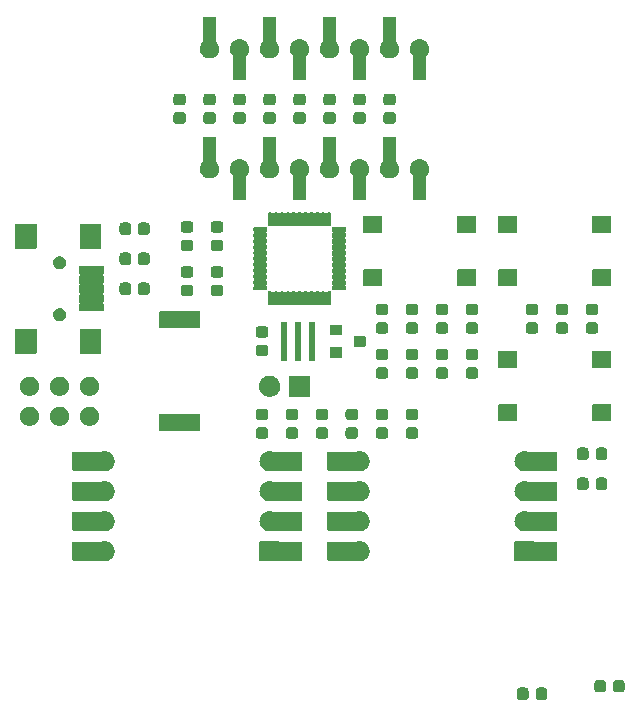
<source format=gbr>
G04 #@! TF.GenerationSoftware,KiCad,Pcbnew,5.99.0-unknown-r17607-a0698723*
G04 #@! TF.CreationDate,2020-04-13T08:25:32-05:00*
G04 #@! TF.ProjectId,pcb_smd,7063625f-736d-4642-9e6b-696361645f70,rev?*
G04 #@! TF.SameCoordinates,Original*
G04 #@! TF.FileFunction,Soldermask,Top*
G04 #@! TF.FilePolarity,Negative*
%FSLAX46Y46*%
G04 Gerber Fmt 4.6, Leading zero omitted, Abs format (unit mm)*
G04 Created by KiCad (PCBNEW 5.99.0-unknown-r17607-a0698723) date 2020-04-13 08:25:32*
%MOMM*%
%LPD*%
G01*
G04 APERTURE LIST*
G04 APERTURE END LIST*
G36*
X165466231Y-114408001D02*
G01*
X165466964Y-114408001D01*
X165469829Y-114408571D01*
X165552918Y-114421731D01*
X165563760Y-114427255D01*
X165572215Y-114428937D01*
X165588768Y-114439998D01*
X165629054Y-114460524D01*
X165648316Y-114479786D01*
X165661443Y-114488557D01*
X165670214Y-114501684D01*
X165689476Y-114520946D01*
X165710002Y-114561232D01*
X165721063Y-114577785D01*
X165722745Y-114586240D01*
X165728269Y-114597082D01*
X165741429Y-114680171D01*
X165741999Y-114683036D01*
X165741999Y-114683769D01*
X165743194Y-114691314D01*
X165743194Y-115178686D01*
X165741999Y-115186231D01*
X165741999Y-115186964D01*
X165741429Y-115189829D01*
X165728269Y-115272918D01*
X165722745Y-115283760D01*
X165721063Y-115292215D01*
X165710002Y-115308768D01*
X165689476Y-115349054D01*
X165670214Y-115368316D01*
X165661443Y-115381443D01*
X165648316Y-115390214D01*
X165629054Y-115409476D01*
X165588768Y-115430002D01*
X165572215Y-115441063D01*
X165563760Y-115442745D01*
X165552918Y-115448269D01*
X165469829Y-115461429D01*
X165466964Y-115461999D01*
X165466231Y-115461999D01*
X165458686Y-115463194D01*
X165046314Y-115463194D01*
X165038769Y-115461999D01*
X165038036Y-115461999D01*
X165035171Y-115461429D01*
X164952082Y-115448269D01*
X164941240Y-115442745D01*
X164932785Y-115441063D01*
X164916232Y-115430002D01*
X164875946Y-115409476D01*
X164856684Y-115390214D01*
X164843557Y-115381443D01*
X164834786Y-115368316D01*
X164815524Y-115349054D01*
X164794998Y-115308768D01*
X164783937Y-115292215D01*
X164782255Y-115283760D01*
X164776731Y-115272918D01*
X164763571Y-115189829D01*
X164763001Y-115186964D01*
X164763001Y-115186231D01*
X164761806Y-115178686D01*
X164761806Y-114691314D01*
X164763001Y-114683769D01*
X164763001Y-114683036D01*
X164763571Y-114680171D01*
X164776731Y-114597082D01*
X164782255Y-114586240D01*
X164783937Y-114577785D01*
X164794998Y-114561232D01*
X164815524Y-114520946D01*
X164834786Y-114501684D01*
X164843557Y-114488557D01*
X164856684Y-114479786D01*
X164875946Y-114460524D01*
X164916232Y-114439998D01*
X164932785Y-114428937D01*
X164941240Y-114427255D01*
X164952082Y-114421731D01*
X165035171Y-114408571D01*
X165038036Y-114408001D01*
X165038769Y-114408001D01*
X165046314Y-114406806D01*
X165458686Y-114406806D01*
X165466231Y-114408001D01*
G37*
G36*
X163891231Y-114408001D02*
G01*
X163891964Y-114408001D01*
X163894829Y-114408571D01*
X163977918Y-114421731D01*
X163988760Y-114427255D01*
X163997215Y-114428937D01*
X164013768Y-114439998D01*
X164054054Y-114460524D01*
X164073316Y-114479786D01*
X164086443Y-114488557D01*
X164095214Y-114501684D01*
X164114476Y-114520946D01*
X164135002Y-114561232D01*
X164146063Y-114577785D01*
X164147745Y-114586240D01*
X164153269Y-114597082D01*
X164166429Y-114680171D01*
X164166999Y-114683036D01*
X164166999Y-114683769D01*
X164168194Y-114691314D01*
X164168194Y-115178686D01*
X164166999Y-115186231D01*
X164166999Y-115186964D01*
X164166429Y-115189829D01*
X164153269Y-115272918D01*
X164147745Y-115283760D01*
X164146063Y-115292215D01*
X164135002Y-115308768D01*
X164114476Y-115349054D01*
X164095214Y-115368316D01*
X164086443Y-115381443D01*
X164073316Y-115390214D01*
X164054054Y-115409476D01*
X164013768Y-115430002D01*
X163997215Y-115441063D01*
X163988760Y-115442745D01*
X163977918Y-115448269D01*
X163894829Y-115461429D01*
X163891964Y-115461999D01*
X163891231Y-115461999D01*
X163883686Y-115463194D01*
X163471314Y-115463194D01*
X163463769Y-115461999D01*
X163463036Y-115461999D01*
X163460171Y-115461429D01*
X163377082Y-115448269D01*
X163366240Y-115442745D01*
X163357785Y-115441063D01*
X163341232Y-115430002D01*
X163300946Y-115409476D01*
X163281684Y-115390214D01*
X163268557Y-115381443D01*
X163259786Y-115368316D01*
X163240524Y-115349054D01*
X163219998Y-115308768D01*
X163208937Y-115292215D01*
X163207255Y-115283760D01*
X163201731Y-115272918D01*
X163188571Y-115189829D01*
X163188001Y-115186964D01*
X163188001Y-115186231D01*
X163186806Y-115178686D01*
X163186806Y-114691314D01*
X163188001Y-114683769D01*
X163188001Y-114683036D01*
X163188571Y-114680171D01*
X163201731Y-114597082D01*
X163207255Y-114586240D01*
X163208937Y-114577785D01*
X163219998Y-114561232D01*
X163240524Y-114520946D01*
X163259786Y-114501684D01*
X163268557Y-114488557D01*
X163281684Y-114479786D01*
X163300946Y-114460524D01*
X163341232Y-114439998D01*
X163357785Y-114428937D01*
X163366240Y-114427255D01*
X163377082Y-114421731D01*
X163460171Y-114408571D01*
X163463036Y-114408001D01*
X163463769Y-114408001D01*
X163471314Y-114406806D01*
X163883686Y-114406806D01*
X163891231Y-114408001D01*
G37*
G36*
X170441231Y-113773001D02*
G01*
X170441964Y-113773001D01*
X170444829Y-113773571D01*
X170527918Y-113786731D01*
X170538760Y-113792255D01*
X170547215Y-113793937D01*
X170563768Y-113804998D01*
X170604054Y-113825524D01*
X170623316Y-113844786D01*
X170636443Y-113853557D01*
X170645214Y-113866684D01*
X170664476Y-113885946D01*
X170685002Y-113926232D01*
X170696063Y-113942785D01*
X170697745Y-113951240D01*
X170703269Y-113962082D01*
X170716429Y-114045171D01*
X170716999Y-114048036D01*
X170716999Y-114048769D01*
X170718194Y-114056314D01*
X170718194Y-114543686D01*
X170716999Y-114551231D01*
X170716999Y-114551964D01*
X170716429Y-114554829D01*
X170703269Y-114637918D01*
X170697745Y-114648760D01*
X170696063Y-114657215D01*
X170685002Y-114673768D01*
X170664476Y-114714054D01*
X170645214Y-114733316D01*
X170636443Y-114746443D01*
X170623316Y-114755214D01*
X170604054Y-114774476D01*
X170563768Y-114795002D01*
X170547215Y-114806063D01*
X170538760Y-114807745D01*
X170527918Y-114813269D01*
X170444829Y-114826429D01*
X170441964Y-114826999D01*
X170441231Y-114826999D01*
X170433686Y-114828194D01*
X170021314Y-114828194D01*
X170013769Y-114826999D01*
X170013036Y-114826999D01*
X170010171Y-114826429D01*
X169927082Y-114813269D01*
X169916240Y-114807745D01*
X169907785Y-114806063D01*
X169891232Y-114795002D01*
X169850946Y-114774476D01*
X169831684Y-114755214D01*
X169818557Y-114746443D01*
X169809786Y-114733316D01*
X169790524Y-114714054D01*
X169769998Y-114673768D01*
X169758937Y-114657215D01*
X169757255Y-114648760D01*
X169751731Y-114637918D01*
X169738571Y-114554829D01*
X169738001Y-114551964D01*
X169738001Y-114551231D01*
X169736806Y-114543686D01*
X169736806Y-114056314D01*
X169738001Y-114048769D01*
X169738001Y-114048036D01*
X169738571Y-114045171D01*
X169751731Y-113962082D01*
X169757255Y-113951240D01*
X169758937Y-113942785D01*
X169769998Y-113926232D01*
X169790524Y-113885946D01*
X169809786Y-113866684D01*
X169818557Y-113853557D01*
X169831684Y-113844786D01*
X169850946Y-113825524D01*
X169891232Y-113804998D01*
X169907785Y-113793937D01*
X169916240Y-113792255D01*
X169927082Y-113786731D01*
X170010171Y-113773571D01*
X170013036Y-113773001D01*
X170013769Y-113773001D01*
X170021314Y-113771806D01*
X170433686Y-113771806D01*
X170441231Y-113773001D01*
G37*
G36*
X172016231Y-113773001D02*
G01*
X172016964Y-113773001D01*
X172019829Y-113773571D01*
X172102918Y-113786731D01*
X172113760Y-113792255D01*
X172122215Y-113793937D01*
X172138768Y-113804998D01*
X172179054Y-113825524D01*
X172198316Y-113844786D01*
X172211443Y-113853557D01*
X172220214Y-113866684D01*
X172239476Y-113885946D01*
X172260002Y-113926232D01*
X172271063Y-113942785D01*
X172272745Y-113951240D01*
X172278269Y-113962082D01*
X172291429Y-114045171D01*
X172291999Y-114048036D01*
X172291999Y-114048769D01*
X172293194Y-114056314D01*
X172293194Y-114543686D01*
X172291999Y-114551231D01*
X172291999Y-114551964D01*
X172291429Y-114554829D01*
X172278269Y-114637918D01*
X172272745Y-114648760D01*
X172271063Y-114657215D01*
X172260002Y-114673768D01*
X172239476Y-114714054D01*
X172220214Y-114733316D01*
X172211443Y-114746443D01*
X172198316Y-114755214D01*
X172179054Y-114774476D01*
X172138768Y-114795002D01*
X172122215Y-114806063D01*
X172113760Y-114807745D01*
X172102918Y-114813269D01*
X172019829Y-114826429D01*
X172016964Y-114826999D01*
X172016231Y-114826999D01*
X172008686Y-114828194D01*
X171596314Y-114828194D01*
X171588769Y-114826999D01*
X171588036Y-114826999D01*
X171585171Y-114826429D01*
X171502082Y-114813269D01*
X171491240Y-114807745D01*
X171482785Y-114806063D01*
X171466232Y-114795002D01*
X171425946Y-114774476D01*
X171406684Y-114755214D01*
X171393557Y-114746443D01*
X171384786Y-114733316D01*
X171365524Y-114714054D01*
X171344998Y-114673768D01*
X171333937Y-114657215D01*
X171332255Y-114648760D01*
X171326731Y-114637918D01*
X171313571Y-114554829D01*
X171313001Y-114551964D01*
X171313001Y-114551231D01*
X171311806Y-114543686D01*
X171311806Y-114056314D01*
X171313001Y-114048769D01*
X171313001Y-114048036D01*
X171313571Y-114045171D01*
X171326731Y-113962082D01*
X171332255Y-113951240D01*
X171333937Y-113942785D01*
X171344998Y-113926232D01*
X171365524Y-113885946D01*
X171384786Y-113866684D01*
X171393557Y-113853557D01*
X171406684Y-113844786D01*
X171425946Y-113825524D01*
X171466232Y-113804998D01*
X171482785Y-113793937D01*
X171491240Y-113792255D01*
X171502082Y-113786731D01*
X171585171Y-113773571D01*
X171588036Y-113773001D01*
X171588769Y-113773001D01*
X171596314Y-113771806D01*
X172008686Y-113771806D01*
X172016231Y-113773001D01*
G37*
G36*
X128272976Y-102017826D02*
G01*
X128314766Y-102015782D01*
X128359056Y-102022639D01*
X128409810Y-102025476D01*
X128450163Y-102036743D01*
X128485621Y-102042232D01*
X128533204Y-102059928D01*
X128587898Y-102075199D01*
X128619622Y-102092067D01*
X128647659Y-102102494D01*
X128695757Y-102132549D01*
X128751153Y-102162004D01*
X128773968Y-102181421D01*
X128794271Y-102194108D01*
X128839641Y-102237313D01*
X128891961Y-102281841D01*
X128906463Y-102300947D01*
X128919472Y-102313335D01*
X128958616Y-102369655D01*
X129003751Y-102429118D01*
X129011302Y-102445459D01*
X129018142Y-102455301D01*
X129047508Y-102523817D01*
X129081307Y-102596965D01*
X129083885Y-102608692D01*
X129086247Y-102614202D01*
X129102429Y-102693036D01*
X129121011Y-102777551D01*
X129120345Y-102968388D01*
X129101181Y-103052738D01*
X129084443Y-103131485D01*
X129082041Y-103136982D01*
X129079381Y-103148692D01*
X129045069Y-103221609D01*
X129015227Y-103289915D01*
X129008318Y-103299709D01*
X129000655Y-103315994D01*
X128955114Y-103375130D01*
X128915570Y-103431187D01*
X128902472Y-103443487D01*
X128887840Y-103462487D01*
X128835227Y-103506635D01*
X128789544Y-103549534D01*
X128769147Y-103562082D01*
X128746199Y-103581338D01*
X128690600Y-103610405D01*
X128642293Y-103640123D01*
X128614184Y-103650354D01*
X128582341Y-103667001D01*
X128527534Y-103681892D01*
X128479831Y-103699254D01*
X128444340Y-103704495D01*
X128403911Y-103715479D01*
X128353139Y-103717962D01*
X128308803Y-103724509D01*
X128267027Y-103722174D01*
X128219233Y-103724511D01*
X128174992Y-103717028D01*
X128136189Y-103714859D01*
X128089979Y-103702650D01*
X128036923Y-103693676D01*
X128022164Y-103687713D01*
X128012424Y-103686448D01*
X125615312Y-103686448D01*
X125583101Y-103680041D01*
X125566231Y-103668769D01*
X125554959Y-103651899D01*
X125548552Y-103619688D01*
X125548552Y-102120312D01*
X125554959Y-102088101D01*
X125566231Y-102071231D01*
X125583101Y-102059959D01*
X125615312Y-102053552D01*
X128012086Y-102053552D01*
X128024243Y-102052016D01*
X128042679Y-102044717D01*
X128095793Y-102036114D01*
X128142088Y-102024228D01*
X128180903Y-102022330D01*
X128225199Y-102015155D01*
X128272976Y-102017826D01*
G37*
G36*
X149862976Y-102017826D02*
G01*
X149904766Y-102015782D01*
X149949056Y-102022639D01*
X149999810Y-102025476D01*
X150040163Y-102036743D01*
X150075621Y-102042232D01*
X150123204Y-102059928D01*
X150177898Y-102075199D01*
X150209622Y-102092067D01*
X150237659Y-102102494D01*
X150285757Y-102132549D01*
X150341153Y-102162004D01*
X150363968Y-102181421D01*
X150384271Y-102194108D01*
X150429641Y-102237313D01*
X150481961Y-102281841D01*
X150496463Y-102300947D01*
X150509472Y-102313335D01*
X150548616Y-102369655D01*
X150593751Y-102429118D01*
X150601302Y-102445459D01*
X150608142Y-102455301D01*
X150637508Y-102523817D01*
X150671307Y-102596965D01*
X150673885Y-102608692D01*
X150676247Y-102614202D01*
X150692429Y-102693036D01*
X150711011Y-102777551D01*
X150710345Y-102968388D01*
X150691181Y-103052738D01*
X150674443Y-103131485D01*
X150672041Y-103136982D01*
X150669381Y-103148692D01*
X150635069Y-103221609D01*
X150605227Y-103289915D01*
X150598318Y-103299709D01*
X150590655Y-103315994D01*
X150545114Y-103375130D01*
X150505570Y-103431187D01*
X150492472Y-103443487D01*
X150477840Y-103462487D01*
X150425227Y-103506635D01*
X150379544Y-103549534D01*
X150359147Y-103562082D01*
X150336199Y-103581338D01*
X150280600Y-103610405D01*
X150232293Y-103640123D01*
X150204184Y-103650354D01*
X150172341Y-103667001D01*
X150117534Y-103681892D01*
X150069831Y-103699254D01*
X150034340Y-103704495D01*
X149993911Y-103715479D01*
X149943139Y-103717962D01*
X149898803Y-103724509D01*
X149857027Y-103722174D01*
X149809233Y-103724511D01*
X149764992Y-103717028D01*
X149726189Y-103714859D01*
X149679979Y-103702650D01*
X149626923Y-103693676D01*
X149612164Y-103687713D01*
X149602424Y-103686448D01*
X147205312Y-103686448D01*
X147173101Y-103680041D01*
X147156231Y-103668769D01*
X147144959Y-103651899D01*
X147138552Y-103619688D01*
X147138552Y-102120312D01*
X147144959Y-102088101D01*
X147156231Y-102071231D01*
X147173101Y-102059959D01*
X147205312Y-102053552D01*
X149602086Y-102053552D01*
X149614243Y-102052016D01*
X149632679Y-102044717D01*
X149685793Y-102036114D01*
X149732088Y-102024228D01*
X149770903Y-102022330D01*
X149815199Y-102015155D01*
X149862976Y-102017826D01*
G37*
G36*
X164649900Y-102021959D02*
G01*
X164665654Y-102032486D01*
X164735099Y-102053552D01*
X166484688Y-102053552D01*
X166516899Y-102059959D01*
X166533769Y-102071231D01*
X166545041Y-102088101D01*
X166551448Y-102120312D01*
X166551448Y-103619688D01*
X166548999Y-103632000D01*
X166545041Y-103651899D01*
X166533769Y-103668769D01*
X166516899Y-103680041D01*
X166497000Y-103683999D01*
X166484688Y-103686448D01*
X164735099Y-103686448D01*
X164665654Y-103707514D01*
X164649900Y-103718041D01*
X164617688Y-103724448D01*
X163042312Y-103724448D01*
X163010101Y-103718041D01*
X162993231Y-103706769D01*
X162981959Y-103689899D01*
X162975552Y-103657688D01*
X162975552Y-102082312D01*
X162981959Y-102050101D01*
X162993231Y-102033231D01*
X163010101Y-102021959D01*
X163042312Y-102015552D01*
X164617688Y-102015552D01*
X164649900Y-102021959D01*
G37*
G36*
X143059900Y-102021959D02*
G01*
X143075654Y-102032486D01*
X143145099Y-102053552D01*
X144894688Y-102053552D01*
X144926899Y-102059959D01*
X144943769Y-102071231D01*
X144955041Y-102088101D01*
X144961448Y-102120312D01*
X144961448Y-103619688D01*
X144958999Y-103632000D01*
X144955041Y-103651899D01*
X144943769Y-103668769D01*
X144926899Y-103680041D01*
X144907000Y-103683999D01*
X144894688Y-103686448D01*
X143145099Y-103686448D01*
X143075654Y-103707514D01*
X143059900Y-103718041D01*
X143027688Y-103724448D01*
X141452312Y-103724448D01*
X141420101Y-103718041D01*
X141403231Y-103706769D01*
X141391959Y-103689899D01*
X141385552Y-103657688D01*
X141385552Y-102082312D01*
X141391959Y-102050101D01*
X141403231Y-102033231D01*
X141420101Y-102021959D01*
X141452312Y-102015552D01*
X143027688Y-102015552D01*
X143059900Y-102021959D01*
G37*
G36*
X163832976Y-99477826D02*
G01*
X163874766Y-99475782D01*
X163919055Y-99482638D01*
X163969810Y-99485476D01*
X164010165Y-99496743D01*
X164045619Y-99502232D01*
X164054977Y-99505712D01*
X164098549Y-99513552D01*
X166484688Y-99513552D01*
X166516899Y-99519959D01*
X166533769Y-99531231D01*
X166545041Y-99548101D01*
X166551448Y-99580312D01*
X166551448Y-101079688D01*
X166548999Y-101092000D01*
X166545041Y-101111899D01*
X166533769Y-101128769D01*
X166516899Y-101140041D01*
X166497000Y-101143999D01*
X166484688Y-101146448D01*
X164097058Y-101146448D01*
X164054307Y-101153986D01*
X164039834Y-101159254D01*
X164004337Y-101164496D01*
X163963911Y-101175479D01*
X163913140Y-101177962D01*
X163868803Y-101184509D01*
X163827027Y-101182174D01*
X163779233Y-101184511D01*
X163734992Y-101177028D01*
X163696189Y-101174859D01*
X163649980Y-101162650D01*
X163596923Y-101153676D01*
X163560839Y-101139097D01*
X163529035Y-101130694D01*
X163480897Y-101106799D01*
X163425488Y-101084412D01*
X163398311Y-101065804D01*
X163374182Y-101053826D01*
X163327128Y-101017063D01*
X163272926Y-100979950D01*
X163254469Y-100960295D01*
X163237950Y-100947389D01*
X163195400Y-100897393D01*
X163146354Y-100845164D01*
X163135608Y-100827138D01*
X163125896Y-100815726D01*
X163091401Y-100752981D01*
X163051678Y-100686344D01*
X163046943Y-100672111D01*
X163042610Y-100664229D01*
X163019692Y-100590192D01*
X162993314Y-100510898D01*
X162992372Y-100501934D01*
X162991486Y-100499072D01*
X162983347Y-100416068D01*
X162973987Y-100327012D01*
X162983967Y-100238044D01*
X162992687Y-100155078D01*
X162993593Y-100152220D01*
X162994598Y-100143265D01*
X163021530Y-100064153D01*
X163044963Y-99990281D01*
X163049350Y-99982432D01*
X163054184Y-99968231D01*
X163094382Y-99901857D01*
X163129304Y-99839371D01*
X163139092Y-99828031D01*
X163149967Y-99810075D01*
X163199385Y-99758181D01*
X163242273Y-99708495D01*
X163258879Y-99695707D01*
X163277477Y-99676177D01*
X163331952Y-99639433D01*
X163379250Y-99603009D01*
X163403458Y-99591202D01*
X163430765Y-99572783D01*
X163486319Y-99550787D01*
X163534633Y-99527223D01*
X163566503Y-99519040D01*
X163602679Y-99504717D01*
X163655795Y-99496114D01*
X163702088Y-99484228D01*
X163740903Y-99482330D01*
X163785199Y-99475155D01*
X163832976Y-99477826D01*
G37*
G36*
X142242976Y-99477826D02*
G01*
X142284766Y-99475782D01*
X142329055Y-99482638D01*
X142379810Y-99485476D01*
X142420165Y-99496743D01*
X142455619Y-99502232D01*
X142464977Y-99505712D01*
X142508549Y-99513552D01*
X144894688Y-99513552D01*
X144926899Y-99519959D01*
X144943769Y-99531231D01*
X144955041Y-99548101D01*
X144961448Y-99580312D01*
X144961448Y-101079688D01*
X144958999Y-101092000D01*
X144955041Y-101111899D01*
X144943769Y-101128769D01*
X144926899Y-101140041D01*
X144907000Y-101143999D01*
X144894688Y-101146448D01*
X142507058Y-101146448D01*
X142464307Y-101153986D01*
X142449834Y-101159254D01*
X142414337Y-101164496D01*
X142373911Y-101175479D01*
X142323140Y-101177962D01*
X142278803Y-101184509D01*
X142237027Y-101182174D01*
X142189233Y-101184511D01*
X142144992Y-101177028D01*
X142106189Y-101174859D01*
X142059980Y-101162650D01*
X142006923Y-101153676D01*
X141970839Y-101139097D01*
X141939035Y-101130694D01*
X141890897Y-101106799D01*
X141835488Y-101084412D01*
X141808311Y-101065804D01*
X141784182Y-101053826D01*
X141737128Y-101017063D01*
X141682926Y-100979950D01*
X141664469Y-100960295D01*
X141647950Y-100947389D01*
X141605400Y-100897393D01*
X141556354Y-100845164D01*
X141545608Y-100827138D01*
X141535896Y-100815726D01*
X141501401Y-100752981D01*
X141461678Y-100686344D01*
X141456943Y-100672111D01*
X141452610Y-100664229D01*
X141429692Y-100590192D01*
X141403314Y-100510898D01*
X141402372Y-100501934D01*
X141401486Y-100499072D01*
X141393347Y-100416068D01*
X141383987Y-100327012D01*
X141393967Y-100238044D01*
X141402687Y-100155078D01*
X141403593Y-100152220D01*
X141404598Y-100143265D01*
X141431530Y-100064153D01*
X141454963Y-99990281D01*
X141459350Y-99982432D01*
X141464184Y-99968231D01*
X141504382Y-99901857D01*
X141539304Y-99839371D01*
X141549092Y-99828031D01*
X141559967Y-99810075D01*
X141609385Y-99758181D01*
X141652273Y-99708495D01*
X141668879Y-99695707D01*
X141687477Y-99676177D01*
X141741952Y-99639433D01*
X141789250Y-99603009D01*
X141813458Y-99591202D01*
X141840765Y-99572783D01*
X141896319Y-99550787D01*
X141944633Y-99527223D01*
X141976503Y-99519040D01*
X142012679Y-99504717D01*
X142065795Y-99496114D01*
X142112088Y-99484228D01*
X142150903Y-99482330D01*
X142195199Y-99475155D01*
X142242976Y-99477826D01*
G37*
G36*
X128272976Y-99477826D02*
G01*
X128314766Y-99475782D01*
X128359056Y-99482639D01*
X128409810Y-99485476D01*
X128450163Y-99496743D01*
X128485621Y-99502232D01*
X128533204Y-99519928D01*
X128587898Y-99535199D01*
X128619622Y-99552067D01*
X128647659Y-99562494D01*
X128695757Y-99592549D01*
X128751153Y-99622004D01*
X128773968Y-99641421D01*
X128794271Y-99654108D01*
X128839641Y-99697313D01*
X128891961Y-99741841D01*
X128906463Y-99760947D01*
X128919472Y-99773335D01*
X128958616Y-99829655D01*
X129003751Y-99889118D01*
X129011302Y-99905459D01*
X129018142Y-99915301D01*
X129047508Y-99983817D01*
X129081307Y-100056965D01*
X129083885Y-100068692D01*
X129086247Y-100074202D01*
X129102429Y-100153036D01*
X129121011Y-100237551D01*
X129120345Y-100428388D01*
X129101181Y-100512738D01*
X129084443Y-100591485D01*
X129082041Y-100596982D01*
X129079381Y-100608692D01*
X129045069Y-100681609D01*
X129015227Y-100749915D01*
X129008318Y-100759709D01*
X129000655Y-100775994D01*
X128955114Y-100835130D01*
X128915570Y-100891187D01*
X128902472Y-100903487D01*
X128887840Y-100922487D01*
X128835227Y-100966635D01*
X128789544Y-101009534D01*
X128769147Y-101022082D01*
X128746199Y-101041338D01*
X128690600Y-101070405D01*
X128642293Y-101100123D01*
X128614184Y-101110354D01*
X128582341Y-101127001D01*
X128527534Y-101141892D01*
X128479831Y-101159254D01*
X128444340Y-101164495D01*
X128403911Y-101175479D01*
X128353139Y-101177962D01*
X128308803Y-101184509D01*
X128267027Y-101182174D01*
X128219233Y-101184511D01*
X128174992Y-101177028D01*
X128136189Y-101174859D01*
X128089979Y-101162650D01*
X128036923Y-101153676D01*
X128022164Y-101147713D01*
X128012424Y-101146448D01*
X125615312Y-101146448D01*
X125583101Y-101140041D01*
X125566231Y-101128769D01*
X125554959Y-101111899D01*
X125548552Y-101079688D01*
X125548552Y-99580312D01*
X125554959Y-99548101D01*
X125566231Y-99531231D01*
X125583101Y-99519959D01*
X125615312Y-99513552D01*
X128012086Y-99513552D01*
X128024243Y-99512016D01*
X128042679Y-99504717D01*
X128095793Y-99496114D01*
X128142088Y-99484228D01*
X128180903Y-99482330D01*
X128225199Y-99475155D01*
X128272976Y-99477826D01*
G37*
G36*
X149862976Y-99477826D02*
G01*
X149904766Y-99475782D01*
X149949056Y-99482639D01*
X149999810Y-99485476D01*
X150040163Y-99496743D01*
X150075621Y-99502232D01*
X150123204Y-99519928D01*
X150177898Y-99535199D01*
X150209622Y-99552067D01*
X150237659Y-99562494D01*
X150285757Y-99592549D01*
X150341153Y-99622004D01*
X150363968Y-99641421D01*
X150384271Y-99654108D01*
X150429641Y-99697313D01*
X150481961Y-99741841D01*
X150496463Y-99760947D01*
X150509472Y-99773335D01*
X150548616Y-99829655D01*
X150593751Y-99889118D01*
X150601302Y-99905459D01*
X150608142Y-99915301D01*
X150637508Y-99983817D01*
X150671307Y-100056965D01*
X150673885Y-100068692D01*
X150676247Y-100074202D01*
X150692429Y-100153036D01*
X150711011Y-100237551D01*
X150710345Y-100428388D01*
X150691181Y-100512738D01*
X150674443Y-100591485D01*
X150672041Y-100596982D01*
X150669381Y-100608692D01*
X150635069Y-100681609D01*
X150605227Y-100749915D01*
X150598318Y-100759709D01*
X150590655Y-100775994D01*
X150545114Y-100835130D01*
X150505570Y-100891187D01*
X150492472Y-100903487D01*
X150477840Y-100922487D01*
X150425227Y-100966635D01*
X150379544Y-101009534D01*
X150359147Y-101022082D01*
X150336199Y-101041338D01*
X150280600Y-101070405D01*
X150232293Y-101100123D01*
X150204184Y-101110354D01*
X150172341Y-101127001D01*
X150117534Y-101141892D01*
X150069831Y-101159254D01*
X150034340Y-101164495D01*
X149993911Y-101175479D01*
X149943139Y-101177962D01*
X149898803Y-101184509D01*
X149857027Y-101182174D01*
X149809233Y-101184511D01*
X149764992Y-101177028D01*
X149726189Y-101174859D01*
X149679979Y-101162650D01*
X149626923Y-101153676D01*
X149612164Y-101147713D01*
X149602424Y-101146448D01*
X147205312Y-101146448D01*
X147173101Y-101140041D01*
X147156231Y-101128769D01*
X147144959Y-101111899D01*
X147138552Y-101079688D01*
X147138552Y-99580312D01*
X147144959Y-99548101D01*
X147156231Y-99531231D01*
X147173101Y-99519959D01*
X147205312Y-99513552D01*
X149602086Y-99513552D01*
X149614243Y-99512016D01*
X149632679Y-99504717D01*
X149685793Y-99496114D01*
X149732088Y-99484228D01*
X149770903Y-99482330D01*
X149815199Y-99475155D01*
X149862976Y-99477826D01*
G37*
G36*
X163832976Y-96937826D02*
G01*
X163874766Y-96935782D01*
X163919055Y-96942638D01*
X163969810Y-96945476D01*
X164010165Y-96956743D01*
X164045619Y-96962232D01*
X164054977Y-96965712D01*
X164098549Y-96973552D01*
X166484688Y-96973552D01*
X166516899Y-96979959D01*
X166533769Y-96991231D01*
X166545041Y-97008101D01*
X166551448Y-97040312D01*
X166551448Y-98539688D01*
X166548999Y-98552000D01*
X166545041Y-98571899D01*
X166533769Y-98588769D01*
X166516899Y-98600041D01*
X166497000Y-98603999D01*
X166484688Y-98606448D01*
X164097058Y-98606448D01*
X164054307Y-98613986D01*
X164039834Y-98619254D01*
X164004337Y-98624496D01*
X163963911Y-98635479D01*
X163913140Y-98637962D01*
X163868803Y-98644509D01*
X163827027Y-98642174D01*
X163779233Y-98644511D01*
X163734992Y-98637028D01*
X163696189Y-98634859D01*
X163649980Y-98622650D01*
X163596923Y-98613676D01*
X163560839Y-98599097D01*
X163529035Y-98590694D01*
X163480897Y-98566799D01*
X163425488Y-98544412D01*
X163398311Y-98525804D01*
X163374182Y-98513826D01*
X163327128Y-98477063D01*
X163272926Y-98439950D01*
X163254469Y-98420295D01*
X163237950Y-98407389D01*
X163195400Y-98357393D01*
X163146354Y-98305164D01*
X163135608Y-98287138D01*
X163125896Y-98275726D01*
X163091401Y-98212981D01*
X163051678Y-98146344D01*
X163046943Y-98132111D01*
X163042610Y-98124229D01*
X163019692Y-98050192D01*
X162993314Y-97970898D01*
X162992372Y-97961934D01*
X162991486Y-97959072D01*
X162983347Y-97876068D01*
X162973987Y-97787012D01*
X162983967Y-97698044D01*
X162992687Y-97615078D01*
X162993593Y-97612220D01*
X162994598Y-97603265D01*
X163021530Y-97524153D01*
X163044963Y-97450281D01*
X163049350Y-97442432D01*
X163054184Y-97428231D01*
X163094382Y-97361857D01*
X163129304Y-97299371D01*
X163139092Y-97288031D01*
X163149967Y-97270075D01*
X163199385Y-97218181D01*
X163242273Y-97168495D01*
X163258879Y-97155707D01*
X163277477Y-97136177D01*
X163331952Y-97099433D01*
X163379250Y-97063009D01*
X163403458Y-97051202D01*
X163430765Y-97032783D01*
X163486319Y-97010787D01*
X163534633Y-96987223D01*
X163566503Y-96979040D01*
X163602679Y-96964717D01*
X163655795Y-96956114D01*
X163702088Y-96944228D01*
X163740903Y-96942330D01*
X163785199Y-96935155D01*
X163832976Y-96937826D01*
G37*
G36*
X149862976Y-96937826D02*
G01*
X149904766Y-96935782D01*
X149949056Y-96942639D01*
X149999810Y-96945476D01*
X150040163Y-96956743D01*
X150075621Y-96962232D01*
X150123204Y-96979928D01*
X150177898Y-96995199D01*
X150209622Y-97012067D01*
X150237659Y-97022494D01*
X150285757Y-97052549D01*
X150341153Y-97082004D01*
X150363968Y-97101421D01*
X150384271Y-97114108D01*
X150429641Y-97157313D01*
X150481961Y-97201841D01*
X150496463Y-97220947D01*
X150509472Y-97233335D01*
X150548616Y-97289655D01*
X150593751Y-97349118D01*
X150601302Y-97365459D01*
X150608142Y-97375301D01*
X150637508Y-97443817D01*
X150671307Y-97516965D01*
X150673885Y-97528692D01*
X150676247Y-97534202D01*
X150692429Y-97613036D01*
X150711011Y-97697551D01*
X150710345Y-97888388D01*
X150691181Y-97972738D01*
X150674443Y-98051485D01*
X150672041Y-98056982D01*
X150669381Y-98068692D01*
X150635069Y-98141609D01*
X150605227Y-98209915D01*
X150598318Y-98219709D01*
X150590655Y-98235994D01*
X150545114Y-98295130D01*
X150505570Y-98351187D01*
X150492472Y-98363487D01*
X150477840Y-98382487D01*
X150425227Y-98426635D01*
X150379544Y-98469534D01*
X150359147Y-98482082D01*
X150336199Y-98501338D01*
X150280600Y-98530405D01*
X150232293Y-98560123D01*
X150204184Y-98570354D01*
X150172341Y-98587001D01*
X150117534Y-98601892D01*
X150069831Y-98619254D01*
X150034340Y-98624495D01*
X149993911Y-98635479D01*
X149943139Y-98637962D01*
X149898803Y-98644509D01*
X149857027Y-98642174D01*
X149809233Y-98644511D01*
X149764992Y-98637028D01*
X149726189Y-98634859D01*
X149679979Y-98622650D01*
X149626923Y-98613676D01*
X149612164Y-98607713D01*
X149602424Y-98606448D01*
X147205312Y-98606448D01*
X147173101Y-98600041D01*
X147156231Y-98588769D01*
X147144959Y-98571899D01*
X147138552Y-98539688D01*
X147138552Y-97040312D01*
X147144959Y-97008101D01*
X147156231Y-96991231D01*
X147173101Y-96979959D01*
X147205312Y-96973552D01*
X149602086Y-96973552D01*
X149614243Y-96972016D01*
X149632679Y-96964717D01*
X149685793Y-96956114D01*
X149732088Y-96944228D01*
X149770903Y-96942330D01*
X149815199Y-96935155D01*
X149862976Y-96937826D01*
G37*
G36*
X142242976Y-96937826D02*
G01*
X142284766Y-96935782D01*
X142329055Y-96942638D01*
X142379810Y-96945476D01*
X142420165Y-96956743D01*
X142455619Y-96962232D01*
X142464977Y-96965712D01*
X142508549Y-96973552D01*
X144894688Y-96973552D01*
X144926899Y-96979959D01*
X144943769Y-96991231D01*
X144955041Y-97008101D01*
X144961448Y-97040312D01*
X144961448Y-98539688D01*
X144958999Y-98552000D01*
X144955041Y-98571899D01*
X144943769Y-98588769D01*
X144926899Y-98600041D01*
X144907000Y-98603999D01*
X144894688Y-98606448D01*
X142507058Y-98606448D01*
X142464307Y-98613986D01*
X142449834Y-98619254D01*
X142414337Y-98624496D01*
X142373911Y-98635479D01*
X142323140Y-98637962D01*
X142278803Y-98644509D01*
X142237027Y-98642174D01*
X142189233Y-98644511D01*
X142144992Y-98637028D01*
X142106189Y-98634859D01*
X142059980Y-98622650D01*
X142006923Y-98613676D01*
X141970839Y-98599097D01*
X141939035Y-98590694D01*
X141890897Y-98566799D01*
X141835488Y-98544412D01*
X141808311Y-98525804D01*
X141784182Y-98513826D01*
X141737128Y-98477063D01*
X141682926Y-98439950D01*
X141664469Y-98420295D01*
X141647950Y-98407389D01*
X141605400Y-98357393D01*
X141556354Y-98305164D01*
X141545608Y-98287138D01*
X141535896Y-98275726D01*
X141501401Y-98212981D01*
X141461678Y-98146344D01*
X141456943Y-98132111D01*
X141452610Y-98124229D01*
X141429692Y-98050192D01*
X141403314Y-97970898D01*
X141402372Y-97961934D01*
X141401486Y-97959072D01*
X141393347Y-97876068D01*
X141383987Y-97787012D01*
X141393967Y-97698044D01*
X141402687Y-97615078D01*
X141403593Y-97612220D01*
X141404598Y-97603265D01*
X141431530Y-97524153D01*
X141454963Y-97450281D01*
X141459350Y-97442432D01*
X141464184Y-97428231D01*
X141504382Y-97361857D01*
X141539304Y-97299371D01*
X141549092Y-97288031D01*
X141559967Y-97270075D01*
X141609385Y-97218181D01*
X141652273Y-97168495D01*
X141668879Y-97155707D01*
X141687477Y-97136177D01*
X141741952Y-97099433D01*
X141789250Y-97063009D01*
X141813458Y-97051202D01*
X141840765Y-97032783D01*
X141896319Y-97010787D01*
X141944633Y-96987223D01*
X141976503Y-96979040D01*
X142012679Y-96964717D01*
X142065795Y-96956114D01*
X142112088Y-96944228D01*
X142150903Y-96942330D01*
X142195199Y-96935155D01*
X142242976Y-96937826D01*
G37*
G36*
X128272976Y-96937826D02*
G01*
X128314766Y-96935782D01*
X128359056Y-96942639D01*
X128409810Y-96945476D01*
X128450163Y-96956743D01*
X128485621Y-96962232D01*
X128533204Y-96979928D01*
X128587898Y-96995199D01*
X128619622Y-97012067D01*
X128647659Y-97022494D01*
X128695757Y-97052549D01*
X128751153Y-97082004D01*
X128773968Y-97101421D01*
X128794271Y-97114108D01*
X128839641Y-97157313D01*
X128891961Y-97201841D01*
X128906463Y-97220947D01*
X128919472Y-97233335D01*
X128958616Y-97289655D01*
X129003751Y-97349118D01*
X129011302Y-97365459D01*
X129018142Y-97375301D01*
X129047508Y-97443817D01*
X129081307Y-97516965D01*
X129083885Y-97528692D01*
X129086247Y-97534202D01*
X129102429Y-97613036D01*
X129121011Y-97697551D01*
X129120345Y-97888388D01*
X129101181Y-97972738D01*
X129084443Y-98051485D01*
X129082041Y-98056982D01*
X129079381Y-98068692D01*
X129045069Y-98141609D01*
X129015227Y-98209915D01*
X129008318Y-98219709D01*
X129000655Y-98235994D01*
X128955114Y-98295130D01*
X128915570Y-98351187D01*
X128902472Y-98363487D01*
X128887840Y-98382487D01*
X128835227Y-98426635D01*
X128789544Y-98469534D01*
X128769147Y-98482082D01*
X128746199Y-98501338D01*
X128690600Y-98530405D01*
X128642293Y-98560123D01*
X128614184Y-98570354D01*
X128582341Y-98587001D01*
X128527534Y-98601892D01*
X128479831Y-98619254D01*
X128444340Y-98624495D01*
X128403911Y-98635479D01*
X128353139Y-98637962D01*
X128308803Y-98644509D01*
X128267027Y-98642174D01*
X128219233Y-98644511D01*
X128174992Y-98637028D01*
X128136189Y-98634859D01*
X128089979Y-98622650D01*
X128036923Y-98613676D01*
X128022164Y-98607713D01*
X128012424Y-98606448D01*
X125615312Y-98606448D01*
X125583101Y-98600041D01*
X125566231Y-98588769D01*
X125554959Y-98571899D01*
X125548552Y-98539688D01*
X125548552Y-97040312D01*
X125554959Y-97008101D01*
X125566231Y-96991231D01*
X125583101Y-96979959D01*
X125615312Y-96973552D01*
X128012086Y-96973552D01*
X128024243Y-96972016D01*
X128042679Y-96964717D01*
X128095793Y-96956114D01*
X128142088Y-96944228D01*
X128180903Y-96942330D01*
X128225199Y-96935155D01*
X128272976Y-96937826D01*
G37*
G36*
X170546231Y-96628001D02*
G01*
X170546964Y-96628001D01*
X170549829Y-96628571D01*
X170632918Y-96641731D01*
X170643760Y-96647255D01*
X170652215Y-96648937D01*
X170668768Y-96659998D01*
X170709054Y-96680524D01*
X170728316Y-96699786D01*
X170741443Y-96708557D01*
X170750214Y-96721684D01*
X170769476Y-96740946D01*
X170790002Y-96781232D01*
X170801063Y-96797785D01*
X170802745Y-96806240D01*
X170808269Y-96817082D01*
X170821429Y-96900171D01*
X170821999Y-96903036D01*
X170821999Y-96903769D01*
X170823194Y-96911314D01*
X170823194Y-97398686D01*
X170821999Y-97406231D01*
X170821999Y-97406964D01*
X170821429Y-97409829D01*
X170808269Y-97492918D01*
X170802745Y-97503760D01*
X170801063Y-97512215D01*
X170790002Y-97528768D01*
X170769476Y-97569054D01*
X170750214Y-97588316D01*
X170741443Y-97601443D01*
X170728316Y-97610214D01*
X170709054Y-97629476D01*
X170668768Y-97650002D01*
X170652215Y-97661063D01*
X170643760Y-97662745D01*
X170632918Y-97668269D01*
X170549829Y-97681429D01*
X170546964Y-97681999D01*
X170546231Y-97681999D01*
X170538686Y-97683194D01*
X170126314Y-97683194D01*
X170118769Y-97681999D01*
X170118036Y-97681999D01*
X170115171Y-97681429D01*
X170032082Y-97668269D01*
X170021240Y-97662745D01*
X170012785Y-97661063D01*
X169996232Y-97650002D01*
X169955946Y-97629476D01*
X169936684Y-97610214D01*
X169923557Y-97601443D01*
X169914786Y-97588316D01*
X169895524Y-97569054D01*
X169874998Y-97528768D01*
X169863937Y-97512215D01*
X169862255Y-97503760D01*
X169856731Y-97492918D01*
X169843571Y-97409829D01*
X169843001Y-97406964D01*
X169843001Y-97406231D01*
X169841806Y-97398686D01*
X169841806Y-96911314D01*
X169843001Y-96903769D01*
X169843001Y-96903036D01*
X169843571Y-96900171D01*
X169856731Y-96817082D01*
X169862255Y-96806240D01*
X169863937Y-96797785D01*
X169874998Y-96781232D01*
X169895524Y-96740946D01*
X169914786Y-96721684D01*
X169923557Y-96708557D01*
X169936684Y-96699786D01*
X169955946Y-96680524D01*
X169996232Y-96659998D01*
X170012785Y-96648937D01*
X170021240Y-96647255D01*
X170032082Y-96641731D01*
X170115171Y-96628571D01*
X170118036Y-96628001D01*
X170118769Y-96628001D01*
X170126314Y-96626806D01*
X170538686Y-96626806D01*
X170546231Y-96628001D01*
G37*
G36*
X168971231Y-96628001D02*
G01*
X168971964Y-96628001D01*
X168974829Y-96628571D01*
X169057918Y-96641731D01*
X169068760Y-96647255D01*
X169077215Y-96648937D01*
X169093768Y-96659998D01*
X169134054Y-96680524D01*
X169153316Y-96699786D01*
X169166443Y-96708557D01*
X169175214Y-96721684D01*
X169194476Y-96740946D01*
X169215002Y-96781232D01*
X169226063Y-96797785D01*
X169227745Y-96806240D01*
X169233269Y-96817082D01*
X169246429Y-96900171D01*
X169246999Y-96903036D01*
X169246999Y-96903769D01*
X169248194Y-96911314D01*
X169248194Y-97398686D01*
X169246999Y-97406231D01*
X169246999Y-97406964D01*
X169246429Y-97409829D01*
X169233269Y-97492918D01*
X169227745Y-97503760D01*
X169226063Y-97512215D01*
X169215002Y-97528768D01*
X169194476Y-97569054D01*
X169175214Y-97588316D01*
X169166443Y-97601443D01*
X169153316Y-97610214D01*
X169134054Y-97629476D01*
X169093768Y-97650002D01*
X169077215Y-97661063D01*
X169068760Y-97662745D01*
X169057918Y-97668269D01*
X168974829Y-97681429D01*
X168971964Y-97681999D01*
X168971231Y-97681999D01*
X168963686Y-97683194D01*
X168551314Y-97683194D01*
X168543769Y-97681999D01*
X168543036Y-97681999D01*
X168540171Y-97681429D01*
X168457082Y-97668269D01*
X168446240Y-97662745D01*
X168437785Y-97661063D01*
X168421232Y-97650002D01*
X168380946Y-97629476D01*
X168361684Y-97610214D01*
X168348557Y-97601443D01*
X168339786Y-97588316D01*
X168320524Y-97569054D01*
X168299998Y-97528768D01*
X168288937Y-97512215D01*
X168287255Y-97503760D01*
X168281731Y-97492918D01*
X168268571Y-97409829D01*
X168268001Y-97406964D01*
X168268001Y-97406231D01*
X168266806Y-97398686D01*
X168266806Y-96911314D01*
X168268001Y-96903769D01*
X168268001Y-96903036D01*
X168268571Y-96900171D01*
X168281731Y-96817082D01*
X168287255Y-96806240D01*
X168288937Y-96797785D01*
X168299998Y-96781232D01*
X168320524Y-96740946D01*
X168339786Y-96721684D01*
X168348557Y-96708557D01*
X168361684Y-96699786D01*
X168380946Y-96680524D01*
X168421232Y-96659998D01*
X168437785Y-96648937D01*
X168446240Y-96647255D01*
X168457082Y-96641731D01*
X168540171Y-96628571D01*
X168543036Y-96628001D01*
X168543769Y-96628001D01*
X168551314Y-96626806D01*
X168963686Y-96626806D01*
X168971231Y-96628001D01*
G37*
G36*
X149862976Y-94397826D02*
G01*
X149904766Y-94395782D01*
X149949056Y-94402639D01*
X149999810Y-94405476D01*
X150040163Y-94416743D01*
X150075621Y-94422232D01*
X150123204Y-94439928D01*
X150177898Y-94455199D01*
X150209622Y-94472067D01*
X150237659Y-94482494D01*
X150285757Y-94512549D01*
X150341153Y-94542004D01*
X150363968Y-94561421D01*
X150384271Y-94574108D01*
X150429641Y-94617313D01*
X150481961Y-94661841D01*
X150496463Y-94680947D01*
X150509472Y-94693335D01*
X150548616Y-94749655D01*
X150593751Y-94809118D01*
X150601302Y-94825459D01*
X150608142Y-94835301D01*
X150637508Y-94903817D01*
X150671307Y-94976965D01*
X150673885Y-94988692D01*
X150676247Y-94994202D01*
X150692429Y-95073036D01*
X150711011Y-95157551D01*
X150710345Y-95348388D01*
X150691181Y-95432738D01*
X150674443Y-95511485D01*
X150672041Y-95516982D01*
X150669381Y-95528692D01*
X150635069Y-95601609D01*
X150605227Y-95669915D01*
X150598318Y-95679709D01*
X150590655Y-95695994D01*
X150545114Y-95755130D01*
X150505570Y-95811187D01*
X150492472Y-95823487D01*
X150477840Y-95842487D01*
X150425227Y-95886635D01*
X150379544Y-95929534D01*
X150359147Y-95942082D01*
X150336199Y-95961338D01*
X150280600Y-95990405D01*
X150232293Y-96020123D01*
X150204184Y-96030354D01*
X150172341Y-96047001D01*
X150117534Y-96061892D01*
X150069831Y-96079254D01*
X150034340Y-96084495D01*
X149993911Y-96095479D01*
X149943139Y-96097962D01*
X149898803Y-96104509D01*
X149857027Y-96102174D01*
X149809233Y-96104511D01*
X149764992Y-96097028D01*
X149726189Y-96094859D01*
X149679979Y-96082650D01*
X149626923Y-96073676D01*
X149612164Y-96067713D01*
X149602424Y-96066448D01*
X147205312Y-96066448D01*
X147173101Y-96060041D01*
X147156231Y-96048769D01*
X147144959Y-96031899D01*
X147138552Y-95999688D01*
X147138552Y-94500312D01*
X147144959Y-94468101D01*
X147156231Y-94451231D01*
X147173101Y-94439959D01*
X147205312Y-94433552D01*
X149602086Y-94433552D01*
X149614243Y-94432016D01*
X149632679Y-94424717D01*
X149685793Y-94416114D01*
X149732088Y-94404228D01*
X149770903Y-94402330D01*
X149815199Y-94395155D01*
X149862976Y-94397826D01*
G37*
G36*
X142242976Y-94397826D02*
G01*
X142284766Y-94395782D01*
X142329055Y-94402638D01*
X142379810Y-94405476D01*
X142420165Y-94416743D01*
X142455619Y-94422232D01*
X142464977Y-94425712D01*
X142508549Y-94433552D01*
X144894688Y-94433552D01*
X144926899Y-94439959D01*
X144943769Y-94451231D01*
X144955041Y-94468101D01*
X144961448Y-94500312D01*
X144961448Y-95999688D01*
X144958999Y-96012000D01*
X144955041Y-96031899D01*
X144943769Y-96048769D01*
X144926899Y-96060041D01*
X144907000Y-96063999D01*
X144894688Y-96066448D01*
X142507058Y-96066448D01*
X142464307Y-96073986D01*
X142449834Y-96079254D01*
X142414337Y-96084496D01*
X142373911Y-96095479D01*
X142323140Y-96097962D01*
X142278803Y-96104509D01*
X142237027Y-96102174D01*
X142189233Y-96104511D01*
X142144992Y-96097028D01*
X142106189Y-96094859D01*
X142059980Y-96082650D01*
X142006923Y-96073676D01*
X141970839Y-96059097D01*
X141939035Y-96050694D01*
X141890897Y-96026799D01*
X141835488Y-96004412D01*
X141808311Y-95985804D01*
X141784182Y-95973826D01*
X141737128Y-95937063D01*
X141682926Y-95899950D01*
X141664469Y-95880295D01*
X141647950Y-95867389D01*
X141605400Y-95817393D01*
X141556354Y-95765164D01*
X141545608Y-95747138D01*
X141535896Y-95735726D01*
X141501401Y-95672981D01*
X141461678Y-95606344D01*
X141456943Y-95592111D01*
X141452610Y-95584229D01*
X141429692Y-95510192D01*
X141403314Y-95430898D01*
X141402372Y-95421934D01*
X141401486Y-95419072D01*
X141393347Y-95336068D01*
X141383987Y-95247012D01*
X141393967Y-95158044D01*
X141402687Y-95075078D01*
X141403593Y-95072220D01*
X141404598Y-95063265D01*
X141431530Y-94984153D01*
X141454963Y-94910281D01*
X141459350Y-94902432D01*
X141464184Y-94888231D01*
X141504382Y-94821857D01*
X141539304Y-94759371D01*
X141549092Y-94748031D01*
X141559967Y-94730075D01*
X141609385Y-94678181D01*
X141652273Y-94628495D01*
X141668879Y-94615707D01*
X141687477Y-94596177D01*
X141741952Y-94559433D01*
X141789250Y-94523009D01*
X141813458Y-94511202D01*
X141840765Y-94492783D01*
X141896319Y-94470787D01*
X141944633Y-94447223D01*
X141976503Y-94439040D01*
X142012679Y-94424717D01*
X142065795Y-94416114D01*
X142112088Y-94404228D01*
X142150903Y-94402330D01*
X142195199Y-94395155D01*
X142242976Y-94397826D01*
G37*
G36*
X128272976Y-94397826D02*
G01*
X128314766Y-94395782D01*
X128359056Y-94402639D01*
X128409810Y-94405476D01*
X128450163Y-94416743D01*
X128485621Y-94422232D01*
X128533204Y-94439928D01*
X128587898Y-94455199D01*
X128619622Y-94472067D01*
X128647659Y-94482494D01*
X128695757Y-94512549D01*
X128751153Y-94542004D01*
X128773968Y-94561421D01*
X128794271Y-94574108D01*
X128839641Y-94617313D01*
X128891961Y-94661841D01*
X128906463Y-94680947D01*
X128919472Y-94693335D01*
X128958616Y-94749655D01*
X129003751Y-94809118D01*
X129011302Y-94825459D01*
X129018142Y-94835301D01*
X129047508Y-94903817D01*
X129081307Y-94976965D01*
X129083885Y-94988692D01*
X129086247Y-94994202D01*
X129102429Y-95073036D01*
X129121011Y-95157551D01*
X129120345Y-95348388D01*
X129101181Y-95432738D01*
X129084443Y-95511485D01*
X129082041Y-95516982D01*
X129079381Y-95528692D01*
X129045069Y-95601609D01*
X129015227Y-95669915D01*
X129008318Y-95679709D01*
X129000655Y-95695994D01*
X128955114Y-95755130D01*
X128915570Y-95811187D01*
X128902472Y-95823487D01*
X128887840Y-95842487D01*
X128835227Y-95886635D01*
X128789544Y-95929534D01*
X128769147Y-95942082D01*
X128746199Y-95961338D01*
X128690600Y-95990405D01*
X128642293Y-96020123D01*
X128614184Y-96030354D01*
X128582341Y-96047001D01*
X128527534Y-96061892D01*
X128479831Y-96079254D01*
X128444340Y-96084495D01*
X128403911Y-96095479D01*
X128353139Y-96097962D01*
X128308803Y-96104509D01*
X128267027Y-96102174D01*
X128219233Y-96104511D01*
X128174992Y-96097028D01*
X128136189Y-96094859D01*
X128089979Y-96082650D01*
X128036923Y-96073676D01*
X128022164Y-96067713D01*
X128012424Y-96066448D01*
X125615312Y-96066448D01*
X125583101Y-96060041D01*
X125566231Y-96048769D01*
X125554959Y-96031899D01*
X125548552Y-95999688D01*
X125548552Y-94500312D01*
X125554959Y-94468101D01*
X125566231Y-94451231D01*
X125583101Y-94439959D01*
X125615312Y-94433552D01*
X128012086Y-94433552D01*
X128024243Y-94432016D01*
X128042679Y-94424717D01*
X128095793Y-94416114D01*
X128142088Y-94404228D01*
X128180903Y-94402330D01*
X128225199Y-94395155D01*
X128272976Y-94397826D01*
G37*
G36*
X163832976Y-94397826D02*
G01*
X163874766Y-94395782D01*
X163919055Y-94402638D01*
X163969810Y-94405476D01*
X164010165Y-94416743D01*
X164045619Y-94422232D01*
X164054977Y-94425712D01*
X164098549Y-94433552D01*
X166484688Y-94433552D01*
X166516899Y-94439959D01*
X166533769Y-94451231D01*
X166545041Y-94468101D01*
X166551448Y-94500312D01*
X166551448Y-95999688D01*
X166548999Y-96012000D01*
X166545041Y-96031899D01*
X166533769Y-96048769D01*
X166516899Y-96060041D01*
X166497000Y-96063999D01*
X166484688Y-96066448D01*
X164097058Y-96066448D01*
X164054307Y-96073986D01*
X164039834Y-96079254D01*
X164004337Y-96084496D01*
X163963911Y-96095479D01*
X163913140Y-96097962D01*
X163868803Y-96104509D01*
X163827027Y-96102174D01*
X163779233Y-96104511D01*
X163734992Y-96097028D01*
X163696189Y-96094859D01*
X163649980Y-96082650D01*
X163596923Y-96073676D01*
X163560839Y-96059097D01*
X163529035Y-96050694D01*
X163480897Y-96026799D01*
X163425488Y-96004412D01*
X163398311Y-95985804D01*
X163374182Y-95973826D01*
X163327128Y-95937063D01*
X163272926Y-95899950D01*
X163254469Y-95880295D01*
X163237950Y-95867389D01*
X163195400Y-95817393D01*
X163146354Y-95765164D01*
X163135608Y-95747138D01*
X163125896Y-95735726D01*
X163091401Y-95672981D01*
X163051678Y-95606344D01*
X163046943Y-95592111D01*
X163042610Y-95584229D01*
X163019692Y-95510192D01*
X162993314Y-95430898D01*
X162992372Y-95421934D01*
X162991486Y-95419072D01*
X162983347Y-95336068D01*
X162973987Y-95247012D01*
X162983967Y-95158044D01*
X162992687Y-95075078D01*
X162993593Y-95072220D01*
X162994598Y-95063265D01*
X163021530Y-94984153D01*
X163044963Y-94910281D01*
X163049350Y-94902432D01*
X163054184Y-94888231D01*
X163094382Y-94821857D01*
X163129304Y-94759371D01*
X163139092Y-94748031D01*
X163149967Y-94730075D01*
X163199385Y-94678181D01*
X163242273Y-94628495D01*
X163258879Y-94615707D01*
X163277477Y-94596177D01*
X163331952Y-94559433D01*
X163379250Y-94523009D01*
X163403458Y-94511202D01*
X163430765Y-94492783D01*
X163486319Y-94470787D01*
X163534633Y-94447223D01*
X163566503Y-94439040D01*
X163602679Y-94424717D01*
X163655795Y-94416114D01*
X163702088Y-94404228D01*
X163740903Y-94402330D01*
X163785199Y-94395155D01*
X163832976Y-94397826D01*
G37*
G36*
X170546231Y-94088001D02*
G01*
X170546964Y-94088001D01*
X170549829Y-94088571D01*
X170632918Y-94101731D01*
X170643760Y-94107255D01*
X170652215Y-94108937D01*
X170668768Y-94119998D01*
X170709054Y-94140524D01*
X170728316Y-94159786D01*
X170741443Y-94168557D01*
X170750214Y-94181684D01*
X170769476Y-94200946D01*
X170790002Y-94241232D01*
X170801063Y-94257785D01*
X170802745Y-94266240D01*
X170808269Y-94277082D01*
X170821429Y-94360171D01*
X170821999Y-94363036D01*
X170821999Y-94363769D01*
X170823194Y-94371314D01*
X170823194Y-94858686D01*
X170821999Y-94866231D01*
X170821999Y-94866964D01*
X170821429Y-94869829D01*
X170808269Y-94952918D01*
X170802745Y-94963760D01*
X170801063Y-94972215D01*
X170790002Y-94988768D01*
X170769476Y-95029054D01*
X170750214Y-95048316D01*
X170741443Y-95061443D01*
X170728316Y-95070214D01*
X170709054Y-95089476D01*
X170668768Y-95110002D01*
X170652215Y-95121063D01*
X170643760Y-95122745D01*
X170632918Y-95128269D01*
X170549829Y-95141429D01*
X170546964Y-95141999D01*
X170546231Y-95141999D01*
X170538686Y-95143194D01*
X170126314Y-95143194D01*
X170118769Y-95141999D01*
X170118036Y-95141999D01*
X170115171Y-95141429D01*
X170032082Y-95128269D01*
X170021240Y-95122745D01*
X170012785Y-95121063D01*
X169996232Y-95110002D01*
X169955946Y-95089476D01*
X169936684Y-95070214D01*
X169923557Y-95061443D01*
X169914786Y-95048316D01*
X169895524Y-95029054D01*
X169874998Y-94988768D01*
X169863937Y-94972215D01*
X169862255Y-94963760D01*
X169856731Y-94952918D01*
X169843571Y-94869829D01*
X169843001Y-94866964D01*
X169843001Y-94866231D01*
X169841806Y-94858686D01*
X169841806Y-94371314D01*
X169843001Y-94363769D01*
X169843001Y-94363036D01*
X169843571Y-94360171D01*
X169856731Y-94277082D01*
X169862255Y-94266240D01*
X169863937Y-94257785D01*
X169874998Y-94241232D01*
X169895524Y-94200946D01*
X169914786Y-94181684D01*
X169923557Y-94168557D01*
X169936684Y-94159786D01*
X169955946Y-94140524D01*
X169996232Y-94119998D01*
X170012785Y-94108937D01*
X170021240Y-94107255D01*
X170032082Y-94101731D01*
X170115171Y-94088571D01*
X170118036Y-94088001D01*
X170118769Y-94088001D01*
X170126314Y-94086806D01*
X170538686Y-94086806D01*
X170546231Y-94088001D01*
G37*
G36*
X168971231Y-94088001D02*
G01*
X168971964Y-94088001D01*
X168974829Y-94088571D01*
X169057918Y-94101731D01*
X169068760Y-94107255D01*
X169077215Y-94108937D01*
X169093768Y-94119998D01*
X169134054Y-94140524D01*
X169153316Y-94159786D01*
X169166443Y-94168557D01*
X169175214Y-94181684D01*
X169194476Y-94200946D01*
X169215002Y-94241232D01*
X169226063Y-94257785D01*
X169227745Y-94266240D01*
X169233269Y-94277082D01*
X169246429Y-94360171D01*
X169246999Y-94363036D01*
X169246999Y-94363769D01*
X169248194Y-94371314D01*
X169248194Y-94858686D01*
X169246999Y-94866231D01*
X169246999Y-94866964D01*
X169246429Y-94869829D01*
X169233269Y-94952918D01*
X169227745Y-94963760D01*
X169226063Y-94972215D01*
X169215002Y-94988768D01*
X169194476Y-95029054D01*
X169175214Y-95048316D01*
X169166443Y-95061443D01*
X169153316Y-95070214D01*
X169134054Y-95089476D01*
X169093768Y-95110002D01*
X169077215Y-95121063D01*
X169068760Y-95122745D01*
X169057918Y-95128269D01*
X168974829Y-95141429D01*
X168971964Y-95141999D01*
X168971231Y-95141999D01*
X168963686Y-95143194D01*
X168551314Y-95143194D01*
X168543769Y-95141999D01*
X168543036Y-95141999D01*
X168540171Y-95141429D01*
X168457082Y-95128269D01*
X168446240Y-95122745D01*
X168437785Y-95121063D01*
X168421232Y-95110002D01*
X168380946Y-95089476D01*
X168361684Y-95070214D01*
X168348557Y-95061443D01*
X168339786Y-95048316D01*
X168320524Y-95029054D01*
X168299998Y-94988768D01*
X168288937Y-94972215D01*
X168287255Y-94963760D01*
X168281731Y-94952918D01*
X168268571Y-94869829D01*
X168268001Y-94866964D01*
X168268001Y-94866231D01*
X168266806Y-94858686D01*
X168266806Y-94371314D01*
X168268001Y-94363769D01*
X168268001Y-94363036D01*
X168268571Y-94360171D01*
X168281731Y-94277082D01*
X168287255Y-94266240D01*
X168288937Y-94257785D01*
X168299998Y-94241232D01*
X168320524Y-94200946D01*
X168339786Y-94181684D01*
X168348557Y-94168557D01*
X168361684Y-94159786D01*
X168380946Y-94140524D01*
X168421232Y-94119998D01*
X168437785Y-94108937D01*
X168446240Y-94107255D01*
X168457082Y-94101731D01*
X168540171Y-94088571D01*
X168543036Y-94088001D01*
X168543769Y-94088001D01*
X168551314Y-94086806D01*
X168963686Y-94086806D01*
X168971231Y-94088001D01*
G37*
G36*
X141856231Y-92373001D02*
G01*
X141856964Y-92373001D01*
X141859829Y-92373571D01*
X141942918Y-92386731D01*
X141953760Y-92392255D01*
X141962215Y-92393937D01*
X141978768Y-92404998D01*
X142019054Y-92425524D01*
X142038316Y-92444786D01*
X142051443Y-92453557D01*
X142060214Y-92466684D01*
X142079476Y-92485946D01*
X142100002Y-92526232D01*
X142111063Y-92542785D01*
X142112745Y-92551240D01*
X142118269Y-92562082D01*
X142131429Y-92645171D01*
X142131999Y-92648036D01*
X142131999Y-92648769D01*
X142133194Y-92656314D01*
X142133194Y-93068686D01*
X142131999Y-93076231D01*
X142131999Y-93076964D01*
X142131429Y-93079829D01*
X142118269Y-93162918D01*
X142112745Y-93173760D01*
X142111063Y-93182215D01*
X142100002Y-93198768D01*
X142079476Y-93239054D01*
X142060214Y-93258316D01*
X142051443Y-93271443D01*
X142038316Y-93280214D01*
X142019054Y-93299476D01*
X141978768Y-93320002D01*
X141962215Y-93331063D01*
X141953760Y-93332745D01*
X141942918Y-93338269D01*
X141859829Y-93351429D01*
X141856964Y-93351999D01*
X141856231Y-93351999D01*
X141848686Y-93353194D01*
X141361314Y-93353194D01*
X141353769Y-93351999D01*
X141353036Y-93351999D01*
X141350171Y-93351429D01*
X141267082Y-93338269D01*
X141256240Y-93332745D01*
X141247785Y-93331063D01*
X141231232Y-93320002D01*
X141190946Y-93299476D01*
X141171684Y-93280214D01*
X141158557Y-93271443D01*
X141149786Y-93258316D01*
X141130524Y-93239054D01*
X141109998Y-93198768D01*
X141098937Y-93182215D01*
X141097255Y-93173760D01*
X141091731Y-93162918D01*
X141078571Y-93079829D01*
X141078001Y-93076964D01*
X141078001Y-93076231D01*
X141076806Y-93068686D01*
X141076806Y-92656314D01*
X141078001Y-92648769D01*
X141078001Y-92648036D01*
X141078571Y-92645171D01*
X141091731Y-92562082D01*
X141097255Y-92551240D01*
X141098937Y-92542785D01*
X141109998Y-92526232D01*
X141130524Y-92485946D01*
X141149786Y-92466684D01*
X141158557Y-92453557D01*
X141171684Y-92444786D01*
X141190946Y-92425524D01*
X141231232Y-92404998D01*
X141247785Y-92393937D01*
X141256240Y-92392255D01*
X141267082Y-92386731D01*
X141350171Y-92373571D01*
X141353036Y-92373001D01*
X141353769Y-92373001D01*
X141361314Y-92371806D01*
X141848686Y-92371806D01*
X141856231Y-92373001D01*
G37*
G36*
X144396231Y-92373001D02*
G01*
X144396964Y-92373001D01*
X144399829Y-92373571D01*
X144482918Y-92386731D01*
X144493760Y-92392255D01*
X144502215Y-92393937D01*
X144518768Y-92404998D01*
X144559054Y-92425524D01*
X144578316Y-92444786D01*
X144591443Y-92453557D01*
X144600214Y-92466684D01*
X144619476Y-92485946D01*
X144640002Y-92526232D01*
X144651063Y-92542785D01*
X144652745Y-92551240D01*
X144658269Y-92562082D01*
X144671429Y-92645171D01*
X144671999Y-92648036D01*
X144671999Y-92648769D01*
X144673194Y-92656314D01*
X144673194Y-93068686D01*
X144671999Y-93076231D01*
X144671999Y-93076964D01*
X144671429Y-93079829D01*
X144658269Y-93162918D01*
X144652745Y-93173760D01*
X144651063Y-93182215D01*
X144640002Y-93198768D01*
X144619476Y-93239054D01*
X144600214Y-93258316D01*
X144591443Y-93271443D01*
X144578316Y-93280214D01*
X144559054Y-93299476D01*
X144518768Y-93320002D01*
X144502215Y-93331063D01*
X144493760Y-93332745D01*
X144482918Y-93338269D01*
X144399829Y-93351429D01*
X144396964Y-93351999D01*
X144396231Y-93351999D01*
X144388686Y-93353194D01*
X143901314Y-93353194D01*
X143893769Y-93351999D01*
X143893036Y-93351999D01*
X143890171Y-93351429D01*
X143807082Y-93338269D01*
X143796240Y-93332745D01*
X143787785Y-93331063D01*
X143771232Y-93320002D01*
X143730946Y-93299476D01*
X143711684Y-93280214D01*
X143698557Y-93271443D01*
X143689786Y-93258316D01*
X143670524Y-93239054D01*
X143649998Y-93198768D01*
X143638937Y-93182215D01*
X143637255Y-93173760D01*
X143631731Y-93162918D01*
X143618571Y-93079829D01*
X143618001Y-93076964D01*
X143618001Y-93076231D01*
X143616806Y-93068686D01*
X143616806Y-92656314D01*
X143618001Y-92648769D01*
X143618001Y-92648036D01*
X143618571Y-92645171D01*
X143631731Y-92562082D01*
X143637255Y-92551240D01*
X143638937Y-92542785D01*
X143649998Y-92526232D01*
X143670524Y-92485946D01*
X143689786Y-92466684D01*
X143698557Y-92453557D01*
X143711684Y-92444786D01*
X143730946Y-92425524D01*
X143771232Y-92404998D01*
X143787785Y-92393937D01*
X143796240Y-92392255D01*
X143807082Y-92386731D01*
X143890171Y-92373571D01*
X143893036Y-92373001D01*
X143893769Y-92373001D01*
X143901314Y-92371806D01*
X144388686Y-92371806D01*
X144396231Y-92373001D01*
G37*
G36*
X146936231Y-92373001D02*
G01*
X146936964Y-92373001D01*
X146939829Y-92373571D01*
X147022918Y-92386731D01*
X147033760Y-92392255D01*
X147042215Y-92393937D01*
X147058768Y-92404998D01*
X147099054Y-92425524D01*
X147118316Y-92444786D01*
X147131443Y-92453557D01*
X147140214Y-92466684D01*
X147159476Y-92485946D01*
X147180002Y-92526232D01*
X147191063Y-92542785D01*
X147192745Y-92551240D01*
X147198269Y-92562082D01*
X147211429Y-92645171D01*
X147211999Y-92648036D01*
X147211999Y-92648769D01*
X147213194Y-92656314D01*
X147213194Y-93068686D01*
X147211999Y-93076231D01*
X147211999Y-93076964D01*
X147211429Y-93079829D01*
X147198269Y-93162918D01*
X147192745Y-93173760D01*
X147191063Y-93182215D01*
X147180002Y-93198768D01*
X147159476Y-93239054D01*
X147140214Y-93258316D01*
X147131443Y-93271443D01*
X147118316Y-93280214D01*
X147099054Y-93299476D01*
X147058768Y-93320002D01*
X147042215Y-93331063D01*
X147033760Y-93332745D01*
X147022918Y-93338269D01*
X146939829Y-93351429D01*
X146936964Y-93351999D01*
X146936231Y-93351999D01*
X146928686Y-93353194D01*
X146441314Y-93353194D01*
X146433769Y-93351999D01*
X146433036Y-93351999D01*
X146430171Y-93351429D01*
X146347082Y-93338269D01*
X146336240Y-93332745D01*
X146327785Y-93331063D01*
X146311232Y-93320002D01*
X146270946Y-93299476D01*
X146251684Y-93280214D01*
X146238557Y-93271443D01*
X146229786Y-93258316D01*
X146210524Y-93239054D01*
X146189998Y-93198768D01*
X146178937Y-93182215D01*
X146177255Y-93173760D01*
X146171731Y-93162918D01*
X146158571Y-93079829D01*
X146158001Y-93076964D01*
X146158001Y-93076231D01*
X146156806Y-93068686D01*
X146156806Y-92656314D01*
X146158001Y-92648769D01*
X146158001Y-92648036D01*
X146158571Y-92645171D01*
X146171731Y-92562082D01*
X146177255Y-92551240D01*
X146178937Y-92542785D01*
X146189998Y-92526232D01*
X146210524Y-92485946D01*
X146229786Y-92466684D01*
X146238557Y-92453557D01*
X146251684Y-92444786D01*
X146270946Y-92425524D01*
X146311232Y-92404998D01*
X146327785Y-92393937D01*
X146336240Y-92392255D01*
X146347082Y-92386731D01*
X146430171Y-92373571D01*
X146433036Y-92373001D01*
X146433769Y-92373001D01*
X146441314Y-92371806D01*
X146928686Y-92371806D01*
X146936231Y-92373001D01*
G37*
G36*
X149446231Y-92373001D02*
G01*
X149446964Y-92373001D01*
X149449829Y-92373571D01*
X149532918Y-92386731D01*
X149543760Y-92392255D01*
X149552215Y-92393937D01*
X149568768Y-92404998D01*
X149609054Y-92425524D01*
X149628316Y-92444786D01*
X149641443Y-92453557D01*
X149650214Y-92466684D01*
X149669476Y-92485946D01*
X149690002Y-92526232D01*
X149701063Y-92542785D01*
X149702745Y-92551240D01*
X149708269Y-92562082D01*
X149721429Y-92645171D01*
X149721999Y-92648036D01*
X149721999Y-92648769D01*
X149723194Y-92656314D01*
X149723194Y-93068686D01*
X149721999Y-93076231D01*
X149721999Y-93076964D01*
X149721429Y-93079829D01*
X149708269Y-93162918D01*
X149702745Y-93173760D01*
X149701063Y-93182215D01*
X149690002Y-93198768D01*
X149669476Y-93239054D01*
X149650214Y-93258316D01*
X149641443Y-93271443D01*
X149628316Y-93280214D01*
X149609054Y-93299476D01*
X149568768Y-93320002D01*
X149552215Y-93331063D01*
X149543760Y-93332745D01*
X149532918Y-93338269D01*
X149449829Y-93351429D01*
X149446964Y-93351999D01*
X149446231Y-93351999D01*
X149438686Y-93353194D01*
X148951314Y-93353194D01*
X148943769Y-93351999D01*
X148943036Y-93351999D01*
X148940171Y-93351429D01*
X148857082Y-93338269D01*
X148846240Y-93332745D01*
X148837785Y-93331063D01*
X148821232Y-93320002D01*
X148780946Y-93299476D01*
X148761684Y-93280214D01*
X148748557Y-93271443D01*
X148739786Y-93258316D01*
X148720524Y-93239054D01*
X148699998Y-93198768D01*
X148688937Y-93182215D01*
X148687255Y-93173760D01*
X148681731Y-93162918D01*
X148668571Y-93079829D01*
X148668001Y-93076964D01*
X148668001Y-93076231D01*
X148666806Y-93068686D01*
X148666806Y-92656314D01*
X148668001Y-92648769D01*
X148668001Y-92648036D01*
X148668571Y-92645171D01*
X148681731Y-92562082D01*
X148687255Y-92551240D01*
X148688937Y-92542785D01*
X148699998Y-92526232D01*
X148720524Y-92485946D01*
X148739786Y-92466684D01*
X148748557Y-92453557D01*
X148761684Y-92444786D01*
X148780946Y-92425524D01*
X148821232Y-92404998D01*
X148837785Y-92393937D01*
X148846240Y-92392255D01*
X148857082Y-92386731D01*
X148940171Y-92373571D01*
X148943036Y-92373001D01*
X148943769Y-92373001D01*
X148951314Y-92371806D01*
X149438686Y-92371806D01*
X149446231Y-92373001D01*
G37*
G36*
X152016231Y-92373001D02*
G01*
X152016964Y-92373001D01*
X152019829Y-92373571D01*
X152102918Y-92386731D01*
X152113760Y-92392255D01*
X152122215Y-92393937D01*
X152138768Y-92404998D01*
X152179054Y-92425524D01*
X152198316Y-92444786D01*
X152211443Y-92453557D01*
X152220214Y-92466684D01*
X152239476Y-92485946D01*
X152260002Y-92526232D01*
X152271063Y-92542785D01*
X152272745Y-92551240D01*
X152278269Y-92562082D01*
X152291429Y-92645171D01*
X152291999Y-92648036D01*
X152291999Y-92648769D01*
X152293194Y-92656314D01*
X152293194Y-93068686D01*
X152291999Y-93076231D01*
X152291999Y-93076964D01*
X152291429Y-93079829D01*
X152278269Y-93162918D01*
X152272745Y-93173760D01*
X152271063Y-93182215D01*
X152260002Y-93198768D01*
X152239476Y-93239054D01*
X152220214Y-93258316D01*
X152211443Y-93271443D01*
X152198316Y-93280214D01*
X152179054Y-93299476D01*
X152138768Y-93320002D01*
X152122215Y-93331063D01*
X152113760Y-93332745D01*
X152102918Y-93338269D01*
X152019829Y-93351429D01*
X152016964Y-93351999D01*
X152016231Y-93351999D01*
X152008686Y-93353194D01*
X151521314Y-93353194D01*
X151513769Y-93351999D01*
X151513036Y-93351999D01*
X151510171Y-93351429D01*
X151427082Y-93338269D01*
X151416240Y-93332745D01*
X151407785Y-93331063D01*
X151391232Y-93320002D01*
X151350946Y-93299476D01*
X151331684Y-93280214D01*
X151318557Y-93271443D01*
X151309786Y-93258316D01*
X151290524Y-93239054D01*
X151269998Y-93198768D01*
X151258937Y-93182215D01*
X151257255Y-93173760D01*
X151251731Y-93162918D01*
X151238571Y-93079829D01*
X151238001Y-93076964D01*
X151238001Y-93076231D01*
X151236806Y-93068686D01*
X151236806Y-92656314D01*
X151238001Y-92648769D01*
X151238001Y-92648036D01*
X151238571Y-92645171D01*
X151251731Y-92562082D01*
X151257255Y-92551240D01*
X151258937Y-92542785D01*
X151269998Y-92526232D01*
X151290524Y-92485946D01*
X151309786Y-92466684D01*
X151318557Y-92453557D01*
X151331684Y-92444786D01*
X151350946Y-92425524D01*
X151391232Y-92404998D01*
X151407785Y-92393937D01*
X151416240Y-92392255D01*
X151427082Y-92386731D01*
X151510171Y-92373571D01*
X151513036Y-92373001D01*
X151513769Y-92373001D01*
X151521314Y-92371806D01*
X152008686Y-92371806D01*
X152016231Y-92373001D01*
G37*
G36*
X154556231Y-92373001D02*
G01*
X154556964Y-92373001D01*
X154559829Y-92373571D01*
X154642918Y-92386731D01*
X154653760Y-92392255D01*
X154662215Y-92393937D01*
X154678768Y-92404998D01*
X154719054Y-92425524D01*
X154738316Y-92444786D01*
X154751443Y-92453557D01*
X154760214Y-92466684D01*
X154779476Y-92485946D01*
X154800002Y-92526232D01*
X154811063Y-92542785D01*
X154812745Y-92551240D01*
X154818269Y-92562082D01*
X154831429Y-92645171D01*
X154831999Y-92648036D01*
X154831999Y-92648769D01*
X154833194Y-92656314D01*
X154833194Y-93068686D01*
X154831999Y-93076231D01*
X154831999Y-93076964D01*
X154831429Y-93079829D01*
X154818269Y-93162918D01*
X154812745Y-93173760D01*
X154811063Y-93182215D01*
X154800002Y-93198768D01*
X154779476Y-93239054D01*
X154760214Y-93258316D01*
X154751443Y-93271443D01*
X154738316Y-93280214D01*
X154719054Y-93299476D01*
X154678768Y-93320002D01*
X154662215Y-93331063D01*
X154653760Y-93332745D01*
X154642918Y-93338269D01*
X154559829Y-93351429D01*
X154556964Y-93351999D01*
X154556231Y-93351999D01*
X154548686Y-93353194D01*
X154061314Y-93353194D01*
X154053769Y-93351999D01*
X154053036Y-93351999D01*
X154050171Y-93351429D01*
X153967082Y-93338269D01*
X153956240Y-93332745D01*
X153947785Y-93331063D01*
X153931232Y-93320002D01*
X153890946Y-93299476D01*
X153871684Y-93280214D01*
X153858557Y-93271443D01*
X153849786Y-93258316D01*
X153830524Y-93239054D01*
X153809998Y-93198768D01*
X153798937Y-93182215D01*
X153797255Y-93173760D01*
X153791731Y-93162918D01*
X153778571Y-93079829D01*
X153778001Y-93076964D01*
X153778001Y-93076231D01*
X153776806Y-93068686D01*
X153776806Y-92656314D01*
X153778001Y-92648769D01*
X153778001Y-92648036D01*
X153778571Y-92645171D01*
X153791731Y-92562082D01*
X153797255Y-92551240D01*
X153798937Y-92542785D01*
X153809998Y-92526232D01*
X153830524Y-92485946D01*
X153849786Y-92466684D01*
X153858557Y-92453557D01*
X153871684Y-92444786D01*
X153890946Y-92425524D01*
X153931232Y-92404998D01*
X153947785Y-92393937D01*
X153956240Y-92392255D01*
X153967082Y-92386731D01*
X154050171Y-92373571D01*
X154053036Y-92373001D01*
X154053769Y-92373001D01*
X154061314Y-92371806D01*
X154548686Y-92371806D01*
X154556231Y-92373001D01*
G37*
G36*
X136339899Y-91281959D02*
G01*
X136356769Y-91293231D01*
X136368041Y-91310101D01*
X136374448Y-91342312D01*
X136374448Y-92617688D01*
X136371999Y-92630000D01*
X136368041Y-92649899D01*
X136356769Y-92666769D01*
X136339899Y-92678041D01*
X136320000Y-92681999D01*
X136307688Y-92684448D01*
X132932312Y-92684448D01*
X132900101Y-92678041D01*
X132883231Y-92666769D01*
X132871959Y-92649899D01*
X132865552Y-92617688D01*
X132865552Y-91342312D01*
X132871959Y-91310101D01*
X132883231Y-91293231D01*
X132900101Y-91281959D01*
X132932312Y-91275552D01*
X136307688Y-91275552D01*
X136339899Y-91281959D01*
G37*
G36*
X127044971Y-90627249D02*
G01*
X127096871Y-90627611D01*
X127136215Y-90636839D01*
X127169962Y-90640386D01*
X127218296Y-90656091D01*
X127274448Y-90669261D01*
X127305616Y-90684463D01*
X127332500Y-90693198D01*
X127381344Y-90721398D01*
X127438383Y-90749218D01*
X127460933Y-90767348D01*
X127480499Y-90778645D01*
X127526517Y-90820080D01*
X127580531Y-90863508D01*
X127594940Y-90881687D01*
X127607506Y-90893002D01*
X127647093Y-90947489D01*
X127693825Y-91006450D01*
X127701365Y-91022188D01*
X127707956Y-91031259D01*
X127737434Y-91097468D01*
X127772636Y-91170940D01*
X127775231Y-91182363D01*
X127777468Y-91187387D01*
X127793374Y-91262220D01*
X127813045Y-91348802D01*
X127812967Y-91354397D01*
X127812999Y-91354548D01*
X127812999Y-91525452D01*
X127810409Y-91537639D01*
X127810182Y-91553864D01*
X127791465Y-91626760D01*
X127777468Y-91692613D01*
X127770592Y-91708058D01*
X127764822Y-91730529D01*
X127733142Y-91792172D01*
X127707956Y-91848741D01*
X127694675Y-91867020D01*
X127681450Y-91892754D01*
X127640661Y-91941364D01*
X127607506Y-91986998D01*
X127586496Y-92005916D01*
X127564208Y-92032477D01*
X127518271Y-92067345D01*
X127480499Y-92101355D01*
X127451113Y-92118321D01*
X127418925Y-92142753D01*
X127371659Y-92164194D01*
X127332500Y-92186802D01*
X127294852Y-92199035D01*
X127252820Y-92218101D01*
X127207610Y-92227381D01*
X127169962Y-92239614D01*
X127124993Y-92244341D01*
X127074151Y-92254777D01*
X127033750Y-92253931D01*
X127000000Y-92257478D01*
X126949448Y-92252165D01*
X126891795Y-92250957D01*
X126858152Y-92242569D01*
X126830038Y-92239614D01*
X126776402Y-92222186D01*
X126714818Y-92206832D01*
X126688985Y-92193783D01*
X126667500Y-92186802D01*
X126613882Y-92155845D01*
X126552014Y-92124594D01*
X126534138Y-92109806D01*
X126519501Y-92101355D01*
X126469478Y-92056315D01*
X126411476Y-92008331D01*
X126400822Y-91994497D01*
X126392494Y-91986998D01*
X126349898Y-91928369D01*
X126300189Y-91863821D01*
X126295278Y-91853192D01*
X126292044Y-91848741D01*
X126260920Y-91778834D01*
X126223683Y-91698246D01*
X126185761Y-91519837D01*
X126187001Y-91431012D01*
X126187001Y-91354548D01*
X126188143Y-91349173D01*
X126188307Y-91337459D01*
X126207469Y-91258253D01*
X126222532Y-91187387D01*
X126227090Y-91177149D01*
X126231196Y-91160178D01*
X126264660Y-91092766D01*
X126292044Y-91031259D01*
X126301982Y-91017581D01*
X126312295Y-90996805D01*
X126356093Y-90943103D01*
X126392494Y-90893002D01*
X126409286Y-90877883D01*
X126427575Y-90855458D01*
X126477586Y-90816385D01*
X126519501Y-90778645D01*
X126543983Y-90764510D01*
X126571304Y-90743165D01*
X126623480Y-90718613D01*
X126667500Y-90693198D01*
X126699775Y-90682711D01*
X126736340Y-90665505D01*
X126787032Y-90654360D01*
X126830038Y-90640386D01*
X126869408Y-90636248D01*
X126914481Y-90626338D01*
X126960629Y-90626660D01*
X127000000Y-90622522D01*
X127044971Y-90627249D01*
G37*
G36*
X124504971Y-90627249D02*
G01*
X124556871Y-90627611D01*
X124596215Y-90636839D01*
X124629962Y-90640386D01*
X124678296Y-90656091D01*
X124734448Y-90669261D01*
X124765616Y-90684463D01*
X124792500Y-90693198D01*
X124841344Y-90721398D01*
X124898383Y-90749218D01*
X124920933Y-90767348D01*
X124940499Y-90778645D01*
X124986517Y-90820080D01*
X125040531Y-90863508D01*
X125054940Y-90881687D01*
X125067506Y-90893002D01*
X125107093Y-90947489D01*
X125153825Y-91006450D01*
X125161365Y-91022188D01*
X125167956Y-91031259D01*
X125197434Y-91097468D01*
X125232636Y-91170940D01*
X125235231Y-91182363D01*
X125237468Y-91187387D01*
X125253374Y-91262220D01*
X125273045Y-91348802D01*
X125272967Y-91354397D01*
X125272999Y-91354548D01*
X125272999Y-91525452D01*
X125270409Y-91537639D01*
X125270182Y-91553864D01*
X125251465Y-91626760D01*
X125237468Y-91692613D01*
X125230592Y-91708058D01*
X125224822Y-91730529D01*
X125193142Y-91792172D01*
X125167956Y-91848741D01*
X125154675Y-91867020D01*
X125141450Y-91892754D01*
X125100661Y-91941364D01*
X125067506Y-91986998D01*
X125046496Y-92005916D01*
X125024208Y-92032477D01*
X124978271Y-92067345D01*
X124940499Y-92101355D01*
X124911113Y-92118321D01*
X124878925Y-92142753D01*
X124831659Y-92164194D01*
X124792500Y-92186802D01*
X124754852Y-92199035D01*
X124712820Y-92218101D01*
X124667610Y-92227381D01*
X124629962Y-92239614D01*
X124584993Y-92244341D01*
X124534151Y-92254777D01*
X124493750Y-92253931D01*
X124460000Y-92257478D01*
X124409448Y-92252165D01*
X124351795Y-92250957D01*
X124318152Y-92242569D01*
X124290038Y-92239614D01*
X124236402Y-92222186D01*
X124174818Y-92206832D01*
X124148985Y-92193783D01*
X124127500Y-92186802D01*
X124073882Y-92155845D01*
X124012014Y-92124594D01*
X123994138Y-92109806D01*
X123979501Y-92101355D01*
X123929478Y-92056315D01*
X123871476Y-92008331D01*
X123860822Y-91994497D01*
X123852494Y-91986998D01*
X123809898Y-91928369D01*
X123760189Y-91863821D01*
X123755278Y-91853192D01*
X123752044Y-91848741D01*
X123720920Y-91778834D01*
X123683683Y-91698246D01*
X123645761Y-91519837D01*
X123647001Y-91431012D01*
X123647001Y-91354548D01*
X123648143Y-91349173D01*
X123648307Y-91337459D01*
X123667469Y-91258253D01*
X123682532Y-91187387D01*
X123687090Y-91177149D01*
X123691196Y-91160178D01*
X123724660Y-91092766D01*
X123752044Y-91031259D01*
X123761982Y-91017581D01*
X123772295Y-90996805D01*
X123816093Y-90943103D01*
X123852494Y-90893002D01*
X123869286Y-90877883D01*
X123887575Y-90855458D01*
X123937586Y-90816385D01*
X123979501Y-90778645D01*
X124003983Y-90764510D01*
X124031304Y-90743165D01*
X124083480Y-90718613D01*
X124127500Y-90693198D01*
X124159775Y-90682711D01*
X124196340Y-90665505D01*
X124247032Y-90654360D01*
X124290038Y-90640386D01*
X124329408Y-90636248D01*
X124374481Y-90626338D01*
X124420629Y-90626660D01*
X124460000Y-90622522D01*
X124504971Y-90627249D01*
G37*
G36*
X121964971Y-90627249D02*
G01*
X122016871Y-90627611D01*
X122056215Y-90636839D01*
X122089962Y-90640386D01*
X122138296Y-90656091D01*
X122194448Y-90669261D01*
X122225616Y-90684463D01*
X122252500Y-90693198D01*
X122301344Y-90721398D01*
X122358383Y-90749218D01*
X122380933Y-90767348D01*
X122400499Y-90778645D01*
X122446517Y-90820080D01*
X122500531Y-90863508D01*
X122514940Y-90881687D01*
X122527506Y-90893002D01*
X122567093Y-90947489D01*
X122613825Y-91006450D01*
X122621365Y-91022188D01*
X122627956Y-91031259D01*
X122657434Y-91097468D01*
X122692636Y-91170940D01*
X122695231Y-91182363D01*
X122697468Y-91187387D01*
X122713374Y-91262220D01*
X122733045Y-91348802D01*
X122732967Y-91354397D01*
X122732999Y-91354548D01*
X122732999Y-91525452D01*
X122730409Y-91537639D01*
X122730182Y-91553864D01*
X122711465Y-91626760D01*
X122697468Y-91692613D01*
X122690592Y-91708058D01*
X122684822Y-91730529D01*
X122653142Y-91792172D01*
X122627956Y-91848741D01*
X122614675Y-91867020D01*
X122601450Y-91892754D01*
X122560661Y-91941364D01*
X122527506Y-91986998D01*
X122506496Y-92005916D01*
X122484208Y-92032477D01*
X122438271Y-92067345D01*
X122400499Y-92101355D01*
X122371113Y-92118321D01*
X122338925Y-92142753D01*
X122291659Y-92164194D01*
X122252500Y-92186802D01*
X122214852Y-92199035D01*
X122172820Y-92218101D01*
X122127610Y-92227381D01*
X122089962Y-92239614D01*
X122044993Y-92244341D01*
X121994151Y-92254777D01*
X121953750Y-92253931D01*
X121920000Y-92257478D01*
X121869448Y-92252165D01*
X121811795Y-92250957D01*
X121778152Y-92242569D01*
X121750038Y-92239614D01*
X121696402Y-92222186D01*
X121634818Y-92206832D01*
X121608985Y-92193783D01*
X121587500Y-92186802D01*
X121533882Y-92155845D01*
X121472014Y-92124594D01*
X121454138Y-92109806D01*
X121439501Y-92101355D01*
X121389478Y-92056315D01*
X121331476Y-92008331D01*
X121320822Y-91994497D01*
X121312494Y-91986998D01*
X121269898Y-91928369D01*
X121220189Y-91863821D01*
X121215278Y-91853192D01*
X121212044Y-91848741D01*
X121180920Y-91778834D01*
X121143683Y-91698246D01*
X121105761Y-91519837D01*
X121107001Y-91431012D01*
X121107001Y-91354548D01*
X121108143Y-91349173D01*
X121108307Y-91337459D01*
X121127469Y-91258253D01*
X121142532Y-91187387D01*
X121147090Y-91177149D01*
X121151196Y-91160178D01*
X121184660Y-91092766D01*
X121212044Y-91031259D01*
X121221982Y-91017581D01*
X121232295Y-90996805D01*
X121276093Y-90943103D01*
X121312494Y-90893002D01*
X121329286Y-90877883D01*
X121347575Y-90855458D01*
X121397586Y-90816385D01*
X121439501Y-90778645D01*
X121463983Y-90764510D01*
X121491304Y-90743165D01*
X121543480Y-90718613D01*
X121587500Y-90693198D01*
X121619775Y-90682711D01*
X121656340Y-90665505D01*
X121707032Y-90654360D01*
X121750038Y-90640386D01*
X121789408Y-90636248D01*
X121834481Y-90626338D01*
X121880629Y-90626660D01*
X121920000Y-90622522D01*
X121964971Y-90627249D01*
G37*
G36*
X163189899Y-90451959D02*
G01*
X163206769Y-90463231D01*
X163218041Y-90480101D01*
X163224448Y-90512312D01*
X163224448Y-91787688D01*
X163221999Y-91800000D01*
X163218041Y-91819899D01*
X163206769Y-91836769D01*
X163189899Y-91848041D01*
X163170000Y-91851999D01*
X163157688Y-91854448D01*
X161632312Y-91854448D01*
X161600101Y-91848041D01*
X161583231Y-91836769D01*
X161571959Y-91819899D01*
X161565552Y-91787688D01*
X161565552Y-90512312D01*
X161571959Y-90480101D01*
X161583231Y-90463231D01*
X161600101Y-90451959D01*
X161632312Y-90445552D01*
X163157688Y-90445552D01*
X163189899Y-90451959D01*
G37*
G36*
X171139899Y-90451959D02*
G01*
X171156769Y-90463231D01*
X171168041Y-90480101D01*
X171174448Y-90512312D01*
X171174448Y-91787688D01*
X171171999Y-91800000D01*
X171168041Y-91819899D01*
X171156769Y-91836769D01*
X171139899Y-91848041D01*
X171120000Y-91851999D01*
X171107688Y-91854448D01*
X169582312Y-91854448D01*
X169550101Y-91848041D01*
X169533231Y-91836769D01*
X169521959Y-91819899D01*
X169515552Y-91787688D01*
X169515552Y-90512312D01*
X169521959Y-90480101D01*
X169533231Y-90463231D01*
X169550101Y-90451959D01*
X169582312Y-90445552D01*
X171107688Y-90445552D01*
X171139899Y-90451959D01*
G37*
G36*
X152016231Y-90798001D02*
G01*
X152016964Y-90798001D01*
X152019829Y-90798571D01*
X152102918Y-90811731D01*
X152113760Y-90817255D01*
X152122215Y-90818937D01*
X152138768Y-90829998D01*
X152179054Y-90850524D01*
X152198316Y-90869786D01*
X152211443Y-90878557D01*
X152220214Y-90891684D01*
X152239476Y-90910946D01*
X152260002Y-90951232D01*
X152271063Y-90967785D01*
X152272745Y-90976240D01*
X152278269Y-90987082D01*
X152291429Y-91070171D01*
X152291999Y-91073036D01*
X152291999Y-91073769D01*
X152293194Y-91081314D01*
X152293194Y-91493686D01*
X152291999Y-91501231D01*
X152291999Y-91501964D01*
X152291429Y-91504829D01*
X152278269Y-91587918D01*
X152272745Y-91598760D01*
X152271063Y-91607215D01*
X152260002Y-91623768D01*
X152239476Y-91664054D01*
X152220214Y-91683316D01*
X152211443Y-91696443D01*
X152198316Y-91705214D01*
X152179054Y-91724476D01*
X152138768Y-91745002D01*
X152122215Y-91756063D01*
X152113760Y-91757745D01*
X152102918Y-91763269D01*
X152019829Y-91776429D01*
X152016964Y-91776999D01*
X152016231Y-91776999D01*
X152008686Y-91778194D01*
X151521314Y-91778194D01*
X151513769Y-91776999D01*
X151513036Y-91776999D01*
X151510171Y-91776429D01*
X151427082Y-91763269D01*
X151416240Y-91757745D01*
X151407785Y-91756063D01*
X151391232Y-91745002D01*
X151350946Y-91724476D01*
X151331684Y-91705214D01*
X151318557Y-91696443D01*
X151309786Y-91683316D01*
X151290524Y-91664054D01*
X151269998Y-91623768D01*
X151258937Y-91607215D01*
X151257255Y-91598760D01*
X151251731Y-91587918D01*
X151238571Y-91504829D01*
X151238001Y-91501964D01*
X151238001Y-91501231D01*
X151236806Y-91493686D01*
X151236806Y-91081314D01*
X151238001Y-91073769D01*
X151238001Y-91073036D01*
X151238571Y-91070171D01*
X151251731Y-90987082D01*
X151257255Y-90976240D01*
X151258937Y-90967785D01*
X151269998Y-90951232D01*
X151290524Y-90910946D01*
X151309786Y-90891684D01*
X151318557Y-90878557D01*
X151331684Y-90869786D01*
X151350946Y-90850524D01*
X151391232Y-90829998D01*
X151407785Y-90818937D01*
X151416240Y-90817255D01*
X151427082Y-90811731D01*
X151510171Y-90798571D01*
X151513036Y-90798001D01*
X151513769Y-90798001D01*
X151521314Y-90796806D01*
X152008686Y-90796806D01*
X152016231Y-90798001D01*
G37*
G36*
X149446231Y-90798001D02*
G01*
X149446964Y-90798001D01*
X149449829Y-90798571D01*
X149532918Y-90811731D01*
X149543760Y-90817255D01*
X149552215Y-90818937D01*
X149568768Y-90829998D01*
X149609054Y-90850524D01*
X149628316Y-90869786D01*
X149641443Y-90878557D01*
X149650214Y-90891684D01*
X149669476Y-90910946D01*
X149690002Y-90951232D01*
X149701063Y-90967785D01*
X149702745Y-90976240D01*
X149708269Y-90987082D01*
X149721429Y-91070171D01*
X149721999Y-91073036D01*
X149721999Y-91073769D01*
X149723194Y-91081314D01*
X149723194Y-91493686D01*
X149721999Y-91501231D01*
X149721999Y-91501964D01*
X149721429Y-91504829D01*
X149708269Y-91587918D01*
X149702745Y-91598760D01*
X149701063Y-91607215D01*
X149690002Y-91623768D01*
X149669476Y-91664054D01*
X149650214Y-91683316D01*
X149641443Y-91696443D01*
X149628316Y-91705214D01*
X149609054Y-91724476D01*
X149568768Y-91745002D01*
X149552215Y-91756063D01*
X149543760Y-91757745D01*
X149532918Y-91763269D01*
X149449829Y-91776429D01*
X149446964Y-91776999D01*
X149446231Y-91776999D01*
X149438686Y-91778194D01*
X148951314Y-91778194D01*
X148943769Y-91776999D01*
X148943036Y-91776999D01*
X148940171Y-91776429D01*
X148857082Y-91763269D01*
X148846240Y-91757745D01*
X148837785Y-91756063D01*
X148821232Y-91745002D01*
X148780946Y-91724476D01*
X148761684Y-91705214D01*
X148748557Y-91696443D01*
X148739786Y-91683316D01*
X148720524Y-91664054D01*
X148699998Y-91623768D01*
X148688937Y-91607215D01*
X148687255Y-91598760D01*
X148681731Y-91587918D01*
X148668571Y-91504829D01*
X148668001Y-91501964D01*
X148668001Y-91501231D01*
X148666806Y-91493686D01*
X148666806Y-91081314D01*
X148668001Y-91073769D01*
X148668001Y-91073036D01*
X148668571Y-91070171D01*
X148681731Y-90987082D01*
X148687255Y-90976240D01*
X148688937Y-90967785D01*
X148699998Y-90951232D01*
X148720524Y-90910946D01*
X148739786Y-90891684D01*
X148748557Y-90878557D01*
X148761684Y-90869786D01*
X148780946Y-90850524D01*
X148821232Y-90829998D01*
X148837785Y-90818937D01*
X148846240Y-90817255D01*
X148857082Y-90811731D01*
X148940171Y-90798571D01*
X148943036Y-90798001D01*
X148943769Y-90798001D01*
X148951314Y-90796806D01*
X149438686Y-90796806D01*
X149446231Y-90798001D01*
G37*
G36*
X146936231Y-90798001D02*
G01*
X146936964Y-90798001D01*
X146939829Y-90798571D01*
X147022918Y-90811731D01*
X147033760Y-90817255D01*
X147042215Y-90818937D01*
X147058768Y-90829998D01*
X147099054Y-90850524D01*
X147118316Y-90869786D01*
X147131443Y-90878557D01*
X147140214Y-90891684D01*
X147159476Y-90910946D01*
X147180002Y-90951232D01*
X147191063Y-90967785D01*
X147192745Y-90976240D01*
X147198269Y-90987082D01*
X147211429Y-91070171D01*
X147211999Y-91073036D01*
X147211999Y-91073769D01*
X147213194Y-91081314D01*
X147213194Y-91493686D01*
X147211999Y-91501231D01*
X147211999Y-91501964D01*
X147211429Y-91504829D01*
X147198269Y-91587918D01*
X147192745Y-91598760D01*
X147191063Y-91607215D01*
X147180002Y-91623768D01*
X147159476Y-91664054D01*
X147140214Y-91683316D01*
X147131443Y-91696443D01*
X147118316Y-91705214D01*
X147099054Y-91724476D01*
X147058768Y-91745002D01*
X147042215Y-91756063D01*
X147033760Y-91757745D01*
X147022918Y-91763269D01*
X146939829Y-91776429D01*
X146936964Y-91776999D01*
X146936231Y-91776999D01*
X146928686Y-91778194D01*
X146441314Y-91778194D01*
X146433769Y-91776999D01*
X146433036Y-91776999D01*
X146430171Y-91776429D01*
X146347082Y-91763269D01*
X146336240Y-91757745D01*
X146327785Y-91756063D01*
X146311232Y-91745002D01*
X146270946Y-91724476D01*
X146251684Y-91705214D01*
X146238557Y-91696443D01*
X146229786Y-91683316D01*
X146210524Y-91664054D01*
X146189998Y-91623768D01*
X146178937Y-91607215D01*
X146177255Y-91598760D01*
X146171731Y-91587918D01*
X146158571Y-91504829D01*
X146158001Y-91501964D01*
X146158001Y-91501231D01*
X146156806Y-91493686D01*
X146156806Y-91081314D01*
X146158001Y-91073769D01*
X146158001Y-91073036D01*
X146158571Y-91070171D01*
X146171731Y-90987082D01*
X146177255Y-90976240D01*
X146178937Y-90967785D01*
X146189998Y-90951232D01*
X146210524Y-90910946D01*
X146229786Y-90891684D01*
X146238557Y-90878557D01*
X146251684Y-90869786D01*
X146270946Y-90850524D01*
X146311232Y-90829998D01*
X146327785Y-90818937D01*
X146336240Y-90817255D01*
X146347082Y-90811731D01*
X146430171Y-90798571D01*
X146433036Y-90798001D01*
X146433769Y-90798001D01*
X146441314Y-90796806D01*
X146928686Y-90796806D01*
X146936231Y-90798001D01*
G37*
G36*
X144396231Y-90798001D02*
G01*
X144396964Y-90798001D01*
X144399829Y-90798571D01*
X144482918Y-90811731D01*
X144493760Y-90817255D01*
X144502215Y-90818937D01*
X144518768Y-90829998D01*
X144559054Y-90850524D01*
X144578316Y-90869786D01*
X144591443Y-90878557D01*
X144600214Y-90891684D01*
X144619476Y-90910946D01*
X144640002Y-90951232D01*
X144651063Y-90967785D01*
X144652745Y-90976240D01*
X144658269Y-90987082D01*
X144671429Y-91070171D01*
X144671999Y-91073036D01*
X144671999Y-91073769D01*
X144673194Y-91081314D01*
X144673194Y-91493686D01*
X144671999Y-91501231D01*
X144671999Y-91501964D01*
X144671429Y-91504829D01*
X144658269Y-91587918D01*
X144652745Y-91598760D01*
X144651063Y-91607215D01*
X144640002Y-91623768D01*
X144619476Y-91664054D01*
X144600214Y-91683316D01*
X144591443Y-91696443D01*
X144578316Y-91705214D01*
X144559054Y-91724476D01*
X144518768Y-91745002D01*
X144502215Y-91756063D01*
X144493760Y-91757745D01*
X144482918Y-91763269D01*
X144399829Y-91776429D01*
X144396964Y-91776999D01*
X144396231Y-91776999D01*
X144388686Y-91778194D01*
X143901314Y-91778194D01*
X143893769Y-91776999D01*
X143893036Y-91776999D01*
X143890171Y-91776429D01*
X143807082Y-91763269D01*
X143796240Y-91757745D01*
X143787785Y-91756063D01*
X143771232Y-91745002D01*
X143730946Y-91724476D01*
X143711684Y-91705214D01*
X143698557Y-91696443D01*
X143689786Y-91683316D01*
X143670524Y-91664054D01*
X143649998Y-91623768D01*
X143638937Y-91607215D01*
X143637255Y-91598760D01*
X143631731Y-91587918D01*
X143618571Y-91504829D01*
X143618001Y-91501964D01*
X143618001Y-91501231D01*
X143616806Y-91493686D01*
X143616806Y-91081314D01*
X143618001Y-91073769D01*
X143618001Y-91073036D01*
X143618571Y-91070171D01*
X143631731Y-90987082D01*
X143637255Y-90976240D01*
X143638937Y-90967785D01*
X143649998Y-90951232D01*
X143670524Y-90910946D01*
X143689786Y-90891684D01*
X143698557Y-90878557D01*
X143711684Y-90869786D01*
X143730946Y-90850524D01*
X143771232Y-90829998D01*
X143787785Y-90818937D01*
X143796240Y-90817255D01*
X143807082Y-90811731D01*
X143890171Y-90798571D01*
X143893036Y-90798001D01*
X143893769Y-90798001D01*
X143901314Y-90796806D01*
X144388686Y-90796806D01*
X144396231Y-90798001D01*
G37*
G36*
X141856231Y-90798001D02*
G01*
X141856964Y-90798001D01*
X141859829Y-90798571D01*
X141942918Y-90811731D01*
X141953760Y-90817255D01*
X141962215Y-90818937D01*
X141978768Y-90829998D01*
X142019054Y-90850524D01*
X142038316Y-90869786D01*
X142051443Y-90878557D01*
X142060214Y-90891684D01*
X142079476Y-90910946D01*
X142100002Y-90951232D01*
X142111063Y-90967785D01*
X142112745Y-90976240D01*
X142118269Y-90987082D01*
X142131429Y-91070171D01*
X142131999Y-91073036D01*
X142131999Y-91073769D01*
X142133194Y-91081314D01*
X142133194Y-91493686D01*
X142131999Y-91501231D01*
X142131999Y-91501964D01*
X142131429Y-91504829D01*
X142118269Y-91587918D01*
X142112745Y-91598760D01*
X142111063Y-91607215D01*
X142100002Y-91623768D01*
X142079476Y-91664054D01*
X142060214Y-91683316D01*
X142051443Y-91696443D01*
X142038316Y-91705214D01*
X142019054Y-91724476D01*
X141978768Y-91745002D01*
X141962215Y-91756063D01*
X141953760Y-91757745D01*
X141942918Y-91763269D01*
X141859829Y-91776429D01*
X141856964Y-91776999D01*
X141856231Y-91776999D01*
X141848686Y-91778194D01*
X141361314Y-91778194D01*
X141353769Y-91776999D01*
X141353036Y-91776999D01*
X141350171Y-91776429D01*
X141267082Y-91763269D01*
X141256240Y-91757745D01*
X141247785Y-91756063D01*
X141231232Y-91745002D01*
X141190946Y-91724476D01*
X141171684Y-91705214D01*
X141158557Y-91696443D01*
X141149786Y-91683316D01*
X141130524Y-91664054D01*
X141109998Y-91623768D01*
X141098937Y-91607215D01*
X141097255Y-91598760D01*
X141091731Y-91587918D01*
X141078571Y-91504829D01*
X141078001Y-91501964D01*
X141078001Y-91501231D01*
X141076806Y-91493686D01*
X141076806Y-91081314D01*
X141078001Y-91073769D01*
X141078001Y-91073036D01*
X141078571Y-91070171D01*
X141091731Y-90987082D01*
X141097255Y-90976240D01*
X141098937Y-90967785D01*
X141109998Y-90951232D01*
X141130524Y-90910946D01*
X141149786Y-90891684D01*
X141158557Y-90878557D01*
X141171684Y-90869786D01*
X141190946Y-90850524D01*
X141231232Y-90829998D01*
X141247785Y-90818937D01*
X141256240Y-90817255D01*
X141267082Y-90811731D01*
X141350171Y-90798571D01*
X141353036Y-90798001D01*
X141353769Y-90798001D01*
X141361314Y-90796806D01*
X141848686Y-90796806D01*
X141856231Y-90798001D01*
G37*
G36*
X154556231Y-90798001D02*
G01*
X154556964Y-90798001D01*
X154559829Y-90798571D01*
X154642918Y-90811731D01*
X154653760Y-90817255D01*
X154662215Y-90818937D01*
X154678768Y-90829998D01*
X154719054Y-90850524D01*
X154738316Y-90869786D01*
X154751443Y-90878557D01*
X154760214Y-90891684D01*
X154779476Y-90910946D01*
X154800002Y-90951232D01*
X154811063Y-90967785D01*
X154812745Y-90976240D01*
X154818269Y-90987082D01*
X154831429Y-91070171D01*
X154831999Y-91073036D01*
X154831999Y-91073769D01*
X154833194Y-91081314D01*
X154833194Y-91493686D01*
X154831999Y-91501231D01*
X154831999Y-91501964D01*
X154831429Y-91504829D01*
X154818269Y-91587918D01*
X154812745Y-91598760D01*
X154811063Y-91607215D01*
X154800002Y-91623768D01*
X154779476Y-91664054D01*
X154760214Y-91683316D01*
X154751443Y-91696443D01*
X154738316Y-91705214D01*
X154719054Y-91724476D01*
X154678768Y-91745002D01*
X154662215Y-91756063D01*
X154653760Y-91757745D01*
X154642918Y-91763269D01*
X154559829Y-91776429D01*
X154556964Y-91776999D01*
X154556231Y-91776999D01*
X154548686Y-91778194D01*
X154061314Y-91778194D01*
X154053769Y-91776999D01*
X154053036Y-91776999D01*
X154050171Y-91776429D01*
X153967082Y-91763269D01*
X153956240Y-91757745D01*
X153947785Y-91756063D01*
X153931232Y-91745002D01*
X153890946Y-91724476D01*
X153871684Y-91705214D01*
X153858557Y-91696443D01*
X153849786Y-91683316D01*
X153830524Y-91664054D01*
X153809998Y-91623768D01*
X153798937Y-91607215D01*
X153797255Y-91598760D01*
X153791731Y-91587918D01*
X153778571Y-91504829D01*
X153778001Y-91501964D01*
X153778001Y-91501231D01*
X153776806Y-91493686D01*
X153776806Y-91081314D01*
X153778001Y-91073769D01*
X153778001Y-91073036D01*
X153778571Y-91070171D01*
X153791731Y-90987082D01*
X153797255Y-90976240D01*
X153798937Y-90967785D01*
X153809998Y-90951232D01*
X153830524Y-90910946D01*
X153849786Y-90891684D01*
X153858557Y-90878557D01*
X153871684Y-90869786D01*
X153890946Y-90850524D01*
X153931232Y-90829998D01*
X153947785Y-90818937D01*
X153956240Y-90817255D01*
X153967082Y-90811731D01*
X154050171Y-90798571D01*
X154053036Y-90798001D01*
X154053769Y-90798001D01*
X154061314Y-90796806D01*
X154548686Y-90796806D01*
X154556231Y-90798001D01*
G37*
G36*
X142289902Y-87999283D02*
G01*
X142334637Y-87999595D01*
X142378460Y-88008590D01*
X142428360Y-88013835D01*
X142470132Y-88027408D01*
X142507723Y-88035124D01*
X142554851Y-88054935D01*
X142608488Y-88072363D01*
X142641099Y-88091191D01*
X142670614Y-88103598D01*
X142718301Y-88135763D01*
X142772511Y-88167061D01*
X142795826Y-88188054D01*
X142817101Y-88202404D01*
X142862183Y-88247802D01*
X142913261Y-88293793D01*
X142928003Y-88314083D01*
X142941608Y-88327784D01*
X142980643Y-88386537D01*
X143024586Y-88447019D01*
X143032221Y-88464168D01*
X143039388Y-88474955D01*
X143068865Y-88546472D01*
X143101621Y-88620042D01*
X143104211Y-88632225D01*
X143106724Y-88638323D01*
X143123292Y-88721997D01*
X143140999Y-88805301D01*
X143140999Y-88994699D01*
X143138115Y-89008269D01*
X143138030Y-89014331D01*
X143119342Y-89096585D01*
X143101621Y-89179958D01*
X143099129Y-89185555D01*
X143099078Y-89185780D01*
X143027210Y-89347197D01*
X143027078Y-89347385D01*
X143024586Y-89352981D01*
X142974480Y-89421946D01*
X142925357Y-89491582D01*
X142920585Y-89496126D01*
X142913261Y-89506207D01*
X142853396Y-89560110D01*
X142797396Y-89613438D01*
X142786464Y-89620376D01*
X142772511Y-89632939D01*
X142707764Y-89670321D01*
X142648211Y-89708114D01*
X142630209Y-89715097D01*
X142608488Y-89727637D01*
X142543115Y-89748878D01*
X142483468Y-89772014D01*
X142458200Y-89776469D01*
X142428360Y-89786165D01*
X142366095Y-89792709D01*
X142309460Y-89802695D01*
X142277459Y-89802025D01*
X142240000Y-89805962D01*
X142183902Y-89800066D01*
X142132799Y-89798996D01*
X142095323Y-89790756D01*
X142051640Y-89786165D01*
X142003917Y-89770659D01*
X141960225Y-89761052D01*
X141919230Y-89743142D01*
X141871512Y-89727637D01*
X141833473Y-89705675D01*
X141798310Y-89690313D01*
X141756337Y-89661141D01*
X141707489Y-89632939D01*
X141679504Y-89607741D01*
X141653215Y-89589470D01*
X141613257Y-89548092D01*
X141566739Y-89506207D01*
X141548296Y-89480823D01*
X141530473Y-89462366D01*
X141495821Y-89408597D01*
X141455414Y-89352981D01*
X141445212Y-89330066D01*
X141434754Y-89313839D01*
X141408789Y-89248261D01*
X141378379Y-89179958D01*
X141374476Y-89161596D01*
X141369707Y-89149551D01*
X141355740Y-89073448D01*
X141339001Y-88994699D01*
X141339001Y-88982246D01*
X141337811Y-88975762D01*
X141339001Y-88890535D01*
X141339001Y-88805301D01*
X141340275Y-88799308D01*
X141340278Y-88799077D01*
X141377015Y-88626246D01*
X141377105Y-88626036D01*
X141378379Y-88620042D01*
X141413042Y-88542188D01*
X141446622Y-88463839D01*
X141450348Y-88458397D01*
X141455414Y-88447019D01*
X141502746Y-88381872D01*
X141546452Y-88318041D01*
X141555706Y-88308979D01*
X141566739Y-88293793D01*
X141622297Y-88243769D01*
X141672693Y-88194417D01*
X141688848Y-88183846D01*
X141707489Y-88167061D01*
X141767026Y-88132687D01*
X141820551Y-88097662D01*
X141844340Y-88088050D01*
X141871512Y-88072363D01*
X141931045Y-88053019D01*
X141984376Y-88031472D01*
X142015820Y-88025474D01*
X142051640Y-88013835D01*
X142107744Y-88007938D01*
X142157945Y-87998362D01*
X142196312Y-87998630D01*
X142240000Y-87994038D01*
X142289902Y-87999283D01*
G37*
G36*
X145649899Y-88001959D02*
G01*
X145666769Y-88013231D01*
X145678041Y-88030101D01*
X145684448Y-88062312D01*
X145684448Y-89737688D01*
X145681999Y-89750000D01*
X145678041Y-89769899D01*
X145666769Y-89786769D01*
X145649899Y-89798041D01*
X145630000Y-89801999D01*
X145617688Y-89804448D01*
X143942312Y-89804448D01*
X143910101Y-89798041D01*
X143893231Y-89786769D01*
X143881959Y-89769899D01*
X143875552Y-89737688D01*
X143875552Y-88062312D01*
X143881959Y-88030101D01*
X143893231Y-88013231D01*
X143910101Y-88001959D01*
X143942312Y-87995552D01*
X145617688Y-87995552D01*
X145649899Y-88001959D01*
G37*
G36*
X121964971Y-88087249D02*
G01*
X122016871Y-88087611D01*
X122056215Y-88096839D01*
X122089962Y-88100386D01*
X122138296Y-88116091D01*
X122194448Y-88129261D01*
X122225616Y-88144463D01*
X122252500Y-88153198D01*
X122301344Y-88181398D01*
X122358383Y-88209218D01*
X122380933Y-88227348D01*
X122400499Y-88238645D01*
X122446517Y-88280080D01*
X122500531Y-88323508D01*
X122514940Y-88341687D01*
X122527506Y-88353002D01*
X122567093Y-88407489D01*
X122613825Y-88466450D01*
X122621365Y-88482188D01*
X122627956Y-88491259D01*
X122657434Y-88557468D01*
X122692636Y-88630940D01*
X122695231Y-88642363D01*
X122697468Y-88647387D01*
X122713374Y-88722220D01*
X122733045Y-88808802D01*
X122732967Y-88814397D01*
X122732999Y-88814548D01*
X122732999Y-88985452D01*
X122730409Y-88997639D01*
X122730182Y-89013864D01*
X122711465Y-89086760D01*
X122697468Y-89152613D01*
X122690592Y-89168058D01*
X122684822Y-89190529D01*
X122653142Y-89252172D01*
X122627956Y-89308741D01*
X122614675Y-89327020D01*
X122601450Y-89352754D01*
X122560661Y-89401364D01*
X122527506Y-89446998D01*
X122506496Y-89465916D01*
X122484208Y-89492477D01*
X122438271Y-89527345D01*
X122400499Y-89561355D01*
X122371113Y-89578321D01*
X122338925Y-89602753D01*
X122291659Y-89624194D01*
X122252500Y-89646802D01*
X122214852Y-89659035D01*
X122172820Y-89678101D01*
X122127610Y-89687381D01*
X122089962Y-89699614D01*
X122044993Y-89704341D01*
X121994151Y-89714777D01*
X121953750Y-89713931D01*
X121920000Y-89717478D01*
X121869448Y-89712165D01*
X121811795Y-89710957D01*
X121778152Y-89702569D01*
X121750038Y-89699614D01*
X121696402Y-89682186D01*
X121634818Y-89666832D01*
X121608985Y-89653783D01*
X121587500Y-89646802D01*
X121533882Y-89615845D01*
X121472014Y-89584594D01*
X121454138Y-89569806D01*
X121439501Y-89561355D01*
X121389478Y-89516315D01*
X121331476Y-89468331D01*
X121320822Y-89454497D01*
X121312494Y-89446998D01*
X121269898Y-89388369D01*
X121220189Y-89323821D01*
X121215278Y-89313192D01*
X121212044Y-89308741D01*
X121180920Y-89238834D01*
X121143683Y-89158246D01*
X121105761Y-88979837D01*
X121107001Y-88891012D01*
X121107001Y-88814548D01*
X121108143Y-88809173D01*
X121108307Y-88797459D01*
X121127469Y-88718253D01*
X121142532Y-88647387D01*
X121147090Y-88637149D01*
X121151196Y-88620178D01*
X121184660Y-88552766D01*
X121212044Y-88491259D01*
X121221982Y-88477581D01*
X121232295Y-88456805D01*
X121276093Y-88403103D01*
X121312494Y-88353002D01*
X121329286Y-88337883D01*
X121347575Y-88315458D01*
X121397586Y-88276385D01*
X121439501Y-88238645D01*
X121463983Y-88224510D01*
X121491304Y-88203165D01*
X121543480Y-88178613D01*
X121587500Y-88153198D01*
X121619775Y-88142711D01*
X121656340Y-88125505D01*
X121707032Y-88114360D01*
X121750038Y-88100386D01*
X121789408Y-88096248D01*
X121834481Y-88086338D01*
X121880629Y-88086660D01*
X121920000Y-88082522D01*
X121964971Y-88087249D01*
G37*
G36*
X124504971Y-88087249D02*
G01*
X124556871Y-88087611D01*
X124596215Y-88096839D01*
X124629962Y-88100386D01*
X124678296Y-88116091D01*
X124734448Y-88129261D01*
X124765616Y-88144463D01*
X124792500Y-88153198D01*
X124841344Y-88181398D01*
X124898383Y-88209218D01*
X124920933Y-88227348D01*
X124940499Y-88238645D01*
X124986517Y-88280080D01*
X125040531Y-88323508D01*
X125054940Y-88341687D01*
X125067506Y-88353002D01*
X125107093Y-88407489D01*
X125153825Y-88466450D01*
X125161365Y-88482188D01*
X125167956Y-88491259D01*
X125197434Y-88557468D01*
X125232636Y-88630940D01*
X125235231Y-88642363D01*
X125237468Y-88647387D01*
X125253374Y-88722220D01*
X125273045Y-88808802D01*
X125272967Y-88814397D01*
X125272999Y-88814548D01*
X125272999Y-88985452D01*
X125270409Y-88997639D01*
X125270182Y-89013864D01*
X125251465Y-89086760D01*
X125237468Y-89152613D01*
X125230592Y-89168058D01*
X125224822Y-89190529D01*
X125193142Y-89252172D01*
X125167956Y-89308741D01*
X125154675Y-89327020D01*
X125141450Y-89352754D01*
X125100661Y-89401364D01*
X125067506Y-89446998D01*
X125046496Y-89465916D01*
X125024208Y-89492477D01*
X124978271Y-89527345D01*
X124940499Y-89561355D01*
X124911113Y-89578321D01*
X124878925Y-89602753D01*
X124831659Y-89624194D01*
X124792500Y-89646802D01*
X124754852Y-89659035D01*
X124712820Y-89678101D01*
X124667610Y-89687381D01*
X124629962Y-89699614D01*
X124584993Y-89704341D01*
X124534151Y-89714777D01*
X124493750Y-89713931D01*
X124460000Y-89717478D01*
X124409448Y-89712165D01*
X124351795Y-89710957D01*
X124318152Y-89702569D01*
X124290038Y-89699614D01*
X124236402Y-89682186D01*
X124174818Y-89666832D01*
X124148985Y-89653783D01*
X124127500Y-89646802D01*
X124073882Y-89615845D01*
X124012014Y-89584594D01*
X123994138Y-89569806D01*
X123979501Y-89561355D01*
X123929478Y-89516315D01*
X123871476Y-89468331D01*
X123860822Y-89454497D01*
X123852494Y-89446998D01*
X123809898Y-89388369D01*
X123760189Y-89323821D01*
X123755278Y-89313192D01*
X123752044Y-89308741D01*
X123720920Y-89238834D01*
X123683683Y-89158246D01*
X123645761Y-88979837D01*
X123647001Y-88891012D01*
X123647001Y-88814548D01*
X123648143Y-88809173D01*
X123648307Y-88797459D01*
X123667469Y-88718253D01*
X123682532Y-88647387D01*
X123687090Y-88637149D01*
X123691196Y-88620178D01*
X123724660Y-88552766D01*
X123752044Y-88491259D01*
X123761982Y-88477581D01*
X123772295Y-88456805D01*
X123816093Y-88403103D01*
X123852494Y-88353002D01*
X123869286Y-88337883D01*
X123887575Y-88315458D01*
X123937586Y-88276385D01*
X123979501Y-88238645D01*
X124003983Y-88224510D01*
X124031304Y-88203165D01*
X124083480Y-88178613D01*
X124127500Y-88153198D01*
X124159775Y-88142711D01*
X124196340Y-88125505D01*
X124247032Y-88114360D01*
X124290038Y-88100386D01*
X124329408Y-88096248D01*
X124374481Y-88086338D01*
X124420629Y-88086660D01*
X124460000Y-88082522D01*
X124504971Y-88087249D01*
G37*
G36*
X127044971Y-88087249D02*
G01*
X127096871Y-88087611D01*
X127136215Y-88096839D01*
X127169962Y-88100386D01*
X127218296Y-88116091D01*
X127274448Y-88129261D01*
X127305616Y-88144463D01*
X127332500Y-88153198D01*
X127381344Y-88181398D01*
X127438383Y-88209218D01*
X127460933Y-88227348D01*
X127480499Y-88238645D01*
X127526517Y-88280080D01*
X127580531Y-88323508D01*
X127594940Y-88341687D01*
X127607506Y-88353002D01*
X127647093Y-88407489D01*
X127693825Y-88466450D01*
X127701365Y-88482188D01*
X127707956Y-88491259D01*
X127737434Y-88557468D01*
X127772636Y-88630940D01*
X127775231Y-88642363D01*
X127777468Y-88647387D01*
X127793374Y-88722220D01*
X127813045Y-88808802D01*
X127812967Y-88814397D01*
X127812999Y-88814548D01*
X127812999Y-88985452D01*
X127810409Y-88997639D01*
X127810182Y-89013864D01*
X127791465Y-89086760D01*
X127777468Y-89152613D01*
X127770592Y-89168058D01*
X127764822Y-89190529D01*
X127733142Y-89252172D01*
X127707956Y-89308741D01*
X127694675Y-89327020D01*
X127681450Y-89352754D01*
X127640661Y-89401364D01*
X127607506Y-89446998D01*
X127586496Y-89465916D01*
X127564208Y-89492477D01*
X127518271Y-89527345D01*
X127480499Y-89561355D01*
X127451113Y-89578321D01*
X127418925Y-89602753D01*
X127371659Y-89624194D01*
X127332500Y-89646802D01*
X127294852Y-89659035D01*
X127252820Y-89678101D01*
X127207610Y-89687381D01*
X127169962Y-89699614D01*
X127124993Y-89704341D01*
X127074151Y-89714777D01*
X127033750Y-89713931D01*
X127000000Y-89717478D01*
X126949448Y-89712165D01*
X126891795Y-89710957D01*
X126858152Y-89702569D01*
X126830038Y-89699614D01*
X126776402Y-89682186D01*
X126714818Y-89666832D01*
X126688985Y-89653783D01*
X126667500Y-89646802D01*
X126613882Y-89615845D01*
X126552014Y-89584594D01*
X126534138Y-89569806D01*
X126519501Y-89561355D01*
X126469478Y-89516315D01*
X126411476Y-89468331D01*
X126400822Y-89454497D01*
X126392494Y-89446998D01*
X126349898Y-89388369D01*
X126300189Y-89323821D01*
X126295278Y-89313192D01*
X126292044Y-89308741D01*
X126260920Y-89238834D01*
X126223683Y-89158246D01*
X126185761Y-88979837D01*
X126187001Y-88891012D01*
X126187001Y-88814548D01*
X126188143Y-88809173D01*
X126188307Y-88797459D01*
X126207469Y-88718253D01*
X126222532Y-88647387D01*
X126227090Y-88637149D01*
X126231196Y-88620178D01*
X126264660Y-88552766D01*
X126292044Y-88491259D01*
X126301982Y-88477581D01*
X126312295Y-88456805D01*
X126356093Y-88403103D01*
X126392494Y-88353002D01*
X126409286Y-88337883D01*
X126427575Y-88315458D01*
X126477586Y-88276385D01*
X126519501Y-88238645D01*
X126543983Y-88224510D01*
X126571304Y-88203165D01*
X126623480Y-88178613D01*
X126667500Y-88153198D01*
X126699775Y-88142711D01*
X126736340Y-88125505D01*
X126787032Y-88114360D01*
X126830038Y-88100386D01*
X126869408Y-88096248D01*
X126914481Y-88086338D01*
X126960629Y-88086660D01*
X127000000Y-88082522D01*
X127044971Y-88087249D01*
G37*
G36*
X159636231Y-87293001D02*
G01*
X159636964Y-87293001D01*
X159639829Y-87293571D01*
X159722918Y-87306731D01*
X159733760Y-87312255D01*
X159742215Y-87313937D01*
X159758768Y-87324998D01*
X159799054Y-87345524D01*
X159818316Y-87364786D01*
X159831443Y-87373557D01*
X159840214Y-87386684D01*
X159859476Y-87405946D01*
X159880002Y-87446232D01*
X159891063Y-87462785D01*
X159892745Y-87471240D01*
X159898269Y-87482082D01*
X159911429Y-87565171D01*
X159911999Y-87568036D01*
X159911999Y-87568769D01*
X159913194Y-87576314D01*
X159913194Y-87988686D01*
X159911999Y-87996231D01*
X159911999Y-87996964D01*
X159911429Y-87999829D01*
X159898269Y-88082918D01*
X159892745Y-88093760D01*
X159891063Y-88102215D01*
X159880002Y-88118768D01*
X159859476Y-88159054D01*
X159840214Y-88178316D01*
X159831443Y-88191443D01*
X159818316Y-88200214D01*
X159799054Y-88219476D01*
X159758768Y-88240002D01*
X159742215Y-88251063D01*
X159733760Y-88252745D01*
X159722918Y-88258269D01*
X159639829Y-88271429D01*
X159636964Y-88271999D01*
X159636231Y-88271999D01*
X159628686Y-88273194D01*
X159141314Y-88273194D01*
X159133769Y-88271999D01*
X159133036Y-88271999D01*
X159130171Y-88271429D01*
X159047082Y-88258269D01*
X159036240Y-88252745D01*
X159027785Y-88251063D01*
X159011232Y-88240002D01*
X158970946Y-88219476D01*
X158951684Y-88200214D01*
X158938557Y-88191443D01*
X158929786Y-88178316D01*
X158910524Y-88159054D01*
X158889998Y-88118768D01*
X158878937Y-88102215D01*
X158877255Y-88093760D01*
X158871731Y-88082918D01*
X158858571Y-87999829D01*
X158858001Y-87996964D01*
X158858001Y-87996231D01*
X158856806Y-87988686D01*
X158856806Y-87576314D01*
X158858001Y-87568769D01*
X158858001Y-87568036D01*
X158858571Y-87565171D01*
X158871731Y-87482082D01*
X158877255Y-87471240D01*
X158878937Y-87462785D01*
X158889998Y-87446232D01*
X158910524Y-87405946D01*
X158929786Y-87386684D01*
X158938557Y-87373557D01*
X158951684Y-87364786D01*
X158970946Y-87345524D01*
X159011232Y-87324998D01*
X159027785Y-87313937D01*
X159036240Y-87312255D01*
X159047082Y-87306731D01*
X159130171Y-87293571D01*
X159133036Y-87293001D01*
X159133769Y-87293001D01*
X159141314Y-87291806D01*
X159628686Y-87291806D01*
X159636231Y-87293001D01*
G37*
G36*
X157096231Y-87293001D02*
G01*
X157096964Y-87293001D01*
X157099829Y-87293571D01*
X157182918Y-87306731D01*
X157193760Y-87312255D01*
X157202215Y-87313937D01*
X157218768Y-87324998D01*
X157259054Y-87345524D01*
X157278316Y-87364786D01*
X157291443Y-87373557D01*
X157300214Y-87386684D01*
X157319476Y-87405946D01*
X157340002Y-87446232D01*
X157351063Y-87462785D01*
X157352745Y-87471240D01*
X157358269Y-87482082D01*
X157371429Y-87565171D01*
X157371999Y-87568036D01*
X157371999Y-87568769D01*
X157373194Y-87576314D01*
X157373194Y-87988686D01*
X157371999Y-87996231D01*
X157371999Y-87996964D01*
X157371429Y-87999829D01*
X157358269Y-88082918D01*
X157352745Y-88093760D01*
X157351063Y-88102215D01*
X157340002Y-88118768D01*
X157319476Y-88159054D01*
X157300214Y-88178316D01*
X157291443Y-88191443D01*
X157278316Y-88200214D01*
X157259054Y-88219476D01*
X157218768Y-88240002D01*
X157202215Y-88251063D01*
X157193760Y-88252745D01*
X157182918Y-88258269D01*
X157099829Y-88271429D01*
X157096964Y-88271999D01*
X157096231Y-88271999D01*
X157088686Y-88273194D01*
X156601314Y-88273194D01*
X156593769Y-88271999D01*
X156593036Y-88271999D01*
X156590171Y-88271429D01*
X156507082Y-88258269D01*
X156496240Y-88252745D01*
X156487785Y-88251063D01*
X156471232Y-88240002D01*
X156430946Y-88219476D01*
X156411684Y-88200214D01*
X156398557Y-88191443D01*
X156389786Y-88178316D01*
X156370524Y-88159054D01*
X156349998Y-88118768D01*
X156338937Y-88102215D01*
X156337255Y-88093760D01*
X156331731Y-88082918D01*
X156318571Y-87999829D01*
X156318001Y-87996964D01*
X156318001Y-87996231D01*
X156316806Y-87988686D01*
X156316806Y-87576314D01*
X156318001Y-87568769D01*
X156318001Y-87568036D01*
X156318571Y-87565171D01*
X156331731Y-87482082D01*
X156337255Y-87471240D01*
X156338937Y-87462785D01*
X156349998Y-87446232D01*
X156370524Y-87405946D01*
X156389786Y-87386684D01*
X156398557Y-87373557D01*
X156411684Y-87364786D01*
X156430946Y-87345524D01*
X156471232Y-87324998D01*
X156487785Y-87313937D01*
X156496240Y-87312255D01*
X156507082Y-87306731D01*
X156590171Y-87293571D01*
X156593036Y-87293001D01*
X156593769Y-87293001D01*
X156601314Y-87291806D01*
X157088686Y-87291806D01*
X157096231Y-87293001D01*
G37*
G36*
X154556231Y-87293001D02*
G01*
X154556964Y-87293001D01*
X154559829Y-87293571D01*
X154642918Y-87306731D01*
X154653760Y-87312255D01*
X154662215Y-87313937D01*
X154678768Y-87324998D01*
X154719054Y-87345524D01*
X154738316Y-87364786D01*
X154751443Y-87373557D01*
X154760214Y-87386684D01*
X154779476Y-87405946D01*
X154800002Y-87446232D01*
X154811063Y-87462785D01*
X154812745Y-87471240D01*
X154818269Y-87482082D01*
X154831429Y-87565171D01*
X154831999Y-87568036D01*
X154831999Y-87568769D01*
X154833194Y-87576314D01*
X154833194Y-87988686D01*
X154831999Y-87996231D01*
X154831999Y-87996964D01*
X154831429Y-87999829D01*
X154818269Y-88082918D01*
X154812745Y-88093760D01*
X154811063Y-88102215D01*
X154800002Y-88118768D01*
X154779476Y-88159054D01*
X154760214Y-88178316D01*
X154751443Y-88191443D01*
X154738316Y-88200214D01*
X154719054Y-88219476D01*
X154678768Y-88240002D01*
X154662215Y-88251063D01*
X154653760Y-88252745D01*
X154642918Y-88258269D01*
X154559829Y-88271429D01*
X154556964Y-88271999D01*
X154556231Y-88271999D01*
X154548686Y-88273194D01*
X154061314Y-88273194D01*
X154053769Y-88271999D01*
X154053036Y-88271999D01*
X154050171Y-88271429D01*
X153967082Y-88258269D01*
X153956240Y-88252745D01*
X153947785Y-88251063D01*
X153931232Y-88240002D01*
X153890946Y-88219476D01*
X153871684Y-88200214D01*
X153858557Y-88191443D01*
X153849786Y-88178316D01*
X153830524Y-88159054D01*
X153809998Y-88118768D01*
X153798937Y-88102215D01*
X153797255Y-88093760D01*
X153791731Y-88082918D01*
X153778571Y-87999829D01*
X153778001Y-87996964D01*
X153778001Y-87996231D01*
X153776806Y-87988686D01*
X153776806Y-87576314D01*
X153778001Y-87568769D01*
X153778001Y-87568036D01*
X153778571Y-87565171D01*
X153791731Y-87482082D01*
X153797255Y-87471240D01*
X153798937Y-87462785D01*
X153809998Y-87446232D01*
X153830524Y-87405946D01*
X153849786Y-87386684D01*
X153858557Y-87373557D01*
X153871684Y-87364786D01*
X153890946Y-87345524D01*
X153931232Y-87324998D01*
X153947785Y-87313937D01*
X153956240Y-87312255D01*
X153967082Y-87306731D01*
X154050171Y-87293571D01*
X154053036Y-87293001D01*
X154053769Y-87293001D01*
X154061314Y-87291806D01*
X154548686Y-87291806D01*
X154556231Y-87293001D01*
G37*
G36*
X152016231Y-87293001D02*
G01*
X152016964Y-87293001D01*
X152019829Y-87293571D01*
X152102918Y-87306731D01*
X152113760Y-87312255D01*
X152122215Y-87313937D01*
X152138768Y-87324998D01*
X152179054Y-87345524D01*
X152198316Y-87364786D01*
X152211443Y-87373557D01*
X152220214Y-87386684D01*
X152239476Y-87405946D01*
X152260002Y-87446232D01*
X152271063Y-87462785D01*
X152272745Y-87471240D01*
X152278269Y-87482082D01*
X152291429Y-87565171D01*
X152291999Y-87568036D01*
X152291999Y-87568769D01*
X152293194Y-87576314D01*
X152293194Y-87988686D01*
X152291999Y-87996231D01*
X152291999Y-87996964D01*
X152291429Y-87999829D01*
X152278269Y-88082918D01*
X152272745Y-88093760D01*
X152271063Y-88102215D01*
X152260002Y-88118768D01*
X152239476Y-88159054D01*
X152220214Y-88178316D01*
X152211443Y-88191443D01*
X152198316Y-88200214D01*
X152179054Y-88219476D01*
X152138768Y-88240002D01*
X152122215Y-88251063D01*
X152113760Y-88252745D01*
X152102918Y-88258269D01*
X152019829Y-88271429D01*
X152016964Y-88271999D01*
X152016231Y-88271999D01*
X152008686Y-88273194D01*
X151521314Y-88273194D01*
X151513769Y-88271999D01*
X151513036Y-88271999D01*
X151510171Y-88271429D01*
X151427082Y-88258269D01*
X151416240Y-88252745D01*
X151407785Y-88251063D01*
X151391232Y-88240002D01*
X151350946Y-88219476D01*
X151331684Y-88200214D01*
X151318557Y-88191443D01*
X151309786Y-88178316D01*
X151290524Y-88159054D01*
X151269998Y-88118768D01*
X151258937Y-88102215D01*
X151257255Y-88093760D01*
X151251731Y-88082918D01*
X151238571Y-87999829D01*
X151238001Y-87996964D01*
X151238001Y-87996231D01*
X151236806Y-87988686D01*
X151236806Y-87576314D01*
X151238001Y-87568769D01*
X151238001Y-87568036D01*
X151238571Y-87565171D01*
X151251731Y-87482082D01*
X151257255Y-87471240D01*
X151258937Y-87462785D01*
X151269998Y-87446232D01*
X151290524Y-87405946D01*
X151309786Y-87386684D01*
X151318557Y-87373557D01*
X151331684Y-87364786D01*
X151350946Y-87345524D01*
X151391232Y-87324998D01*
X151407785Y-87313937D01*
X151416240Y-87312255D01*
X151427082Y-87306731D01*
X151510171Y-87293571D01*
X151513036Y-87293001D01*
X151513769Y-87293001D01*
X151521314Y-87291806D01*
X152008686Y-87291806D01*
X152016231Y-87293001D01*
G37*
G36*
X163189899Y-85951959D02*
G01*
X163206769Y-85963231D01*
X163218041Y-85980101D01*
X163224448Y-86012312D01*
X163224448Y-87287688D01*
X163221999Y-87300000D01*
X163218041Y-87319899D01*
X163206769Y-87336769D01*
X163189899Y-87348041D01*
X163170000Y-87351999D01*
X163157688Y-87354448D01*
X161632312Y-87354448D01*
X161600101Y-87348041D01*
X161583231Y-87336769D01*
X161571959Y-87319899D01*
X161565552Y-87287688D01*
X161565552Y-86012312D01*
X161571959Y-85980101D01*
X161583231Y-85963231D01*
X161600101Y-85951959D01*
X161632312Y-85945552D01*
X163157688Y-85945552D01*
X163189899Y-85951959D01*
G37*
G36*
X171139899Y-85951959D02*
G01*
X171156769Y-85963231D01*
X171168041Y-85980101D01*
X171174448Y-86012312D01*
X171174448Y-87287688D01*
X171171999Y-87300000D01*
X171168041Y-87319899D01*
X171156769Y-87336769D01*
X171139899Y-87348041D01*
X171120000Y-87351999D01*
X171107688Y-87354448D01*
X169582312Y-87354448D01*
X169550101Y-87348041D01*
X169533231Y-87336769D01*
X169521959Y-87319899D01*
X169515552Y-87287688D01*
X169515552Y-86012312D01*
X169521959Y-85980101D01*
X169533231Y-85963231D01*
X169550101Y-85951959D01*
X169582312Y-85945552D01*
X171107688Y-85945552D01*
X171139899Y-85951959D01*
G37*
G36*
X143663699Y-83441959D02*
G01*
X143680569Y-83453231D01*
X143691841Y-83470101D01*
X143698248Y-83502312D01*
X143698248Y-86677688D01*
X143695799Y-86690000D01*
X143691841Y-86709899D01*
X143680569Y-86726769D01*
X143663699Y-86738041D01*
X143643800Y-86741999D01*
X143631488Y-86744448D01*
X143256112Y-86744448D01*
X143223901Y-86738041D01*
X143207031Y-86726769D01*
X143195759Y-86709899D01*
X143189352Y-86677688D01*
X143189352Y-83502312D01*
X143195759Y-83470101D01*
X143207031Y-83453231D01*
X143223901Y-83441959D01*
X143256112Y-83435552D01*
X143631488Y-83435552D01*
X143663699Y-83441959D01*
G37*
G36*
X146063699Y-83441959D02*
G01*
X146080569Y-83453231D01*
X146091841Y-83470101D01*
X146098248Y-83502312D01*
X146098248Y-86677688D01*
X146095799Y-86690000D01*
X146091841Y-86709899D01*
X146080569Y-86726769D01*
X146063699Y-86738041D01*
X146043800Y-86741999D01*
X146031488Y-86744448D01*
X145656112Y-86744448D01*
X145623901Y-86738041D01*
X145607031Y-86726769D01*
X145595759Y-86709899D01*
X145589352Y-86677688D01*
X145589352Y-83502312D01*
X145595759Y-83470101D01*
X145607031Y-83453231D01*
X145623901Y-83441959D01*
X145656112Y-83435552D01*
X146031488Y-83435552D01*
X146063699Y-83441959D01*
G37*
G36*
X144863699Y-83441959D02*
G01*
X144880569Y-83453231D01*
X144891841Y-83470101D01*
X144898248Y-83502312D01*
X144898248Y-86677688D01*
X144895799Y-86690000D01*
X144891841Y-86709899D01*
X144880569Y-86726769D01*
X144863699Y-86738041D01*
X144843800Y-86741999D01*
X144831488Y-86744448D01*
X144456112Y-86744448D01*
X144423901Y-86738041D01*
X144407031Y-86726769D01*
X144395759Y-86709899D01*
X144389352Y-86677688D01*
X144389352Y-83502312D01*
X144395759Y-83470101D01*
X144407031Y-83453231D01*
X144423901Y-83441959D01*
X144456112Y-83435552D01*
X144831488Y-83435552D01*
X144863699Y-83441959D01*
G37*
G36*
X152016231Y-85718001D02*
G01*
X152016964Y-85718001D01*
X152019829Y-85718571D01*
X152102918Y-85731731D01*
X152113760Y-85737255D01*
X152122215Y-85738937D01*
X152138768Y-85749998D01*
X152179054Y-85770524D01*
X152198316Y-85789786D01*
X152211443Y-85798557D01*
X152220214Y-85811684D01*
X152239476Y-85830946D01*
X152260002Y-85871232D01*
X152271063Y-85887785D01*
X152272745Y-85896240D01*
X152278269Y-85907082D01*
X152291429Y-85990171D01*
X152291999Y-85993036D01*
X152291999Y-85993769D01*
X152293194Y-86001314D01*
X152293194Y-86413686D01*
X152291999Y-86421231D01*
X152291999Y-86421964D01*
X152291429Y-86424829D01*
X152278269Y-86507918D01*
X152272745Y-86518760D01*
X152271063Y-86527215D01*
X152260002Y-86543768D01*
X152239476Y-86584054D01*
X152220214Y-86603316D01*
X152211443Y-86616443D01*
X152198316Y-86625214D01*
X152179054Y-86644476D01*
X152138768Y-86665002D01*
X152122215Y-86676063D01*
X152113760Y-86677745D01*
X152102918Y-86683269D01*
X152019829Y-86696429D01*
X152016964Y-86696999D01*
X152016231Y-86696999D01*
X152008686Y-86698194D01*
X151521314Y-86698194D01*
X151513769Y-86696999D01*
X151513036Y-86696999D01*
X151510171Y-86696429D01*
X151427082Y-86683269D01*
X151416240Y-86677745D01*
X151407785Y-86676063D01*
X151391232Y-86665002D01*
X151350946Y-86644476D01*
X151331684Y-86625214D01*
X151318557Y-86616443D01*
X151309786Y-86603316D01*
X151290524Y-86584054D01*
X151269998Y-86543768D01*
X151258937Y-86527215D01*
X151257255Y-86518760D01*
X151251731Y-86507918D01*
X151238571Y-86424829D01*
X151238001Y-86421964D01*
X151238001Y-86421231D01*
X151236806Y-86413686D01*
X151236806Y-86001314D01*
X151238001Y-85993769D01*
X151238001Y-85993036D01*
X151238571Y-85990171D01*
X151251731Y-85907082D01*
X151257255Y-85896240D01*
X151258937Y-85887785D01*
X151269998Y-85871232D01*
X151290524Y-85830946D01*
X151309786Y-85811684D01*
X151318557Y-85798557D01*
X151331684Y-85789786D01*
X151350946Y-85770524D01*
X151391232Y-85749998D01*
X151407785Y-85738937D01*
X151416240Y-85737255D01*
X151427082Y-85731731D01*
X151510171Y-85718571D01*
X151513036Y-85718001D01*
X151513769Y-85718001D01*
X151521314Y-85716806D01*
X152008686Y-85716806D01*
X152016231Y-85718001D01*
G37*
G36*
X154556231Y-85718001D02*
G01*
X154556964Y-85718001D01*
X154559829Y-85718571D01*
X154642918Y-85731731D01*
X154653760Y-85737255D01*
X154662215Y-85738937D01*
X154678768Y-85749998D01*
X154719054Y-85770524D01*
X154738316Y-85789786D01*
X154751443Y-85798557D01*
X154760214Y-85811684D01*
X154779476Y-85830946D01*
X154800002Y-85871232D01*
X154811063Y-85887785D01*
X154812745Y-85896240D01*
X154818269Y-85907082D01*
X154831429Y-85990171D01*
X154831999Y-85993036D01*
X154831999Y-85993769D01*
X154833194Y-86001314D01*
X154833194Y-86413686D01*
X154831999Y-86421231D01*
X154831999Y-86421964D01*
X154831429Y-86424829D01*
X154818269Y-86507918D01*
X154812745Y-86518760D01*
X154811063Y-86527215D01*
X154800002Y-86543768D01*
X154779476Y-86584054D01*
X154760214Y-86603316D01*
X154751443Y-86616443D01*
X154738316Y-86625214D01*
X154719054Y-86644476D01*
X154678768Y-86665002D01*
X154662215Y-86676063D01*
X154653760Y-86677745D01*
X154642918Y-86683269D01*
X154559829Y-86696429D01*
X154556964Y-86696999D01*
X154556231Y-86696999D01*
X154548686Y-86698194D01*
X154061314Y-86698194D01*
X154053769Y-86696999D01*
X154053036Y-86696999D01*
X154050171Y-86696429D01*
X153967082Y-86683269D01*
X153956240Y-86677745D01*
X153947785Y-86676063D01*
X153931232Y-86665002D01*
X153890946Y-86644476D01*
X153871684Y-86625214D01*
X153858557Y-86616443D01*
X153849786Y-86603316D01*
X153830524Y-86584054D01*
X153809998Y-86543768D01*
X153798937Y-86527215D01*
X153797255Y-86518760D01*
X153791731Y-86507918D01*
X153778571Y-86424829D01*
X153778001Y-86421964D01*
X153778001Y-86421231D01*
X153776806Y-86413686D01*
X153776806Y-86001314D01*
X153778001Y-85993769D01*
X153778001Y-85993036D01*
X153778571Y-85990171D01*
X153791731Y-85907082D01*
X153797255Y-85896240D01*
X153798937Y-85887785D01*
X153809998Y-85871232D01*
X153830524Y-85830946D01*
X153849786Y-85811684D01*
X153858557Y-85798557D01*
X153871684Y-85789786D01*
X153890946Y-85770524D01*
X153931232Y-85749998D01*
X153947785Y-85738937D01*
X153956240Y-85737255D01*
X153967082Y-85731731D01*
X154050171Y-85718571D01*
X154053036Y-85718001D01*
X154053769Y-85718001D01*
X154061314Y-85716806D01*
X154548686Y-85716806D01*
X154556231Y-85718001D01*
G37*
G36*
X157096231Y-85718001D02*
G01*
X157096964Y-85718001D01*
X157099829Y-85718571D01*
X157182918Y-85731731D01*
X157193760Y-85737255D01*
X157202215Y-85738937D01*
X157218768Y-85749998D01*
X157259054Y-85770524D01*
X157278316Y-85789786D01*
X157291443Y-85798557D01*
X157300214Y-85811684D01*
X157319476Y-85830946D01*
X157340002Y-85871232D01*
X157351063Y-85887785D01*
X157352745Y-85896240D01*
X157358269Y-85907082D01*
X157371429Y-85990171D01*
X157371999Y-85993036D01*
X157371999Y-85993769D01*
X157373194Y-86001314D01*
X157373194Y-86413686D01*
X157371999Y-86421231D01*
X157371999Y-86421964D01*
X157371429Y-86424829D01*
X157358269Y-86507918D01*
X157352745Y-86518760D01*
X157351063Y-86527215D01*
X157340002Y-86543768D01*
X157319476Y-86584054D01*
X157300214Y-86603316D01*
X157291443Y-86616443D01*
X157278316Y-86625214D01*
X157259054Y-86644476D01*
X157218768Y-86665002D01*
X157202215Y-86676063D01*
X157193760Y-86677745D01*
X157182918Y-86683269D01*
X157099829Y-86696429D01*
X157096964Y-86696999D01*
X157096231Y-86696999D01*
X157088686Y-86698194D01*
X156601314Y-86698194D01*
X156593769Y-86696999D01*
X156593036Y-86696999D01*
X156590171Y-86696429D01*
X156507082Y-86683269D01*
X156496240Y-86677745D01*
X156487785Y-86676063D01*
X156471232Y-86665002D01*
X156430946Y-86644476D01*
X156411684Y-86625214D01*
X156398557Y-86616443D01*
X156389786Y-86603316D01*
X156370524Y-86584054D01*
X156349998Y-86543768D01*
X156338937Y-86527215D01*
X156337255Y-86518760D01*
X156331731Y-86507918D01*
X156318571Y-86424829D01*
X156318001Y-86421964D01*
X156318001Y-86421231D01*
X156316806Y-86413686D01*
X156316806Y-86001314D01*
X156318001Y-85993769D01*
X156318001Y-85993036D01*
X156318571Y-85990171D01*
X156331731Y-85907082D01*
X156337255Y-85896240D01*
X156338937Y-85887785D01*
X156349998Y-85871232D01*
X156370524Y-85830946D01*
X156389786Y-85811684D01*
X156398557Y-85798557D01*
X156411684Y-85789786D01*
X156430946Y-85770524D01*
X156471232Y-85749998D01*
X156487785Y-85738937D01*
X156496240Y-85737255D01*
X156507082Y-85731731D01*
X156590171Y-85718571D01*
X156593036Y-85718001D01*
X156593769Y-85718001D01*
X156601314Y-85716806D01*
X157088686Y-85716806D01*
X157096231Y-85718001D01*
G37*
G36*
X159636231Y-85718001D02*
G01*
X159636964Y-85718001D01*
X159639829Y-85718571D01*
X159722918Y-85731731D01*
X159733760Y-85737255D01*
X159742215Y-85738937D01*
X159758768Y-85749998D01*
X159799054Y-85770524D01*
X159818316Y-85789786D01*
X159831443Y-85798557D01*
X159840214Y-85811684D01*
X159859476Y-85830946D01*
X159880002Y-85871232D01*
X159891063Y-85887785D01*
X159892745Y-85896240D01*
X159898269Y-85907082D01*
X159911429Y-85990171D01*
X159911999Y-85993036D01*
X159911999Y-85993769D01*
X159913194Y-86001314D01*
X159913194Y-86413686D01*
X159911999Y-86421231D01*
X159911999Y-86421964D01*
X159911429Y-86424829D01*
X159898269Y-86507918D01*
X159892745Y-86518760D01*
X159891063Y-86527215D01*
X159880002Y-86543768D01*
X159859476Y-86584054D01*
X159840214Y-86603316D01*
X159831443Y-86616443D01*
X159818316Y-86625214D01*
X159799054Y-86644476D01*
X159758768Y-86665002D01*
X159742215Y-86676063D01*
X159733760Y-86677745D01*
X159722918Y-86683269D01*
X159639829Y-86696429D01*
X159636964Y-86696999D01*
X159636231Y-86696999D01*
X159628686Y-86698194D01*
X159141314Y-86698194D01*
X159133769Y-86696999D01*
X159133036Y-86696999D01*
X159130171Y-86696429D01*
X159047082Y-86683269D01*
X159036240Y-86677745D01*
X159027785Y-86676063D01*
X159011232Y-86665002D01*
X158970946Y-86644476D01*
X158951684Y-86625214D01*
X158938557Y-86616443D01*
X158929786Y-86603316D01*
X158910524Y-86584054D01*
X158889998Y-86543768D01*
X158878937Y-86527215D01*
X158877255Y-86518760D01*
X158871731Y-86507918D01*
X158858571Y-86424829D01*
X158858001Y-86421964D01*
X158858001Y-86421231D01*
X158856806Y-86413686D01*
X158856806Y-86001314D01*
X158858001Y-85993769D01*
X158858001Y-85993036D01*
X158858571Y-85990171D01*
X158871731Y-85907082D01*
X158877255Y-85896240D01*
X158878937Y-85887785D01*
X158889998Y-85871232D01*
X158910524Y-85830946D01*
X158929786Y-85811684D01*
X158938557Y-85798557D01*
X158951684Y-85789786D01*
X158970946Y-85770524D01*
X159011232Y-85749998D01*
X159027785Y-85738937D01*
X159036240Y-85737255D01*
X159047082Y-85731731D01*
X159130171Y-85718571D01*
X159133036Y-85718001D01*
X159133769Y-85718001D01*
X159141314Y-85716806D01*
X159628686Y-85716806D01*
X159636231Y-85718001D01*
G37*
G36*
X148329899Y-85591959D02*
G01*
X148346769Y-85603231D01*
X148358041Y-85620101D01*
X148364448Y-85652312D01*
X148364448Y-86427688D01*
X148361999Y-86440000D01*
X148358041Y-86459899D01*
X148346769Y-86476769D01*
X148329899Y-86488041D01*
X148310000Y-86491999D01*
X148297688Y-86494448D01*
X147422312Y-86494448D01*
X147390101Y-86488041D01*
X147373231Y-86476769D01*
X147361959Y-86459899D01*
X147355552Y-86427688D01*
X147355552Y-85652312D01*
X147361959Y-85620101D01*
X147373231Y-85603231D01*
X147390101Y-85591959D01*
X147422312Y-85585552D01*
X148297688Y-85585552D01*
X148329899Y-85591959D01*
G37*
G36*
X141856231Y-85388001D02*
G01*
X141856964Y-85388001D01*
X141859829Y-85388571D01*
X141942918Y-85401731D01*
X141953760Y-85407255D01*
X141962215Y-85408937D01*
X141978768Y-85419998D01*
X142019054Y-85440524D01*
X142038316Y-85459786D01*
X142051443Y-85468557D01*
X142060214Y-85481684D01*
X142079476Y-85500946D01*
X142100002Y-85541232D01*
X142111063Y-85557785D01*
X142112745Y-85566240D01*
X142118269Y-85577082D01*
X142131429Y-85660171D01*
X142131999Y-85663036D01*
X142131999Y-85663769D01*
X142133194Y-85671314D01*
X142133194Y-86083686D01*
X142131999Y-86091231D01*
X142131999Y-86091964D01*
X142131429Y-86094829D01*
X142118269Y-86177918D01*
X142112745Y-86188760D01*
X142111063Y-86197215D01*
X142100002Y-86213768D01*
X142079476Y-86254054D01*
X142060214Y-86273316D01*
X142051443Y-86286443D01*
X142038316Y-86295214D01*
X142019054Y-86314476D01*
X141978768Y-86335002D01*
X141962215Y-86346063D01*
X141953760Y-86347745D01*
X141942918Y-86353269D01*
X141859829Y-86366429D01*
X141856964Y-86366999D01*
X141856231Y-86366999D01*
X141848686Y-86368194D01*
X141361314Y-86368194D01*
X141353769Y-86366999D01*
X141353036Y-86366999D01*
X141350171Y-86366429D01*
X141267082Y-86353269D01*
X141256240Y-86347745D01*
X141247785Y-86346063D01*
X141231232Y-86335002D01*
X141190946Y-86314476D01*
X141171684Y-86295214D01*
X141158557Y-86286443D01*
X141149786Y-86273316D01*
X141130524Y-86254054D01*
X141109998Y-86213768D01*
X141098937Y-86197215D01*
X141097255Y-86188760D01*
X141091731Y-86177918D01*
X141078571Y-86094829D01*
X141078001Y-86091964D01*
X141078001Y-86091231D01*
X141076806Y-86083686D01*
X141076806Y-85671314D01*
X141078001Y-85663769D01*
X141078001Y-85663036D01*
X141078571Y-85660171D01*
X141091731Y-85577082D01*
X141097255Y-85566240D01*
X141098937Y-85557785D01*
X141109998Y-85541232D01*
X141130524Y-85500946D01*
X141149786Y-85481684D01*
X141158557Y-85468557D01*
X141171684Y-85459786D01*
X141190946Y-85440524D01*
X141231232Y-85419998D01*
X141247785Y-85408937D01*
X141256240Y-85407255D01*
X141267082Y-85401731D01*
X141350171Y-85388571D01*
X141353036Y-85388001D01*
X141353769Y-85388001D01*
X141361314Y-85386806D01*
X141848686Y-85386806D01*
X141856231Y-85388001D01*
G37*
G36*
X127929899Y-84046959D02*
G01*
X127946769Y-84058231D01*
X127958041Y-84075101D01*
X127964448Y-84107312D01*
X127964448Y-86082688D01*
X127961999Y-86095000D01*
X127958041Y-86114899D01*
X127946769Y-86131769D01*
X127929899Y-86143041D01*
X127910000Y-86146999D01*
X127897688Y-86149448D01*
X126222312Y-86149448D01*
X126190101Y-86143041D01*
X126173231Y-86131769D01*
X126161959Y-86114899D01*
X126155552Y-86082688D01*
X126155552Y-84107312D01*
X126161959Y-84075101D01*
X126173231Y-84058231D01*
X126190101Y-84046959D01*
X126222312Y-84040552D01*
X127897688Y-84040552D01*
X127929899Y-84046959D01*
G37*
G36*
X122479899Y-84046959D02*
G01*
X122496769Y-84058231D01*
X122508041Y-84075101D01*
X122514448Y-84107312D01*
X122514448Y-86082688D01*
X122511999Y-86095000D01*
X122508041Y-86114899D01*
X122496769Y-86131769D01*
X122479899Y-86143041D01*
X122460000Y-86146999D01*
X122447688Y-86149448D01*
X120772312Y-86149448D01*
X120740101Y-86143041D01*
X120723231Y-86131769D01*
X120711959Y-86114899D01*
X120705552Y-86082688D01*
X120705552Y-84107312D01*
X120711959Y-84075101D01*
X120723231Y-84058231D01*
X120740101Y-84046959D01*
X120772312Y-84040552D01*
X122447688Y-84040552D01*
X122479899Y-84046959D01*
G37*
G36*
X150329899Y-84641959D02*
G01*
X150346769Y-84653231D01*
X150358041Y-84670101D01*
X150364448Y-84702312D01*
X150364448Y-85477688D01*
X150361999Y-85490000D01*
X150358041Y-85509899D01*
X150346769Y-85526769D01*
X150329899Y-85538041D01*
X150310000Y-85541999D01*
X150297688Y-85544448D01*
X149422312Y-85544448D01*
X149390101Y-85538041D01*
X149373231Y-85526769D01*
X149361959Y-85509899D01*
X149355552Y-85477688D01*
X149355552Y-84702312D01*
X149361959Y-84670101D01*
X149373231Y-84653231D01*
X149390101Y-84641959D01*
X149422312Y-84635552D01*
X150297688Y-84635552D01*
X150329899Y-84641959D01*
G37*
G36*
X141856231Y-83813001D02*
G01*
X141856964Y-83813001D01*
X141859829Y-83813571D01*
X141942918Y-83826731D01*
X141953760Y-83832255D01*
X141962215Y-83833937D01*
X141978768Y-83844998D01*
X142019054Y-83865524D01*
X142038316Y-83884786D01*
X142051443Y-83893557D01*
X142060214Y-83906684D01*
X142079476Y-83925946D01*
X142100002Y-83966232D01*
X142111063Y-83982785D01*
X142112745Y-83991240D01*
X142118269Y-84002082D01*
X142131429Y-84085171D01*
X142131999Y-84088036D01*
X142131999Y-84088769D01*
X142133194Y-84096314D01*
X142133194Y-84508686D01*
X142131999Y-84516231D01*
X142131999Y-84516964D01*
X142131429Y-84519829D01*
X142118269Y-84602918D01*
X142112745Y-84613760D01*
X142111063Y-84622215D01*
X142100002Y-84638768D01*
X142079476Y-84679054D01*
X142060214Y-84698316D01*
X142051443Y-84711443D01*
X142038316Y-84720214D01*
X142019054Y-84739476D01*
X141978768Y-84760002D01*
X141962215Y-84771063D01*
X141953760Y-84772745D01*
X141942918Y-84778269D01*
X141859829Y-84791429D01*
X141856964Y-84791999D01*
X141856231Y-84791999D01*
X141848686Y-84793194D01*
X141361314Y-84793194D01*
X141353769Y-84791999D01*
X141353036Y-84791999D01*
X141350171Y-84791429D01*
X141267082Y-84778269D01*
X141256240Y-84772745D01*
X141247785Y-84771063D01*
X141231232Y-84760002D01*
X141190946Y-84739476D01*
X141171684Y-84720214D01*
X141158557Y-84711443D01*
X141149786Y-84698316D01*
X141130524Y-84679054D01*
X141109998Y-84638768D01*
X141098937Y-84622215D01*
X141097255Y-84613760D01*
X141091731Y-84602918D01*
X141078571Y-84519829D01*
X141078001Y-84516964D01*
X141078001Y-84516231D01*
X141076806Y-84508686D01*
X141076806Y-84096314D01*
X141078001Y-84088769D01*
X141078001Y-84088036D01*
X141078571Y-84085171D01*
X141091731Y-84002082D01*
X141097255Y-83991240D01*
X141098937Y-83982785D01*
X141109998Y-83966232D01*
X141130524Y-83925946D01*
X141149786Y-83906684D01*
X141158557Y-83893557D01*
X141171684Y-83884786D01*
X141190946Y-83865524D01*
X141231232Y-83844998D01*
X141247785Y-83833937D01*
X141256240Y-83832255D01*
X141267082Y-83826731D01*
X141350171Y-83813571D01*
X141353036Y-83813001D01*
X141353769Y-83813001D01*
X141361314Y-83811806D01*
X141848686Y-83811806D01*
X141856231Y-83813001D01*
G37*
G36*
X148329899Y-83691959D02*
G01*
X148346769Y-83703231D01*
X148358041Y-83720101D01*
X148364448Y-83752312D01*
X148364448Y-84527688D01*
X148361999Y-84540000D01*
X148358041Y-84559899D01*
X148346769Y-84576769D01*
X148329899Y-84588041D01*
X148310000Y-84591999D01*
X148297688Y-84594448D01*
X147422312Y-84594448D01*
X147390101Y-84588041D01*
X147373231Y-84576769D01*
X147361959Y-84559899D01*
X147355552Y-84527688D01*
X147355552Y-83752312D01*
X147361959Y-83720101D01*
X147373231Y-83703231D01*
X147390101Y-83691959D01*
X147422312Y-83685552D01*
X148297688Y-83685552D01*
X148329899Y-83691959D01*
G37*
G36*
X169796231Y-83483001D02*
G01*
X169796964Y-83483001D01*
X169799829Y-83483571D01*
X169882918Y-83496731D01*
X169893760Y-83502255D01*
X169902215Y-83503937D01*
X169918768Y-83514998D01*
X169959054Y-83535524D01*
X169978316Y-83554786D01*
X169991443Y-83563557D01*
X170000214Y-83576684D01*
X170019476Y-83595946D01*
X170040002Y-83636232D01*
X170051063Y-83652785D01*
X170052745Y-83661240D01*
X170058269Y-83672082D01*
X170071429Y-83755171D01*
X170071999Y-83758036D01*
X170071999Y-83758769D01*
X170073194Y-83766314D01*
X170073194Y-84178686D01*
X170071999Y-84186231D01*
X170071999Y-84186964D01*
X170071429Y-84189829D01*
X170058269Y-84272918D01*
X170052745Y-84283760D01*
X170051063Y-84292215D01*
X170040002Y-84308768D01*
X170019476Y-84349054D01*
X170000214Y-84368316D01*
X169991443Y-84381443D01*
X169978316Y-84390214D01*
X169959054Y-84409476D01*
X169918768Y-84430002D01*
X169902215Y-84441063D01*
X169893760Y-84442745D01*
X169882918Y-84448269D01*
X169799829Y-84461429D01*
X169796964Y-84461999D01*
X169796231Y-84461999D01*
X169788686Y-84463194D01*
X169301314Y-84463194D01*
X169293769Y-84461999D01*
X169293036Y-84461999D01*
X169290171Y-84461429D01*
X169207082Y-84448269D01*
X169196240Y-84442745D01*
X169187785Y-84441063D01*
X169171232Y-84430002D01*
X169130946Y-84409476D01*
X169111684Y-84390214D01*
X169098557Y-84381443D01*
X169089786Y-84368316D01*
X169070524Y-84349054D01*
X169049998Y-84308768D01*
X169038937Y-84292215D01*
X169037255Y-84283760D01*
X169031731Y-84272918D01*
X169018571Y-84189829D01*
X169018001Y-84186964D01*
X169018001Y-84186231D01*
X169016806Y-84178686D01*
X169016806Y-83766314D01*
X169018001Y-83758769D01*
X169018001Y-83758036D01*
X169018571Y-83755171D01*
X169031731Y-83672082D01*
X169037255Y-83661240D01*
X169038937Y-83652785D01*
X169049998Y-83636232D01*
X169070524Y-83595946D01*
X169089786Y-83576684D01*
X169098557Y-83563557D01*
X169111684Y-83554786D01*
X169130946Y-83535524D01*
X169171232Y-83514998D01*
X169187785Y-83503937D01*
X169196240Y-83502255D01*
X169207082Y-83496731D01*
X169290171Y-83483571D01*
X169293036Y-83483001D01*
X169293769Y-83483001D01*
X169301314Y-83481806D01*
X169788686Y-83481806D01*
X169796231Y-83483001D01*
G37*
G36*
X152016231Y-83483001D02*
G01*
X152016964Y-83483001D01*
X152019829Y-83483571D01*
X152102918Y-83496731D01*
X152113760Y-83502255D01*
X152122215Y-83503937D01*
X152138768Y-83514998D01*
X152179054Y-83535524D01*
X152198316Y-83554786D01*
X152211443Y-83563557D01*
X152220214Y-83576684D01*
X152239476Y-83595946D01*
X152260002Y-83636232D01*
X152271063Y-83652785D01*
X152272745Y-83661240D01*
X152278269Y-83672082D01*
X152291429Y-83755171D01*
X152291999Y-83758036D01*
X152291999Y-83758769D01*
X152293194Y-83766314D01*
X152293194Y-84178686D01*
X152291999Y-84186231D01*
X152291999Y-84186964D01*
X152291429Y-84189829D01*
X152278269Y-84272918D01*
X152272745Y-84283760D01*
X152271063Y-84292215D01*
X152260002Y-84308768D01*
X152239476Y-84349054D01*
X152220214Y-84368316D01*
X152211443Y-84381443D01*
X152198316Y-84390214D01*
X152179054Y-84409476D01*
X152138768Y-84430002D01*
X152122215Y-84441063D01*
X152113760Y-84442745D01*
X152102918Y-84448269D01*
X152019829Y-84461429D01*
X152016964Y-84461999D01*
X152016231Y-84461999D01*
X152008686Y-84463194D01*
X151521314Y-84463194D01*
X151513769Y-84461999D01*
X151513036Y-84461999D01*
X151510171Y-84461429D01*
X151427082Y-84448269D01*
X151416240Y-84442745D01*
X151407785Y-84441063D01*
X151391232Y-84430002D01*
X151350946Y-84409476D01*
X151331684Y-84390214D01*
X151318557Y-84381443D01*
X151309786Y-84368316D01*
X151290524Y-84349054D01*
X151269998Y-84308768D01*
X151258937Y-84292215D01*
X151257255Y-84283760D01*
X151251731Y-84272918D01*
X151238571Y-84189829D01*
X151238001Y-84186964D01*
X151238001Y-84186231D01*
X151236806Y-84178686D01*
X151236806Y-83766314D01*
X151238001Y-83758769D01*
X151238001Y-83758036D01*
X151238571Y-83755171D01*
X151251731Y-83672082D01*
X151257255Y-83661240D01*
X151258937Y-83652785D01*
X151269998Y-83636232D01*
X151290524Y-83595946D01*
X151309786Y-83576684D01*
X151318557Y-83563557D01*
X151331684Y-83554786D01*
X151350946Y-83535524D01*
X151391232Y-83514998D01*
X151407785Y-83503937D01*
X151416240Y-83502255D01*
X151427082Y-83496731D01*
X151510171Y-83483571D01*
X151513036Y-83483001D01*
X151513769Y-83483001D01*
X151521314Y-83481806D01*
X152008686Y-83481806D01*
X152016231Y-83483001D01*
G37*
G36*
X164716231Y-83483001D02*
G01*
X164716964Y-83483001D01*
X164719829Y-83483571D01*
X164802918Y-83496731D01*
X164813760Y-83502255D01*
X164822215Y-83503937D01*
X164838768Y-83514998D01*
X164879054Y-83535524D01*
X164898316Y-83554786D01*
X164911443Y-83563557D01*
X164920214Y-83576684D01*
X164939476Y-83595946D01*
X164960002Y-83636232D01*
X164971063Y-83652785D01*
X164972745Y-83661240D01*
X164978269Y-83672082D01*
X164991429Y-83755171D01*
X164991999Y-83758036D01*
X164991999Y-83758769D01*
X164993194Y-83766314D01*
X164993194Y-84178686D01*
X164991999Y-84186231D01*
X164991999Y-84186964D01*
X164991429Y-84189829D01*
X164978269Y-84272918D01*
X164972745Y-84283760D01*
X164971063Y-84292215D01*
X164960002Y-84308768D01*
X164939476Y-84349054D01*
X164920214Y-84368316D01*
X164911443Y-84381443D01*
X164898316Y-84390214D01*
X164879054Y-84409476D01*
X164838768Y-84430002D01*
X164822215Y-84441063D01*
X164813760Y-84442745D01*
X164802918Y-84448269D01*
X164719829Y-84461429D01*
X164716964Y-84461999D01*
X164716231Y-84461999D01*
X164708686Y-84463194D01*
X164221314Y-84463194D01*
X164213769Y-84461999D01*
X164213036Y-84461999D01*
X164210171Y-84461429D01*
X164127082Y-84448269D01*
X164116240Y-84442745D01*
X164107785Y-84441063D01*
X164091232Y-84430002D01*
X164050946Y-84409476D01*
X164031684Y-84390214D01*
X164018557Y-84381443D01*
X164009786Y-84368316D01*
X163990524Y-84349054D01*
X163969998Y-84308768D01*
X163958937Y-84292215D01*
X163957255Y-84283760D01*
X163951731Y-84272918D01*
X163938571Y-84189829D01*
X163938001Y-84186964D01*
X163938001Y-84186231D01*
X163936806Y-84178686D01*
X163936806Y-83766314D01*
X163938001Y-83758769D01*
X163938001Y-83758036D01*
X163938571Y-83755171D01*
X163951731Y-83672082D01*
X163957255Y-83661240D01*
X163958937Y-83652785D01*
X163969998Y-83636232D01*
X163990524Y-83595946D01*
X164009786Y-83576684D01*
X164018557Y-83563557D01*
X164031684Y-83554786D01*
X164050946Y-83535524D01*
X164091232Y-83514998D01*
X164107785Y-83503937D01*
X164116240Y-83502255D01*
X164127082Y-83496731D01*
X164210171Y-83483571D01*
X164213036Y-83483001D01*
X164213769Y-83483001D01*
X164221314Y-83481806D01*
X164708686Y-83481806D01*
X164716231Y-83483001D01*
G37*
G36*
X159636231Y-83483001D02*
G01*
X159636964Y-83483001D01*
X159639829Y-83483571D01*
X159722918Y-83496731D01*
X159733760Y-83502255D01*
X159742215Y-83503937D01*
X159758768Y-83514998D01*
X159799054Y-83535524D01*
X159818316Y-83554786D01*
X159831443Y-83563557D01*
X159840214Y-83576684D01*
X159859476Y-83595946D01*
X159880002Y-83636232D01*
X159891063Y-83652785D01*
X159892745Y-83661240D01*
X159898269Y-83672082D01*
X159911429Y-83755171D01*
X159911999Y-83758036D01*
X159911999Y-83758769D01*
X159913194Y-83766314D01*
X159913194Y-84178686D01*
X159911999Y-84186231D01*
X159911999Y-84186964D01*
X159911429Y-84189829D01*
X159898269Y-84272918D01*
X159892745Y-84283760D01*
X159891063Y-84292215D01*
X159880002Y-84308768D01*
X159859476Y-84349054D01*
X159840214Y-84368316D01*
X159831443Y-84381443D01*
X159818316Y-84390214D01*
X159799054Y-84409476D01*
X159758768Y-84430002D01*
X159742215Y-84441063D01*
X159733760Y-84442745D01*
X159722918Y-84448269D01*
X159639829Y-84461429D01*
X159636964Y-84461999D01*
X159636231Y-84461999D01*
X159628686Y-84463194D01*
X159141314Y-84463194D01*
X159133769Y-84461999D01*
X159133036Y-84461999D01*
X159130171Y-84461429D01*
X159047082Y-84448269D01*
X159036240Y-84442745D01*
X159027785Y-84441063D01*
X159011232Y-84430002D01*
X158970946Y-84409476D01*
X158951684Y-84390214D01*
X158938557Y-84381443D01*
X158929786Y-84368316D01*
X158910524Y-84349054D01*
X158889998Y-84308768D01*
X158878937Y-84292215D01*
X158877255Y-84283760D01*
X158871731Y-84272918D01*
X158858571Y-84189829D01*
X158858001Y-84186964D01*
X158858001Y-84186231D01*
X158856806Y-84178686D01*
X158856806Y-83766314D01*
X158858001Y-83758769D01*
X158858001Y-83758036D01*
X158858571Y-83755171D01*
X158871731Y-83672082D01*
X158877255Y-83661240D01*
X158878937Y-83652785D01*
X158889998Y-83636232D01*
X158910524Y-83595946D01*
X158929786Y-83576684D01*
X158938557Y-83563557D01*
X158951684Y-83554786D01*
X158970946Y-83535524D01*
X159011232Y-83514998D01*
X159027785Y-83503937D01*
X159036240Y-83502255D01*
X159047082Y-83496731D01*
X159130171Y-83483571D01*
X159133036Y-83483001D01*
X159133769Y-83483001D01*
X159141314Y-83481806D01*
X159628686Y-83481806D01*
X159636231Y-83483001D01*
G37*
G36*
X157096231Y-83483001D02*
G01*
X157096964Y-83483001D01*
X157099829Y-83483571D01*
X157182918Y-83496731D01*
X157193760Y-83502255D01*
X157202215Y-83503937D01*
X157218768Y-83514998D01*
X157259054Y-83535524D01*
X157278316Y-83554786D01*
X157291443Y-83563557D01*
X157300214Y-83576684D01*
X157319476Y-83595946D01*
X157340002Y-83636232D01*
X157351063Y-83652785D01*
X157352745Y-83661240D01*
X157358269Y-83672082D01*
X157371429Y-83755171D01*
X157371999Y-83758036D01*
X157371999Y-83758769D01*
X157373194Y-83766314D01*
X157373194Y-84178686D01*
X157371999Y-84186231D01*
X157371999Y-84186964D01*
X157371429Y-84189829D01*
X157358269Y-84272918D01*
X157352745Y-84283760D01*
X157351063Y-84292215D01*
X157340002Y-84308768D01*
X157319476Y-84349054D01*
X157300214Y-84368316D01*
X157291443Y-84381443D01*
X157278316Y-84390214D01*
X157259054Y-84409476D01*
X157218768Y-84430002D01*
X157202215Y-84441063D01*
X157193760Y-84442745D01*
X157182918Y-84448269D01*
X157099829Y-84461429D01*
X157096964Y-84461999D01*
X157096231Y-84461999D01*
X157088686Y-84463194D01*
X156601314Y-84463194D01*
X156593769Y-84461999D01*
X156593036Y-84461999D01*
X156590171Y-84461429D01*
X156507082Y-84448269D01*
X156496240Y-84442745D01*
X156487785Y-84441063D01*
X156471232Y-84430002D01*
X156430946Y-84409476D01*
X156411684Y-84390214D01*
X156398557Y-84381443D01*
X156389786Y-84368316D01*
X156370524Y-84349054D01*
X156349998Y-84308768D01*
X156338937Y-84292215D01*
X156337255Y-84283760D01*
X156331731Y-84272918D01*
X156318571Y-84189829D01*
X156318001Y-84186964D01*
X156318001Y-84186231D01*
X156316806Y-84178686D01*
X156316806Y-83766314D01*
X156318001Y-83758769D01*
X156318001Y-83758036D01*
X156318571Y-83755171D01*
X156331731Y-83672082D01*
X156337255Y-83661240D01*
X156338937Y-83652785D01*
X156349998Y-83636232D01*
X156370524Y-83595946D01*
X156389786Y-83576684D01*
X156398557Y-83563557D01*
X156411684Y-83554786D01*
X156430946Y-83535524D01*
X156471232Y-83514998D01*
X156487785Y-83503937D01*
X156496240Y-83502255D01*
X156507082Y-83496731D01*
X156590171Y-83483571D01*
X156593036Y-83483001D01*
X156593769Y-83483001D01*
X156601314Y-83481806D01*
X157088686Y-83481806D01*
X157096231Y-83483001D01*
G37*
G36*
X154556231Y-83483001D02*
G01*
X154556964Y-83483001D01*
X154559829Y-83483571D01*
X154642918Y-83496731D01*
X154653760Y-83502255D01*
X154662215Y-83503937D01*
X154678768Y-83514998D01*
X154719054Y-83535524D01*
X154738316Y-83554786D01*
X154751443Y-83563557D01*
X154760214Y-83576684D01*
X154779476Y-83595946D01*
X154800002Y-83636232D01*
X154811063Y-83652785D01*
X154812745Y-83661240D01*
X154818269Y-83672082D01*
X154831429Y-83755171D01*
X154831999Y-83758036D01*
X154831999Y-83758769D01*
X154833194Y-83766314D01*
X154833194Y-84178686D01*
X154831999Y-84186231D01*
X154831999Y-84186964D01*
X154831429Y-84189829D01*
X154818269Y-84272918D01*
X154812745Y-84283760D01*
X154811063Y-84292215D01*
X154800002Y-84308768D01*
X154779476Y-84349054D01*
X154760214Y-84368316D01*
X154751443Y-84381443D01*
X154738316Y-84390214D01*
X154719054Y-84409476D01*
X154678768Y-84430002D01*
X154662215Y-84441063D01*
X154653760Y-84442745D01*
X154642918Y-84448269D01*
X154559829Y-84461429D01*
X154556964Y-84461999D01*
X154556231Y-84461999D01*
X154548686Y-84463194D01*
X154061314Y-84463194D01*
X154053769Y-84461999D01*
X154053036Y-84461999D01*
X154050171Y-84461429D01*
X153967082Y-84448269D01*
X153956240Y-84442745D01*
X153947785Y-84441063D01*
X153931232Y-84430002D01*
X153890946Y-84409476D01*
X153871684Y-84390214D01*
X153858557Y-84381443D01*
X153849786Y-84368316D01*
X153830524Y-84349054D01*
X153809998Y-84308768D01*
X153798937Y-84292215D01*
X153797255Y-84283760D01*
X153791731Y-84272918D01*
X153778571Y-84189829D01*
X153778001Y-84186964D01*
X153778001Y-84186231D01*
X153776806Y-84178686D01*
X153776806Y-83766314D01*
X153778001Y-83758769D01*
X153778001Y-83758036D01*
X153778571Y-83755171D01*
X153791731Y-83672082D01*
X153797255Y-83661240D01*
X153798937Y-83652785D01*
X153809998Y-83636232D01*
X153830524Y-83595946D01*
X153849786Y-83576684D01*
X153858557Y-83563557D01*
X153871684Y-83554786D01*
X153890946Y-83535524D01*
X153931232Y-83514998D01*
X153947785Y-83503937D01*
X153956240Y-83502255D01*
X153967082Y-83496731D01*
X154050171Y-83483571D01*
X154053036Y-83483001D01*
X154053769Y-83483001D01*
X154061314Y-83481806D01*
X154548686Y-83481806D01*
X154556231Y-83483001D01*
G37*
G36*
X167256231Y-83483001D02*
G01*
X167256964Y-83483001D01*
X167259829Y-83483571D01*
X167342918Y-83496731D01*
X167353760Y-83502255D01*
X167362215Y-83503937D01*
X167378768Y-83514998D01*
X167419054Y-83535524D01*
X167438316Y-83554786D01*
X167451443Y-83563557D01*
X167460214Y-83576684D01*
X167479476Y-83595946D01*
X167500002Y-83636232D01*
X167511063Y-83652785D01*
X167512745Y-83661240D01*
X167518269Y-83672082D01*
X167531429Y-83755171D01*
X167531999Y-83758036D01*
X167531999Y-83758769D01*
X167533194Y-83766314D01*
X167533194Y-84178686D01*
X167531999Y-84186231D01*
X167531999Y-84186964D01*
X167531429Y-84189829D01*
X167518269Y-84272918D01*
X167512745Y-84283760D01*
X167511063Y-84292215D01*
X167500002Y-84308768D01*
X167479476Y-84349054D01*
X167460214Y-84368316D01*
X167451443Y-84381443D01*
X167438316Y-84390214D01*
X167419054Y-84409476D01*
X167378768Y-84430002D01*
X167362215Y-84441063D01*
X167353760Y-84442745D01*
X167342918Y-84448269D01*
X167259829Y-84461429D01*
X167256964Y-84461999D01*
X167256231Y-84461999D01*
X167248686Y-84463194D01*
X166761314Y-84463194D01*
X166753769Y-84461999D01*
X166753036Y-84461999D01*
X166750171Y-84461429D01*
X166667082Y-84448269D01*
X166656240Y-84442745D01*
X166647785Y-84441063D01*
X166631232Y-84430002D01*
X166590946Y-84409476D01*
X166571684Y-84390214D01*
X166558557Y-84381443D01*
X166549786Y-84368316D01*
X166530524Y-84349054D01*
X166509998Y-84308768D01*
X166498937Y-84292215D01*
X166497255Y-84283760D01*
X166491731Y-84272918D01*
X166478571Y-84189829D01*
X166478001Y-84186964D01*
X166478001Y-84186231D01*
X166476806Y-84178686D01*
X166476806Y-83766314D01*
X166478001Y-83758769D01*
X166478001Y-83758036D01*
X166478571Y-83755171D01*
X166491731Y-83672082D01*
X166497255Y-83661240D01*
X166498937Y-83652785D01*
X166509998Y-83636232D01*
X166530524Y-83595946D01*
X166549786Y-83576684D01*
X166558557Y-83563557D01*
X166571684Y-83554786D01*
X166590946Y-83535524D01*
X166631232Y-83514998D01*
X166647785Y-83503937D01*
X166656240Y-83502255D01*
X166667082Y-83496731D01*
X166750171Y-83483571D01*
X166753036Y-83483001D01*
X166753769Y-83483001D01*
X166761314Y-83481806D01*
X167248686Y-83481806D01*
X167256231Y-83483001D01*
G37*
G36*
X136339899Y-82581959D02*
G01*
X136356769Y-82593231D01*
X136368041Y-82610101D01*
X136374448Y-82642312D01*
X136374448Y-83917688D01*
X136371999Y-83930000D01*
X136368041Y-83949899D01*
X136356769Y-83966769D01*
X136339899Y-83978041D01*
X136320000Y-83981999D01*
X136307688Y-83984448D01*
X132932312Y-83984448D01*
X132900101Y-83978041D01*
X132883231Y-83966769D01*
X132871959Y-83949899D01*
X132865552Y-83917688D01*
X132865552Y-82642312D01*
X132871959Y-82610101D01*
X132883231Y-82593231D01*
X132900101Y-82581959D01*
X132932312Y-82575552D01*
X136307688Y-82575552D01*
X136339899Y-82581959D01*
G37*
G36*
X124477381Y-82291783D02*
G01*
X124500734Y-82290314D01*
X124551992Y-82301209D01*
X124595218Y-82306670D01*
X124616974Y-82315021D01*
X124648399Y-82321701D01*
X124687154Y-82341961D01*
X124719724Y-82354464D01*
X124745993Y-82372721D01*
X124782185Y-82391642D01*
X124807727Y-82415628D01*
X124829239Y-82430579D01*
X124856135Y-82461086D01*
X124892233Y-82494985D01*
X124905865Y-82517493D01*
X124917433Y-82530615D01*
X124940289Y-82574334D01*
X124970437Y-82624114D01*
X124975164Y-82641043D01*
X124979220Y-82648802D01*
X124993047Y-82705095D01*
X125011034Y-82769518D01*
X125009333Y-82932006D01*
X124989987Y-82996082D01*
X124974997Y-83052026D01*
X124970781Y-83059695D01*
X124965699Y-83076527D01*
X124934508Y-83125676D01*
X124910747Y-83168898D01*
X124898908Y-83181772D01*
X124884808Y-83203991D01*
X124848006Y-83237128D01*
X124820478Y-83267064D01*
X124798657Y-83281562D01*
X124772620Y-83305006D01*
X124736045Y-83323162D01*
X124709394Y-83340869D01*
X124676565Y-83352688D01*
X124637399Y-83372130D01*
X124605839Y-83378150D01*
X124583916Y-83386043D01*
X124540593Y-83390597D01*
X124489108Y-83400418D01*
X124465787Y-83398460D01*
X124451284Y-83399984D01*
X124399548Y-83392897D01*
X124338673Y-83387785D01*
X124324937Y-83382677D01*
X124319150Y-83381884D01*
X124262595Y-83359492D01*
X124197177Y-83335163D01*
X124138252Y-83292352D01*
X124086441Y-83255532D01*
X124084537Y-83253326D01*
X124075044Y-83246429D01*
X124035302Y-83196287D01*
X123999300Y-83154579D01*
X123994001Y-83144179D01*
X123981272Y-83128119D01*
X123959838Y-83077129D01*
X123938754Y-83035749D01*
X123934096Y-83015892D01*
X123922771Y-82988950D01*
X123916928Y-82942696D01*
X123908299Y-82905909D01*
X123908604Y-82876808D01*
X123903850Y-82839176D01*
X123909392Y-82801647D01*
X123909697Y-82772552D01*
X123919092Y-82735961D01*
X123925904Y-82689831D01*
X123937791Y-82663132D01*
X123942864Y-82643375D01*
X123964815Y-82602436D01*
X123987307Y-82551918D01*
X124000366Y-82536132D01*
X124005883Y-82525843D01*
X124042753Y-82484895D01*
X124083535Y-82435598D01*
X124093171Y-82428901D01*
X124095122Y-82426734D01*
X124147700Y-82391002D01*
X124207500Y-82349440D01*
X124273435Y-82326479D01*
X124330424Y-82305285D01*
X124336223Y-82304614D01*
X124350067Y-82299793D01*
X124411037Y-82295957D01*
X124462909Y-82289955D01*
X124477381Y-82291783D01*
G37*
G36*
X164716231Y-81908001D02*
G01*
X164716964Y-81908001D01*
X164719829Y-81908571D01*
X164802918Y-81921731D01*
X164813760Y-81927255D01*
X164822215Y-81928937D01*
X164838768Y-81939998D01*
X164879054Y-81960524D01*
X164898316Y-81979786D01*
X164911443Y-81988557D01*
X164920214Y-82001684D01*
X164939476Y-82020946D01*
X164960002Y-82061232D01*
X164971063Y-82077785D01*
X164972745Y-82086240D01*
X164978269Y-82097082D01*
X164991429Y-82180171D01*
X164991999Y-82183036D01*
X164991999Y-82183769D01*
X164993194Y-82191314D01*
X164993194Y-82603686D01*
X164991999Y-82611231D01*
X164991999Y-82611964D01*
X164991429Y-82614829D01*
X164978269Y-82697918D01*
X164972745Y-82708760D01*
X164971063Y-82717215D01*
X164960002Y-82733768D01*
X164939476Y-82774054D01*
X164920214Y-82793316D01*
X164911443Y-82806443D01*
X164898316Y-82815214D01*
X164879054Y-82834476D01*
X164838768Y-82855002D01*
X164822215Y-82866063D01*
X164813760Y-82867745D01*
X164802918Y-82873269D01*
X164719829Y-82886429D01*
X164716964Y-82886999D01*
X164716231Y-82886999D01*
X164708686Y-82888194D01*
X164221314Y-82888194D01*
X164213769Y-82886999D01*
X164213036Y-82886999D01*
X164210171Y-82886429D01*
X164127082Y-82873269D01*
X164116240Y-82867745D01*
X164107785Y-82866063D01*
X164091232Y-82855002D01*
X164050946Y-82834476D01*
X164031684Y-82815214D01*
X164018557Y-82806443D01*
X164009786Y-82793316D01*
X163990524Y-82774054D01*
X163969998Y-82733768D01*
X163958937Y-82717215D01*
X163957255Y-82708760D01*
X163951731Y-82697918D01*
X163938571Y-82614829D01*
X163938001Y-82611964D01*
X163938001Y-82611231D01*
X163936806Y-82603686D01*
X163936806Y-82191314D01*
X163938001Y-82183769D01*
X163938001Y-82183036D01*
X163938571Y-82180171D01*
X163951731Y-82097082D01*
X163957255Y-82086240D01*
X163958937Y-82077785D01*
X163969998Y-82061232D01*
X163990524Y-82020946D01*
X164009786Y-82001684D01*
X164018557Y-81988557D01*
X164031684Y-81979786D01*
X164050946Y-81960524D01*
X164091232Y-81939998D01*
X164107785Y-81928937D01*
X164116240Y-81927255D01*
X164127082Y-81921731D01*
X164210171Y-81908571D01*
X164213036Y-81908001D01*
X164213769Y-81908001D01*
X164221314Y-81906806D01*
X164708686Y-81906806D01*
X164716231Y-81908001D01*
G37*
G36*
X167256231Y-81908001D02*
G01*
X167256964Y-81908001D01*
X167259829Y-81908571D01*
X167342918Y-81921731D01*
X167353760Y-81927255D01*
X167362215Y-81928937D01*
X167378768Y-81939998D01*
X167419054Y-81960524D01*
X167438316Y-81979786D01*
X167451443Y-81988557D01*
X167460214Y-82001684D01*
X167479476Y-82020946D01*
X167500002Y-82061232D01*
X167511063Y-82077785D01*
X167512745Y-82086240D01*
X167518269Y-82097082D01*
X167531429Y-82180171D01*
X167531999Y-82183036D01*
X167531999Y-82183769D01*
X167533194Y-82191314D01*
X167533194Y-82603686D01*
X167531999Y-82611231D01*
X167531999Y-82611964D01*
X167531429Y-82614829D01*
X167518269Y-82697918D01*
X167512745Y-82708760D01*
X167511063Y-82717215D01*
X167500002Y-82733768D01*
X167479476Y-82774054D01*
X167460214Y-82793316D01*
X167451443Y-82806443D01*
X167438316Y-82815214D01*
X167419054Y-82834476D01*
X167378768Y-82855002D01*
X167362215Y-82866063D01*
X167353760Y-82867745D01*
X167342918Y-82873269D01*
X167259829Y-82886429D01*
X167256964Y-82886999D01*
X167256231Y-82886999D01*
X167248686Y-82888194D01*
X166761314Y-82888194D01*
X166753769Y-82886999D01*
X166753036Y-82886999D01*
X166750171Y-82886429D01*
X166667082Y-82873269D01*
X166656240Y-82867745D01*
X166647785Y-82866063D01*
X166631232Y-82855002D01*
X166590946Y-82834476D01*
X166571684Y-82815214D01*
X166558557Y-82806443D01*
X166549786Y-82793316D01*
X166530524Y-82774054D01*
X166509998Y-82733768D01*
X166498937Y-82717215D01*
X166497255Y-82708760D01*
X166491731Y-82697918D01*
X166478571Y-82614829D01*
X166478001Y-82611964D01*
X166478001Y-82611231D01*
X166476806Y-82603686D01*
X166476806Y-82191314D01*
X166478001Y-82183769D01*
X166478001Y-82183036D01*
X166478571Y-82180171D01*
X166491731Y-82097082D01*
X166497255Y-82086240D01*
X166498937Y-82077785D01*
X166509998Y-82061232D01*
X166530524Y-82020946D01*
X166549786Y-82001684D01*
X166558557Y-81988557D01*
X166571684Y-81979786D01*
X166590946Y-81960524D01*
X166631232Y-81939998D01*
X166647785Y-81928937D01*
X166656240Y-81927255D01*
X166667082Y-81921731D01*
X166750171Y-81908571D01*
X166753036Y-81908001D01*
X166753769Y-81908001D01*
X166761314Y-81906806D01*
X167248686Y-81906806D01*
X167256231Y-81908001D01*
G37*
G36*
X169796231Y-81908001D02*
G01*
X169796964Y-81908001D01*
X169799829Y-81908571D01*
X169882918Y-81921731D01*
X169893760Y-81927255D01*
X169902215Y-81928937D01*
X169918768Y-81939998D01*
X169959054Y-81960524D01*
X169978316Y-81979786D01*
X169991443Y-81988557D01*
X170000214Y-82001684D01*
X170019476Y-82020946D01*
X170040002Y-82061232D01*
X170051063Y-82077785D01*
X170052745Y-82086240D01*
X170058269Y-82097082D01*
X170071429Y-82180171D01*
X170071999Y-82183036D01*
X170071999Y-82183769D01*
X170073194Y-82191314D01*
X170073194Y-82603686D01*
X170071999Y-82611231D01*
X170071999Y-82611964D01*
X170071429Y-82614829D01*
X170058269Y-82697918D01*
X170052745Y-82708760D01*
X170051063Y-82717215D01*
X170040002Y-82733768D01*
X170019476Y-82774054D01*
X170000214Y-82793316D01*
X169991443Y-82806443D01*
X169978316Y-82815214D01*
X169959054Y-82834476D01*
X169918768Y-82855002D01*
X169902215Y-82866063D01*
X169893760Y-82867745D01*
X169882918Y-82873269D01*
X169799829Y-82886429D01*
X169796964Y-82886999D01*
X169796231Y-82886999D01*
X169788686Y-82888194D01*
X169301314Y-82888194D01*
X169293769Y-82886999D01*
X169293036Y-82886999D01*
X169290171Y-82886429D01*
X169207082Y-82873269D01*
X169196240Y-82867745D01*
X169187785Y-82866063D01*
X169171232Y-82855002D01*
X169130946Y-82834476D01*
X169111684Y-82815214D01*
X169098557Y-82806443D01*
X169089786Y-82793316D01*
X169070524Y-82774054D01*
X169049998Y-82733768D01*
X169038937Y-82717215D01*
X169037255Y-82708760D01*
X169031731Y-82697918D01*
X169018571Y-82614829D01*
X169018001Y-82611964D01*
X169018001Y-82611231D01*
X169016806Y-82603686D01*
X169016806Y-82191314D01*
X169018001Y-82183769D01*
X169018001Y-82183036D01*
X169018571Y-82180171D01*
X169031731Y-82097082D01*
X169037255Y-82086240D01*
X169038937Y-82077785D01*
X169049998Y-82061232D01*
X169070524Y-82020946D01*
X169089786Y-82001684D01*
X169098557Y-81988557D01*
X169111684Y-81979786D01*
X169130946Y-81960524D01*
X169171232Y-81939998D01*
X169187785Y-81928937D01*
X169196240Y-81927255D01*
X169207082Y-81921731D01*
X169290171Y-81908571D01*
X169293036Y-81908001D01*
X169293769Y-81908001D01*
X169301314Y-81906806D01*
X169788686Y-81906806D01*
X169796231Y-81908001D01*
G37*
G36*
X159636231Y-81908001D02*
G01*
X159636964Y-81908001D01*
X159639829Y-81908571D01*
X159722918Y-81921731D01*
X159733760Y-81927255D01*
X159742215Y-81928937D01*
X159758768Y-81939998D01*
X159799054Y-81960524D01*
X159818316Y-81979786D01*
X159831443Y-81988557D01*
X159840214Y-82001684D01*
X159859476Y-82020946D01*
X159880002Y-82061232D01*
X159891063Y-82077785D01*
X159892745Y-82086240D01*
X159898269Y-82097082D01*
X159911429Y-82180171D01*
X159911999Y-82183036D01*
X159911999Y-82183769D01*
X159913194Y-82191314D01*
X159913194Y-82603686D01*
X159911999Y-82611231D01*
X159911999Y-82611964D01*
X159911429Y-82614829D01*
X159898269Y-82697918D01*
X159892745Y-82708760D01*
X159891063Y-82717215D01*
X159880002Y-82733768D01*
X159859476Y-82774054D01*
X159840214Y-82793316D01*
X159831443Y-82806443D01*
X159818316Y-82815214D01*
X159799054Y-82834476D01*
X159758768Y-82855002D01*
X159742215Y-82866063D01*
X159733760Y-82867745D01*
X159722918Y-82873269D01*
X159639829Y-82886429D01*
X159636964Y-82886999D01*
X159636231Y-82886999D01*
X159628686Y-82888194D01*
X159141314Y-82888194D01*
X159133769Y-82886999D01*
X159133036Y-82886999D01*
X159130171Y-82886429D01*
X159047082Y-82873269D01*
X159036240Y-82867745D01*
X159027785Y-82866063D01*
X159011232Y-82855002D01*
X158970946Y-82834476D01*
X158951684Y-82815214D01*
X158938557Y-82806443D01*
X158929786Y-82793316D01*
X158910524Y-82774054D01*
X158889998Y-82733768D01*
X158878937Y-82717215D01*
X158877255Y-82708760D01*
X158871731Y-82697918D01*
X158858571Y-82614829D01*
X158858001Y-82611964D01*
X158858001Y-82611231D01*
X158856806Y-82603686D01*
X158856806Y-82191314D01*
X158858001Y-82183769D01*
X158858001Y-82183036D01*
X158858571Y-82180171D01*
X158871731Y-82097082D01*
X158877255Y-82086240D01*
X158878937Y-82077785D01*
X158889998Y-82061232D01*
X158910524Y-82020946D01*
X158929786Y-82001684D01*
X158938557Y-81988557D01*
X158951684Y-81979786D01*
X158970946Y-81960524D01*
X159011232Y-81939998D01*
X159027785Y-81928937D01*
X159036240Y-81927255D01*
X159047082Y-81921731D01*
X159130171Y-81908571D01*
X159133036Y-81908001D01*
X159133769Y-81908001D01*
X159141314Y-81906806D01*
X159628686Y-81906806D01*
X159636231Y-81908001D01*
G37*
G36*
X157096231Y-81908001D02*
G01*
X157096964Y-81908001D01*
X157099829Y-81908571D01*
X157182918Y-81921731D01*
X157193760Y-81927255D01*
X157202215Y-81928937D01*
X157218768Y-81939998D01*
X157259054Y-81960524D01*
X157278316Y-81979786D01*
X157291443Y-81988557D01*
X157300214Y-82001684D01*
X157319476Y-82020946D01*
X157340002Y-82061232D01*
X157351063Y-82077785D01*
X157352745Y-82086240D01*
X157358269Y-82097082D01*
X157371429Y-82180171D01*
X157371999Y-82183036D01*
X157371999Y-82183769D01*
X157373194Y-82191314D01*
X157373194Y-82603686D01*
X157371999Y-82611231D01*
X157371999Y-82611964D01*
X157371429Y-82614829D01*
X157358269Y-82697918D01*
X157352745Y-82708760D01*
X157351063Y-82717215D01*
X157340002Y-82733768D01*
X157319476Y-82774054D01*
X157300214Y-82793316D01*
X157291443Y-82806443D01*
X157278316Y-82815214D01*
X157259054Y-82834476D01*
X157218768Y-82855002D01*
X157202215Y-82866063D01*
X157193760Y-82867745D01*
X157182918Y-82873269D01*
X157099829Y-82886429D01*
X157096964Y-82886999D01*
X157096231Y-82886999D01*
X157088686Y-82888194D01*
X156601314Y-82888194D01*
X156593769Y-82886999D01*
X156593036Y-82886999D01*
X156590171Y-82886429D01*
X156507082Y-82873269D01*
X156496240Y-82867745D01*
X156487785Y-82866063D01*
X156471232Y-82855002D01*
X156430946Y-82834476D01*
X156411684Y-82815214D01*
X156398557Y-82806443D01*
X156389786Y-82793316D01*
X156370524Y-82774054D01*
X156349998Y-82733768D01*
X156338937Y-82717215D01*
X156337255Y-82708760D01*
X156331731Y-82697918D01*
X156318571Y-82614829D01*
X156318001Y-82611964D01*
X156318001Y-82611231D01*
X156316806Y-82603686D01*
X156316806Y-82191314D01*
X156318001Y-82183769D01*
X156318001Y-82183036D01*
X156318571Y-82180171D01*
X156331731Y-82097082D01*
X156337255Y-82086240D01*
X156338937Y-82077785D01*
X156349998Y-82061232D01*
X156370524Y-82020946D01*
X156389786Y-82001684D01*
X156398557Y-81988557D01*
X156411684Y-81979786D01*
X156430946Y-81960524D01*
X156471232Y-81939998D01*
X156487785Y-81928937D01*
X156496240Y-81927255D01*
X156507082Y-81921731D01*
X156590171Y-81908571D01*
X156593036Y-81908001D01*
X156593769Y-81908001D01*
X156601314Y-81906806D01*
X157088686Y-81906806D01*
X157096231Y-81908001D01*
G37*
G36*
X154556231Y-81908001D02*
G01*
X154556964Y-81908001D01*
X154559829Y-81908571D01*
X154642918Y-81921731D01*
X154653760Y-81927255D01*
X154662215Y-81928937D01*
X154678768Y-81939998D01*
X154719054Y-81960524D01*
X154738316Y-81979786D01*
X154751443Y-81988557D01*
X154760214Y-82001684D01*
X154779476Y-82020946D01*
X154800002Y-82061232D01*
X154811063Y-82077785D01*
X154812745Y-82086240D01*
X154818269Y-82097082D01*
X154831429Y-82180171D01*
X154831999Y-82183036D01*
X154831999Y-82183769D01*
X154833194Y-82191314D01*
X154833194Y-82603686D01*
X154831999Y-82611231D01*
X154831999Y-82611964D01*
X154831429Y-82614829D01*
X154818269Y-82697918D01*
X154812745Y-82708760D01*
X154811063Y-82717215D01*
X154800002Y-82733768D01*
X154779476Y-82774054D01*
X154760214Y-82793316D01*
X154751443Y-82806443D01*
X154738316Y-82815214D01*
X154719054Y-82834476D01*
X154678768Y-82855002D01*
X154662215Y-82866063D01*
X154653760Y-82867745D01*
X154642918Y-82873269D01*
X154559829Y-82886429D01*
X154556964Y-82886999D01*
X154556231Y-82886999D01*
X154548686Y-82888194D01*
X154061314Y-82888194D01*
X154053769Y-82886999D01*
X154053036Y-82886999D01*
X154050171Y-82886429D01*
X153967082Y-82873269D01*
X153956240Y-82867745D01*
X153947785Y-82866063D01*
X153931232Y-82855002D01*
X153890946Y-82834476D01*
X153871684Y-82815214D01*
X153858557Y-82806443D01*
X153849786Y-82793316D01*
X153830524Y-82774054D01*
X153809998Y-82733768D01*
X153798937Y-82717215D01*
X153797255Y-82708760D01*
X153791731Y-82697918D01*
X153778571Y-82614829D01*
X153778001Y-82611964D01*
X153778001Y-82611231D01*
X153776806Y-82603686D01*
X153776806Y-82191314D01*
X153778001Y-82183769D01*
X153778001Y-82183036D01*
X153778571Y-82180171D01*
X153791731Y-82097082D01*
X153797255Y-82086240D01*
X153798937Y-82077785D01*
X153809998Y-82061232D01*
X153830524Y-82020946D01*
X153849786Y-82001684D01*
X153858557Y-81988557D01*
X153871684Y-81979786D01*
X153890946Y-81960524D01*
X153931232Y-81939998D01*
X153947785Y-81928937D01*
X153956240Y-81927255D01*
X153967082Y-81921731D01*
X154050171Y-81908571D01*
X154053036Y-81908001D01*
X154053769Y-81908001D01*
X154061314Y-81906806D01*
X154548686Y-81906806D01*
X154556231Y-81908001D01*
G37*
G36*
X152016231Y-81908001D02*
G01*
X152016964Y-81908001D01*
X152019829Y-81908571D01*
X152102918Y-81921731D01*
X152113760Y-81927255D01*
X152122215Y-81928937D01*
X152138768Y-81939998D01*
X152179054Y-81960524D01*
X152198316Y-81979786D01*
X152211443Y-81988557D01*
X152220214Y-82001684D01*
X152239476Y-82020946D01*
X152260002Y-82061232D01*
X152271063Y-82077785D01*
X152272745Y-82086240D01*
X152278269Y-82097082D01*
X152291429Y-82180171D01*
X152291999Y-82183036D01*
X152291999Y-82183769D01*
X152293194Y-82191314D01*
X152293194Y-82603686D01*
X152291999Y-82611231D01*
X152291999Y-82611964D01*
X152291429Y-82614829D01*
X152278269Y-82697918D01*
X152272745Y-82708760D01*
X152271063Y-82717215D01*
X152260002Y-82733768D01*
X152239476Y-82774054D01*
X152220214Y-82793316D01*
X152211443Y-82806443D01*
X152198316Y-82815214D01*
X152179054Y-82834476D01*
X152138768Y-82855002D01*
X152122215Y-82866063D01*
X152113760Y-82867745D01*
X152102918Y-82873269D01*
X152019829Y-82886429D01*
X152016964Y-82886999D01*
X152016231Y-82886999D01*
X152008686Y-82888194D01*
X151521314Y-82888194D01*
X151513769Y-82886999D01*
X151513036Y-82886999D01*
X151510171Y-82886429D01*
X151427082Y-82873269D01*
X151416240Y-82867745D01*
X151407785Y-82866063D01*
X151391232Y-82855002D01*
X151350946Y-82834476D01*
X151331684Y-82815214D01*
X151318557Y-82806443D01*
X151309786Y-82793316D01*
X151290524Y-82774054D01*
X151269998Y-82733768D01*
X151258937Y-82717215D01*
X151257255Y-82708760D01*
X151251731Y-82697918D01*
X151238571Y-82614829D01*
X151238001Y-82611964D01*
X151238001Y-82611231D01*
X151236806Y-82603686D01*
X151236806Y-82191314D01*
X151238001Y-82183769D01*
X151238001Y-82183036D01*
X151238571Y-82180171D01*
X151251731Y-82097082D01*
X151257255Y-82086240D01*
X151258937Y-82077785D01*
X151269998Y-82061232D01*
X151290524Y-82020946D01*
X151309786Y-82001684D01*
X151318557Y-81988557D01*
X151331684Y-81979786D01*
X151350946Y-81960524D01*
X151391232Y-81939998D01*
X151407785Y-81928937D01*
X151416240Y-81927255D01*
X151427082Y-81921731D01*
X151510171Y-81908571D01*
X151513036Y-81908001D01*
X151513769Y-81908001D01*
X151521314Y-81906806D01*
X152008686Y-81906806D01*
X152016231Y-81908001D01*
G37*
G36*
X128179899Y-78746959D02*
G01*
X128196769Y-78758231D01*
X128208041Y-78775101D01*
X128214448Y-78807312D01*
X128214448Y-79282688D01*
X128208041Y-79314899D01*
X128196769Y-79331769D01*
X128182853Y-79341067D01*
X128137686Y-79395111D01*
X128128908Y-79464994D01*
X128182853Y-79548933D01*
X128196769Y-79558231D01*
X128208041Y-79575101D01*
X128214448Y-79607312D01*
X128214448Y-80082688D01*
X128208041Y-80114899D01*
X128196769Y-80131769D01*
X128182853Y-80141067D01*
X128137686Y-80195111D01*
X128128908Y-80264994D01*
X128182853Y-80348933D01*
X128196769Y-80358231D01*
X128208041Y-80375101D01*
X128214448Y-80407312D01*
X128214448Y-80882688D01*
X128208041Y-80914899D01*
X128196769Y-80931769D01*
X128182853Y-80941067D01*
X128137686Y-80995111D01*
X128128908Y-81064994D01*
X128182853Y-81148933D01*
X128196769Y-81158231D01*
X128208041Y-81175101D01*
X128214448Y-81207312D01*
X128214448Y-81682688D01*
X128208041Y-81714899D01*
X128196769Y-81731769D01*
X128182853Y-81741067D01*
X128137686Y-81795111D01*
X128128908Y-81864994D01*
X128182853Y-81948933D01*
X128196769Y-81958231D01*
X128208041Y-81975101D01*
X128214448Y-82007312D01*
X128214448Y-82482688D01*
X128211999Y-82495000D01*
X128208041Y-82514899D01*
X128196769Y-82531769D01*
X128179899Y-82543041D01*
X128160000Y-82546999D01*
X128147688Y-82549448D01*
X126172312Y-82549448D01*
X126140101Y-82543041D01*
X126123231Y-82531769D01*
X126111959Y-82514899D01*
X126105552Y-82482688D01*
X126105552Y-82007312D01*
X126111959Y-81975101D01*
X126123231Y-81958231D01*
X126137147Y-81948933D01*
X126182314Y-81894889D01*
X126191092Y-81825006D01*
X126137147Y-81741067D01*
X126123231Y-81731769D01*
X126111959Y-81714899D01*
X126105552Y-81682688D01*
X126105552Y-81207312D01*
X126111959Y-81175101D01*
X126123231Y-81158231D01*
X126137147Y-81148933D01*
X126182314Y-81094889D01*
X126191092Y-81025006D01*
X126137147Y-80941067D01*
X126123231Y-80931769D01*
X126111959Y-80914899D01*
X126105552Y-80882688D01*
X126105552Y-80407312D01*
X126111959Y-80375101D01*
X126123231Y-80358231D01*
X126137147Y-80348933D01*
X126182314Y-80294889D01*
X126191092Y-80225006D01*
X126137147Y-80141067D01*
X126123231Y-80131769D01*
X126111959Y-80114899D01*
X126105552Y-80082688D01*
X126105552Y-79607312D01*
X126111959Y-79575101D01*
X126123231Y-79558231D01*
X126137147Y-79548933D01*
X126182314Y-79494889D01*
X126191092Y-79425006D01*
X126137147Y-79341067D01*
X126123231Y-79331769D01*
X126111959Y-79314899D01*
X126105552Y-79282688D01*
X126105552Y-78807312D01*
X126111959Y-78775101D01*
X126123231Y-78758231D01*
X126140101Y-78746959D01*
X126172312Y-78740552D01*
X128147688Y-78740552D01*
X128179899Y-78746959D01*
G37*
G36*
X142169114Y-80862868D02*
G01*
X142231033Y-80850552D01*
X142328966Y-80850552D01*
X142385561Y-80861809D01*
X142423104Y-80886895D01*
X142426067Y-80891329D01*
X142480111Y-80936495D01*
X142549995Y-80945272D01*
X142633933Y-80891329D01*
X142636896Y-80886895D01*
X142674439Y-80861809D01*
X142731034Y-80850552D01*
X142828966Y-80850552D01*
X142885561Y-80861809D01*
X142923104Y-80886895D01*
X142926067Y-80891329D01*
X142980111Y-80936495D01*
X143049995Y-80945272D01*
X143133933Y-80891329D01*
X143136896Y-80886895D01*
X143174439Y-80861809D01*
X143231034Y-80850552D01*
X143328966Y-80850552D01*
X143385561Y-80861809D01*
X143423104Y-80886895D01*
X143426067Y-80891329D01*
X143480111Y-80936495D01*
X143549995Y-80945272D01*
X143633933Y-80891329D01*
X143636896Y-80886895D01*
X143674439Y-80861809D01*
X143731034Y-80850552D01*
X143828966Y-80850552D01*
X143885561Y-80861809D01*
X143923104Y-80886895D01*
X143926067Y-80891329D01*
X143980111Y-80936495D01*
X144049995Y-80945272D01*
X144133933Y-80891329D01*
X144136896Y-80886895D01*
X144174439Y-80861809D01*
X144231034Y-80850552D01*
X144328966Y-80850552D01*
X144385561Y-80861809D01*
X144423104Y-80886895D01*
X144426067Y-80891329D01*
X144480111Y-80936495D01*
X144549995Y-80945272D01*
X144633933Y-80891329D01*
X144636896Y-80886895D01*
X144674439Y-80861809D01*
X144731034Y-80850552D01*
X144828966Y-80850552D01*
X144885561Y-80861809D01*
X144923104Y-80886895D01*
X144926067Y-80891329D01*
X144980111Y-80936495D01*
X145049995Y-80945272D01*
X145133933Y-80891329D01*
X145136896Y-80886895D01*
X145174439Y-80861809D01*
X145231034Y-80850552D01*
X145328966Y-80850552D01*
X145385561Y-80861809D01*
X145423104Y-80886895D01*
X145426067Y-80891329D01*
X145480111Y-80936495D01*
X145549995Y-80945272D01*
X145633933Y-80891329D01*
X145636896Y-80886895D01*
X145674439Y-80861809D01*
X145731034Y-80850552D01*
X145828966Y-80850552D01*
X145885561Y-80861809D01*
X145923104Y-80886895D01*
X145926067Y-80891329D01*
X145980111Y-80936495D01*
X146049995Y-80945272D01*
X146133933Y-80891329D01*
X146136896Y-80886895D01*
X146174439Y-80861809D01*
X146231034Y-80850552D01*
X146328966Y-80850552D01*
X146385561Y-80861809D01*
X146423104Y-80886895D01*
X146426067Y-80891329D01*
X146480111Y-80936495D01*
X146549995Y-80945272D01*
X146633933Y-80891329D01*
X146636896Y-80886895D01*
X146674439Y-80861809D01*
X146731034Y-80850552D01*
X146828966Y-80850552D01*
X146885561Y-80861809D01*
X146923104Y-80886895D01*
X146926067Y-80891329D01*
X146980111Y-80936495D01*
X147049995Y-80945272D01*
X147133933Y-80891329D01*
X147136896Y-80886895D01*
X147174439Y-80861809D01*
X147231034Y-80850552D01*
X147328967Y-80850552D01*
X147390886Y-80862868D01*
X147460727Y-80856618D01*
X147447132Y-80919114D01*
X147459448Y-80981033D01*
X147459448Y-81903966D01*
X147448191Y-81960561D01*
X147423105Y-81998105D01*
X147385561Y-82023191D01*
X147328966Y-82034448D01*
X147231034Y-82034448D01*
X147174439Y-82023191D01*
X147136896Y-81998105D01*
X147133933Y-81993671D01*
X147079889Y-81948505D01*
X147010005Y-81939728D01*
X146926067Y-81993671D01*
X146923104Y-81998105D01*
X146885561Y-82023191D01*
X146828966Y-82034448D01*
X146731034Y-82034448D01*
X146674439Y-82023191D01*
X146636896Y-81998105D01*
X146633933Y-81993671D01*
X146579889Y-81948505D01*
X146510005Y-81939728D01*
X146426067Y-81993671D01*
X146423104Y-81998105D01*
X146385561Y-82023191D01*
X146328966Y-82034448D01*
X146231034Y-82034448D01*
X146174439Y-82023191D01*
X146136896Y-81998105D01*
X146133933Y-81993671D01*
X146079889Y-81948505D01*
X146010005Y-81939728D01*
X145926067Y-81993671D01*
X145923104Y-81998105D01*
X145885561Y-82023191D01*
X145828966Y-82034448D01*
X145731034Y-82034448D01*
X145674439Y-82023191D01*
X145636896Y-81998105D01*
X145633933Y-81993671D01*
X145579889Y-81948505D01*
X145510005Y-81939728D01*
X145426067Y-81993671D01*
X145423104Y-81998105D01*
X145385561Y-82023191D01*
X145328966Y-82034448D01*
X145231034Y-82034448D01*
X145174439Y-82023191D01*
X145136896Y-81998105D01*
X145133933Y-81993671D01*
X145079889Y-81948505D01*
X145010005Y-81939728D01*
X144926067Y-81993671D01*
X144923104Y-81998105D01*
X144885561Y-82023191D01*
X144828966Y-82034448D01*
X144731034Y-82034448D01*
X144674439Y-82023191D01*
X144636896Y-81998105D01*
X144633933Y-81993671D01*
X144579889Y-81948505D01*
X144510005Y-81939728D01*
X144426067Y-81993671D01*
X144423104Y-81998105D01*
X144385561Y-82023191D01*
X144328966Y-82034448D01*
X144231034Y-82034448D01*
X144174439Y-82023191D01*
X144136896Y-81998105D01*
X144133933Y-81993671D01*
X144079889Y-81948505D01*
X144010005Y-81939728D01*
X143926067Y-81993671D01*
X143923104Y-81998105D01*
X143885561Y-82023191D01*
X143828966Y-82034448D01*
X143731034Y-82034448D01*
X143674439Y-82023191D01*
X143636896Y-81998105D01*
X143633933Y-81993671D01*
X143579889Y-81948505D01*
X143510005Y-81939728D01*
X143426067Y-81993671D01*
X143423104Y-81998105D01*
X143385561Y-82023191D01*
X143328966Y-82034448D01*
X143231034Y-82034448D01*
X143174439Y-82023191D01*
X143136896Y-81998105D01*
X143133933Y-81993671D01*
X143079889Y-81948505D01*
X143010005Y-81939728D01*
X142926067Y-81993671D01*
X142923104Y-81998105D01*
X142885561Y-82023191D01*
X142828966Y-82034448D01*
X142731034Y-82034448D01*
X142674439Y-82023191D01*
X142636896Y-81998105D01*
X142633933Y-81993671D01*
X142579889Y-81948505D01*
X142510005Y-81939728D01*
X142426067Y-81993671D01*
X142423104Y-81998105D01*
X142385561Y-82023191D01*
X142328966Y-82034448D01*
X142231034Y-82034448D01*
X142174439Y-82023191D01*
X142136895Y-81998105D01*
X142111809Y-81960561D01*
X142100552Y-81903966D01*
X142100552Y-80981033D01*
X142112868Y-80919114D01*
X142106618Y-80849273D01*
X142169114Y-80862868D01*
G37*
G36*
X135506231Y-80308001D02*
G01*
X135506964Y-80308001D01*
X135509829Y-80308571D01*
X135592918Y-80321731D01*
X135603760Y-80327255D01*
X135612215Y-80328937D01*
X135628768Y-80339998D01*
X135669054Y-80360524D01*
X135688316Y-80379786D01*
X135701443Y-80388557D01*
X135710214Y-80401684D01*
X135729476Y-80420946D01*
X135750002Y-80461232D01*
X135761063Y-80477785D01*
X135762745Y-80486240D01*
X135768269Y-80497082D01*
X135781429Y-80580171D01*
X135781999Y-80583036D01*
X135781999Y-80583769D01*
X135783194Y-80591314D01*
X135783194Y-81003686D01*
X135781999Y-81011231D01*
X135781999Y-81011964D01*
X135781429Y-81014829D01*
X135768269Y-81097918D01*
X135762745Y-81108760D01*
X135761063Y-81117215D01*
X135750002Y-81133768D01*
X135729476Y-81174054D01*
X135710214Y-81193316D01*
X135701443Y-81206443D01*
X135688316Y-81215214D01*
X135669054Y-81234476D01*
X135628768Y-81255002D01*
X135612215Y-81266063D01*
X135603760Y-81267745D01*
X135592918Y-81273269D01*
X135509829Y-81286429D01*
X135506964Y-81286999D01*
X135506231Y-81286999D01*
X135498686Y-81288194D01*
X135011314Y-81288194D01*
X135003769Y-81286999D01*
X135003036Y-81286999D01*
X135000171Y-81286429D01*
X134917082Y-81273269D01*
X134906240Y-81267745D01*
X134897785Y-81266063D01*
X134881232Y-81255002D01*
X134840946Y-81234476D01*
X134821684Y-81215214D01*
X134808557Y-81206443D01*
X134799786Y-81193316D01*
X134780524Y-81174054D01*
X134759998Y-81133768D01*
X134748937Y-81117215D01*
X134747255Y-81108760D01*
X134741731Y-81097918D01*
X134728571Y-81014829D01*
X134728001Y-81011964D01*
X134728001Y-81011231D01*
X134726806Y-81003686D01*
X134726806Y-80591314D01*
X134728001Y-80583769D01*
X134728001Y-80583036D01*
X134728571Y-80580171D01*
X134741731Y-80497082D01*
X134747255Y-80486240D01*
X134748937Y-80477785D01*
X134759998Y-80461232D01*
X134780524Y-80420946D01*
X134799786Y-80401684D01*
X134808557Y-80388557D01*
X134821684Y-80379786D01*
X134840946Y-80360524D01*
X134881232Y-80339998D01*
X134897785Y-80328937D01*
X134906240Y-80327255D01*
X134917082Y-80321731D01*
X135000171Y-80308571D01*
X135003036Y-80308001D01*
X135003769Y-80308001D01*
X135011314Y-80306806D01*
X135498686Y-80306806D01*
X135506231Y-80308001D01*
G37*
G36*
X138046231Y-80308001D02*
G01*
X138046964Y-80308001D01*
X138049829Y-80308571D01*
X138132918Y-80321731D01*
X138143760Y-80327255D01*
X138152215Y-80328937D01*
X138168768Y-80339998D01*
X138209054Y-80360524D01*
X138228316Y-80379786D01*
X138241443Y-80388557D01*
X138250214Y-80401684D01*
X138269476Y-80420946D01*
X138290002Y-80461232D01*
X138301063Y-80477785D01*
X138302745Y-80486240D01*
X138308269Y-80497082D01*
X138321429Y-80580171D01*
X138321999Y-80583036D01*
X138321999Y-80583769D01*
X138323194Y-80591314D01*
X138323194Y-81003686D01*
X138321999Y-81011231D01*
X138321999Y-81011964D01*
X138321429Y-81014829D01*
X138308269Y-81097918D01*
X138302745Y-81108760D01*
X138301063Y-81117215D01*
X138290002Y-81133768D01*
X138269476Y-81174054D01*
X138250214Y-81193316D01*
X138241443Y-81206443D01*
X138228316Y-81215214D01*
X138209054Y-81234476D01*
X138168768Y-81255002D01*
X138152215Y-81266063D01*
X138143760Y-81267745D01*
X138132918Y-81273269D01*
X138049829Y-81286429D01*
X138046964Y-81286999D01*
X138046231Y-81286999D01*
X138038686Y-81288194D01*
X137551314Y-81288194D01*
X137543769Y-81286999D01*
X137543036Y-81286999D01*
X137540171Y-81286429D01*
X137457082Y-81273269D01*
X137446240Y-81267745D01*
X137437785Y-81266063D01*
X137421232Y-81255002D01*
X137380946Y-81234476D01*
X137361684Y-81215214D01*
X137348557Y-81206443D01*
X137339786Y-81193316D01*
X137320524Y-81174054D01*
X137299998Y-81133768D01*
X137288937Y-81117215D01*
X137287255Y-81108760D01*
X137281731Y-81097918D01*
X137268571Y-81014829D01*
X137268001Y-81011964D01*
X137268001Y-81011231D01*
X137266806Y-81003686D01*
X137266806Y-80591314D01*
X137268001Y-80583769D01*
X137268001Y-80583036D01*
X137268571Y-80580171D01*
X137281731Y-80497082D01*
X137287255Y-80486240D01*
X137288937Y-80477785D01*
X137299998Y-80461232D01*
X137320524Y-80420946D01*
X137339786Y-80401684D01*
X137348557Y-80388557D01*
X137361684Y-80379786D01*
X137380946Y-80360524D01*
X137421232Y-80339998D01*
X137437785Y-80328937D01*
X137446240Y-80327255D01*
X137457082Y-80321731D01*
X137540171Y-80308571D01*
X137543036Y-80308001D01*
X137543769Y-80308001D01*
X137551314Y-80306806D01*
X138038686Y-80306806D01*
X138046231Y-80308001D01*
G37*
G36*
X131811231Y-80118001D02*
G01*
X131811964Y-80118001D01*
X131814829Y-80118571D01*
X131897918Y-80131731D01*
X131908760Y-80137255D01*
X131917215Y-80138937D01*
X131933768Y-80149998D01*
X131974054Y-80170524D01*
X131993316Y-80189786D01*
X132006443Y-80198557D01*
X132015214Y-80211684D01*
X132034476Y-80230946D01*
X132055002Y-80271232D01*
X132066063Y-80287785D01*
X132067745Y-80296240D01*
X132073269Y-80307082D01*
X132086429Y-80390171D01*
X132086999Y-80393036D01*
X132086999Y-80393769D01*
X132088194Y-80401314D01*
X132088194Y-80888686D01*
X132086999Y-80896231D01*
X132086999Y-80896964D01*
X132086429Y-80899829D01*
X132073269Y-80982918D01*
X132067745Y-80993760D01*
X132066063Y-81002215D01*
X132055002Y-81018768D01*
X132034476Y-81059054D01*
X132015214Y-81078316D01*
X132006443Y-81091443D01*
X131993316Y-81100214D01*
X131974054Y-81119476D01*
X131933768Y-81140002D01*
X131917215Y-81151063D01*
X131908760Y-81152745D01*
X131897918Y-81158269D01*
X131814829Y-81171429D01*
X131811964Y-81171999D01*
X131811231Y-81171999D01*
X131803686Y-81173194D01*
X131391314Y-81173194D01*
X131383769Y-81171999D01*
X131383036Y-81171999D01*
X131380171Y-81171429D01*
X131297082Y-81158269D01*
X131286240Y-81152745D01*
X131277785Y-81151063D01*
X131261232Y-81140002D01*
X131220946Y-81119476D01*
X131201684Y-81100214D01*
X131188557Y-81091443D01*
X131179786Y-81078316D01*
X131160524Y-81059054D01*
X131139998Y-81018768D01*
X131128937Y-81002215D01*
X131127255Y-80993760D01*
X131121731Y-80982918D01*
X131108571Y-80899829D01*
X131108001Y-80896964D01*
X131108001Y-80896231D01*
X131106806Y-80888686D01*
X131106806Y-80401314D01*
X131108001Y-80393769D01*
X131108001Y-80393036D01*
X131108571Y-80390171D01*
X131121731Y-80307082D01*
X131127255Y-80296240D01*
X131128937Y-80287785D01*
X131139998Y-80271232D01*
X131160524Y-80230946D01*
X131179786Y-80211684D01*
X131188557Y-80198557D01*
X131201684Y-80189786D01*
X131220946Y-80170524D01*
X131261232Y-80149998D01*
X131277785Y-80138937D01*
X131286240Y-80137255D01*
X131297082Y-80131731D01*
X131380171Y-80118571D01*
X131383036Y-80118001D01*
X131383769Y-80118001D01*
X131391314Y-80116806D01*
X131803686Y-80116806D01*
X131811231Y-80118001D01*
G37*
G36*
X130236231Y-80118001D02*
G01*
X130236964Y-80118001D01*
X130239829Y-80118571D01*
X130322918Y-80131731D01*
X130333760Y-80137255D01*
X130342215Y-80138937D01*
X130358768Y-80149998D01*
X130399054Y-80170524D01*
X130418316Y-80189786D01*
X130431443Y-80198557D01*
X130440214Y-80211684D01*
X130459476Y-80230946D01*
X130480002Y-80271232D01*
X130491063Y-80287785D01*
X130492745Y-80296240D01*
X130498269Y-80307082D01*
X130511429Y-80390171D01*
X130511999Y-80393036D01*
X130511999Y-80393769D01*
X130513194Y-80401314D01*
X130513194Y-80888686D01*
X130511999Y-80896231D01*
X130511999Y-80896964D01*
X130511429Y-80899829D01*
X130498269Y-80982918D01*
X130492745Y-80993760D01*
X130491063Y-81002215D01*
X130480002Y-81018768D01*
X130459476Y-81059054D01*
X130440214Y-81078316D01*
X130431443Y-81091443D01*
X130418316Y-81100214D01*
X130399054Y-81119476D01*
X130358768Y-81140002D01*
X130342215Y-81151063D01*
X130333760Y-81152745D01*
X130322918Y-81158269D01*
X130239829Y-81171429D01*
X130236964Y-81171999D01*
X130236231Y-81171999D01*
X130228686Y-81173194D01*
X129816314Y-81173194D01*
X129808769Y-81171999D01*
X129808036Y-81171999D01*
X129805171Y-81171429D01*
X129722082Y-81158269D01*
X129711240Y-81152745D01*
X129702785Y-81151063D01*
X129686232Y-81140002D01*
X129645946Y-81119476D01*
X129626684Y-81100214D01*
X129613557Y-81091443D01*
X129604786Y-81078316D01*
X129585524Y-81059054D01*
X129564998Y-81018768D01*
X129553937Y-81002215D01*
X129552255Y-80993760D01*
X129546731Y-80982918D01*
X129533571Y-80899829D01*
X129533001Y-80896964D01*
X129533001Y-80896231D01*
X129531806Y-80888686D01*
X129531806Y-80401314D01*
X129533001Y-80393769D01*
X129533001Y-80393036D01*
X129533571Y-80390171D01*
X129546731Y-80307082D01*
X129552255Y-80296240D01*
X129553937Y-80287785D01*
X129564998Y-80271232D01*
X129585524Y-80230946D01*
X129604786Y-80211684D01*
X129613557Y-80198557D01*
X129626684Y-80189786D01*
X129645946Y-80170524D01*
X129686232Y-80149998D01*
X129702785Y-80138937D01*
X129711240Y-80137255D01*
X129722082Y-80131731D01*
X129805171Y-80118571D01*
X129808036Y-80118001D01*
X129808769Y-80118001D01*
X129816314Y-80116806D01*
X130228686Y-80116806D01*
X130236231Y-80118001D01*
G37*
G36*
X141965886Y-75437868D02*
G01*
X142035727Y-75431618D01*
X142022132Y-75494114D01*
X142034448Y-75556033D01*
X142034448Y-75653966D01*
X142023191Y-75710561D01*
X141998105Y-75748104D01*
X141993671Y-75751067D01*
X141948505Y-75805111D01*
X141939728Y-75874995D01*
X141993671Y-75958933D01*
X141998105Y-75961896D01*
X142023191Y-75999439D01*
X142034448Y-76056034D01*
X142034448Y-76153966D01*
X142023191Y-76210561D01*
X141998105Y-76248104D01*
X141993671Y-76251067D01*
X141948505Y-76305111D01*
X141939728Y-76374995D01*
X141993671Y-76458933D01*
X141998105Y-76461896D01*
X142023191Y-76499439D01*
X142034448Y-76556034D01*
X142034448Y-76653966D01*
X142023191Y-76710561D01*
X141998105Y-76748104D01*
X141993671Y-76751067D01*
X141948505Y-76805111D01*
X141939728Y-76874995D01*
X141993671Y-76958933D01*
X141998105Y-76961896D01*
X142023191Y-76999439D01*
X142034448Y-77056034D01*
X142034448Y-77153966D01*
X142023191Y-77210561D01*
X141998105Y-77248104D01*
X141993671Y-77251067D01*
X141948505Y-77305111D01*
X141939728Y-77374995D01*
X141993671Y-77458933D01*
X141998105Y-77461896D01*
X142023191Y-77499439D01*
X142034448Y-77556034D01*
X142034448Y-77653966D01*
X142023191Y-77710561D01*
X141998105Y-77748104D01*
X141993671Y-77751067D01*
X141948505Y-77805111D01*
X141939728Y-77874995D01*
X141993671Y-77958933D01*
X141998105Y-77961896D01*
X142023191Y-77999439D01*
X142034448Y-78056034D01*
X142034448Y-78153966D01*
X142023191Y-78210561D01*
X141998105Y-78248104D01*
X141993671Y-78251067D01*
X141948505Y-78305111D01*
X141939728Y-78374995D01*
X141993671Y-78458933D01*
X141998105Y-78461896D01*
X142023191Y-78499439D01*
X142034448Y-78556034D01*
X142034448Y-78653966D01*
X142023191Y-78710561D01*
X141998105Y-78748104D01*
X141993671Y-78751067D01*
X141948505Y-78805111D01*
X141939728Y-78874995D01*
X141993671Y-78958933D01*
X141998105Y-78961896D01*
X142023191Y-78999439D01*
X142034448Y-79056034D01*
X142034448Y-79153966D01*
X142023191Y-79210561D01*
X141998105Y-79248104D01*
X141993671Y-79251067D01*
X141948505Y-79305111D01*
X141939728Y-79374995D01*
X141993671Y-79458933D01*
X141998105Y-79461896D01*
X142023191Y-79499439D01*
X142034448Y-79556034D01*
X142034448Y-79653966D01*
X142023191Y-79710561D01*
X141998105Y-79748104D01*
X141993671Y-79751067D01*
X141948505Y-79805111D01*
X141939728Y-79874995D01*
X141993671Y-79958933D01*
X141998105Y-79961896D01*
X142023191Y-79999439D01*
X142034448Y-80056034D01*
X142034448Y-80153966D01*
X142023191Y-80210561D01*
X141998105Y-80248104D01*
X141993671Y-80251067D01*
X141948505Y-80305111D01*
X141939728Y-80374995D01*
X141993671Y-80458933D01*
X141998105Y-80461896D01*
X142023191Y-80499439D01*
X142034448Y-80556034D01*
X142034448Y-80653967D01*
X142022132Y-80715886D01*
X142028382Y-80785727D01*
X141965886Y-80772132D01*
X141903967Y-80784448D01*
X140981034Y-80784448D01*
X140924439Y-80773191D01*
X140886895Y-80748105D01*
X140861809Y-80710561D01*
X140850552Y-80653966D01*
X140850552Y-80556034D01*
X140861809Y-80499439D01*
X140886895Y-80461896D01*
X140891329Y-80458933D01*
X140936495Y-80404889D01*
X140945272Y-80335005D01*
X140891329Y-80251067D01*
X140886895Y-80248104D01*
X140861809Y-80210561D01*
X140850552Y-80153966D01*
X140850552Y-80056034D01*
X140861809Y-79999439D01*
X140886895Y-79961896D01*
X140891329Y-79958933D01*
X140936495Y-79904889D01*
X140945272Y-79835005D01*
X140891329Y-79751067D01*
X140886895Y-79748104D01*
X140861809Y-79710561D01*
X140850552Y-79653966D01*
X140850552Y-79556034D01*
X140861809Y-79499439D01*
X140886895Y-79461896D01*
X140891329Y-79458933D01*
X140936495Y-79404889D01*
X140945272Y-79335005D01*
X140891329Y-79251067D01*
X140886895Y-79248104D01*
X140861809Y-79210561D01*
X140850552Y-79153966D01*
X140850552Y-79056034D01*
X140861809Y-78999439D01*
X140886895Y-78961896D01*
X140891329Y-78958933D01*
X140936495Y-78904889D01*
X140945272Y-78835005D01*
X140891329Y-78751067D01*
X140886895Y-78748104D01*
X140861809Y-78710561D01*
X140850552Y-78653966D01*
X140850552Y-78556034D01*
X140861809Y-78499439D01*
X140886895Y-78461896D01*
X140891329Y-78458933D01*
X140936495Y-78404889D01*
X140945272Y-78335005D01*
X140891329Y-78251067D01*
X140886895Y-78248104D01*
X140861809Y-78210561D01*
X140850552Y-78153966D01*
X140850552Y-78056034D01*
X140861809Y-77999439D01*
X140886895Y-77961896D01*
X140891329Y-77958933D01*
X140936495Y-77904889D01*
X140945272Y-77835005D01*
X140891329Y-77751067D01*
X140886895Y-77748104D01*
X140861809Y-77710561D01*
X140850552Y-77653966D01*
X140850552Y-77556034D01*
X140861809Y-77499439D01*
X140886895Y-77461896D01*
X140891329Y-77458933D01*
X140936495Y-77404889D01*
X140945272Y-77335005D01*
X140891329Y-77251067D01*
X140886895Y-77248104D01*
X140861809Y-77210561D01*
X140850552Y-77153966D01*
X140850552Y-77056034D01*
X140861809Y-76999439D01*
X140886895Y-76961896D01*
X140891329Y-76958933D01*
X140936495Y-76904889D01*
X140945272Y-76835005D01*
X140891329Y-76751067D01*
X140886895Y-76748104D01*
X140861809Y-76710561D01*
X140850552Y-76653966D01*
X140850552Y-76556034D01*
X140861809Y-76499439D01*
X140886895Y-76461896D01*
X140891329Y-76458933D01*
X140936495Y-76404889D01*
X140945272Y-76335005D01*
X140891329Y-76251067D01*
X140886895Y-76248104D01*
X140861809Y-76210561D01*
X140850552Y-76153966D01*
X140850552Y-76056034D01*
X140861809Y-75999439D01*
X140886895Y-75961896D01*
X140891329Y-75958933D01*
X140936495Y-75904889D01*
X140945272Y-75835005D01*
X140891329Y-75751067D01*
X140886895Y-75748104D01*
X140861809Y-75710561D01*
X140850552Y-75653966D01*
X140850552Y-75556034D01*
X140861809Y-75499439D01*
X140886895Y-75461895D01*
X140924439Y-75436809D01*
X140981034Y-75425552D01*
X141903967Y-75425552D01*
X141965886Y-75437868D01*
G37*
G36*
X147594114Y-75437868D02*
G01*
X147656033Y-75425552D01*
X148578966Y-75425552D01*
X148635561Y-75436809D01*
X148673105Y-75461895D01*
X148698191Y-75499439D01*
X148709448Y-75556034D01*
X148709448Y-75653966D01*
X148698191Y-75710561D01*
X148673105Y-75748104D01*
X148668671Y-75751067D01*
X148623505Y-75805111D01*
X148614728Y-75874995D01*
X148668671Y-75958933D01*
X148673105Y-75961896D01*
X148698191Y-75999439D01*
X148709448Y-76056034D01*
X148709448Y-76153966D01*
X148698191Y-76210561D01*
X148673105Y-76248104D01*
X148668671Y-76251067D01*
X148623505Y-76305111D01*
X148614728Y-76374995D01*
X148668671Y-76458933D01*
X148673105Y-76461896D01*
X148698191Y-76499439D01*
X148709448Y-76556034D01*
X148709448Y-76653966D01*
X148698191Y-76710561D01*
X148673105Y-76748104D01*
X148668671Y-76751067D01*
X148623505Y-76805111D01*
X148614728Y-76874995D01*
X148668671Y-76958933D01*
X148673105Y-76961896D01*
X148698191Y-76999439D01*
X148709448Y-77056034D01*
X148709448Y-77153966D01*
X148698191Y-77210561D01*
X148673105Y-77248104D01*
X148668671Y-77251067D01*
X148623505Y-77305111D01*
X148614728Y-77374995D01*
X148668671Y-77458933D01*
X148673105Y-77461896D01*
X148698191Y-77499439D01*
X148709448Y-77556034D01*
X148709448Y-77653966D01*
X148698191Y-77710561D01*
X148673105Y-77748104D01*
X148668671Y-77751067D01*
X148623505Y-77805111D01*
X148614728Y-77874995D01*
X148668671Y-77958933D01*
X148673105Y-77961896D01*
X148698191Y-77999439D01*
X148709448Y-78056034D01*
X148709448Y-78153966D01*
X148698191Y-78210561D01*
X148673105Y-78248104D01*
X148668671Y-78251067D01*
X148623505Y-78305111D01*
X148614728Y-78374995D01*
X148668671Y-78458933D01*
X148673105Y-78461896D01*
X148698191Y-78499439D01*
X148709448Y-78556034D01*
X148709448Y-78653966D01*
X148698191Y-78710561D01*
X148673105Y-78748104D01*
X148668671Y-78751067D01*
X148623505Y-78805111D01*
X148614728Y-78874995D01*
X148668671Y-78958933D01*
X148673105Y-78961896D01*
X148698191Y-78999439D01*
X148709448Y-79056034D01*
X148709448Y-79153966D01*
X148698191Y-79210561D01*
X148673105Y-79248104D01*
X148668671Y-79251067D01*
X148623505Y-79305111D01*
X148614728Y-79374995D01*
X148668671Y-79458933D01*
X148673105Y-79461896D01*
X148698191Y-79499439D01*
X148709448Y-79556034D01*
X148709448Y-79653966D01*
X148698191Y-79710561D01*
X148673105Y-79748104D01*
X148668671Y-79751067D01*
X148623505Y-79805111D01*
X148614728Y-79874995D01*
X148668671Y-79958933D01*
X148673105Y-79961896D01*
X148698191Y-79999439D01*
X148709448Y-80056034D01*
X148709448Y-80153966D01*
X148698191Y-80210561D01*
X148673105Y-80248104D01*
X148668671Y-80251067D01*
X148623505Y-80305111D01*
X148614728Y-80374995D01*
X148668671Y-80458933D01*
X148673105Y-80461896D01*
X148698191Y-80499439D01*
X148709448Y-80556034D01*
X148709448Y-80653966D01*
X148698191Y-80710561D01*
X148673105Y-80748105D01*
X148635561Y-80773191D01*
X148578966Y-80784448D01*
X147656033Y-80784448D01*
X147594114Y-80772132D01*
X147524273Y-80778382D01*
X147537868Y-80715886D01*
X147525552Y-80653967D01*
X147525552Y-80556034D01*
X147536809Y-80499439D01*
X147561895Y-80461896D01*
X147566329Y-80458933D01*
X147611495Y-80404889D01*
X147620272Y-80335005D01*
X147566329Y-80251067D01*
X147561895Y-80248104D01*
X147536809Y-80210561D01*
X147525552Y-80153966D01*
X147525552Y-80056034D01*
X147536809Y-79999439D01*
X147561895Y-79961896D01*
X147566329Y-79958933D01*
X147611495Y-79904889D01*
X147620272Y-79835005D01*
X147566329Y-79751067D01*
X147561895Y-79748104D01*
X147536809Y-79710561D01*
X147525552Y-79653966D01*
X147525552Y-79556034D01*
X147536809Y-79499439D01*
X147561895Y-79461896D01*
X147566329Y-79458933D01*
X147611495Y-79404889D01*
X147620272Y-79335005D01*
X147566329Y-79251067D01*
X147561895Y-79248104D01*
X147536809Y-79210561D01*
X147525552Y-79153966D01*
X147525552Y-79056034D01*
X147536809Y-78999439D01*
X147561895Y-78961896D01*
X147566329Y-78958933D01*
X147611495Y-78904889D01*
X147620272Y-78835005D01*
X147566329Y-78751067D01*
X147561895Y-78748104D01*
X147536809Y-78710561D01*
X147525552Y-78653966D01*
X147525552Y-78556034D01*
X147536809Y-78499439D01*
X147561895Y-78461896D01*
X147566329Y-78458933D01*
X147611495Y-78404889D01*
X147620272Y-78335005D01*
X147566329Y-78251067D01*
X147561895Y-78248104D01*
X147536809Y-78210561D01*
X147525552Y-78153966D01*
X147525552Y-78056034D01*
X147536809Y-77999439D01*
X147561895Y-77961896D01*
X147566329Y-77958933D01*
X147611495Y-77904889D01*
X147620272Y-77835005D01*
X147566329Y-77751067D01*
X147561895Y-77748104D01*
X147536809Y-77710561D01*
X147525552Y-77653966D01*
X147525552Y-77556034D01*
X147536809Y-77499439D01*
X147561895Y-77461896D01*
X147566329Y-77458933D01*
X147611495Y-77404889D01*
X147620272Y-77335005D01*
X147566329Y-77251067D01*
X147561895Y-77248104D01*
X147536809Y-77210561D01*
X147525552Y-77153966D01*
X147525552Y-77056034D01*
X147536809Y-76999439D01*
X147561895Y-76961896D01*
X147566329Y-76958933D01*
X147611495Y-76904889D01*
X147620272Y-76835005D01*
X147566329Y-76751067D01*
X147561895Y-76748104D01*
X147536809Y-76710561D01*
X147525552Y-76653966D01*
X147525552Y-76556034D01*
X147536809Y-76499439D01*
X147561895Y-76461896D01*
X147566329Y-76458933D01*
X147611495Y-76404889D01*
X147620272Y-76335005D01*
X147566329Y-76251067D01*
X147561895Y-76248104D01*
X147536809Y-76210561D01*
X147525552Y-76153966D01*
X147525552Y-76056034D01*
X147536809Y-75999439D01*
X147561895Y-75961896D01*
X147566329Y-75958933D01*
X147611495Y-75904889D01*
X147620272Y-75835005D01*
X147566329Y-75751067D01*
X147561895Y-75748104D01*
X147536809Y-75710561D01*
X147525552Y-75653966D01*
X147525552Y-75556033D01*
X147537868Y-75494114D01*
X147531618Y-75424273D01*
X147594114Y-75437868D01*
G37*
G36*
X163189899Y-79021959D02*
G01*
X163206769Y-79033231D01*
X163218041Y-79050101D01*
X163224448Y-79082312D01*
X163224448Y-80357688D01*
X163220984Y-80375101D01*
X163218041Y-80389899D01*
X163206769Y-80406769D01*
X163189899Y-80418041D01*
X163170000Y-80421999D01*
X163157688Y-80424448D01*
X161632312Y-80424448D01*
X161600101Y-80418041D01*
X161583231Y-80406769D01*
X161571959Y-80389899D01*
X161565552Y-80357688D01*
X161565552Y-79082312D01*
X161571959Y-79050101D01*
X161583231Y-79033231D01*
X161600101Y-79021959D01*
X161632312Y-79015552D01*
X163157688Y-79015552D01*
X163189899Y-79021959D01*
G37*
G36*
X151759899Y-79021959D02*
G01*
X151776769Y-79033231D01*
X151788041Y-79050101D01*
X151794448Y-79082312D01*
X151794448Y-80357688D01*
X151790984Y-80375101D01*
X151788041Y-80389899D01*
X151776769Y-80406769D01*
X151759899Y-80418041D01*
X151740000Y-80421999D01*
X151727688Y-80424448D01*
X150202312Y-80424448D01*
X150170101Y-80418041D01*
X150153231Y-80406769D01*
X150141959Y-80389899D01*
X150135552Y-80357688D01*
X150135552Y-79082312D01*
X150141959Y-79050101D01*
X150153231Y-79033231D01*
X150170101Y-79021959D01*
X150202312Y-79015552D01*
X151727688Y-79015552D01*
X151759899Y-79021959D01*
G37*
G36*
X159709899Y-79021959D02*
G01*
X159726769Y-79033231D01*
X159738041Y-79050101D01*
X159744448Y-79082312D01*
X159744448Y-80357688D01*
X159740984Y-80375101D01*
X159738041Y-80389899D01*
X159726769Y-80406769D01*
X159709899Y-80418041D01*
X159690000Y-80421999D01*
X159677688Y-80424448D01*
X158152312Y-80424448D01*
X158120101Y-80418041D01*
X158103231Y-80406769D01*
X158091959Y-80389899D01*
X158085552Y-80357688D01*
X158085552Y-79082312D01*
X158091959Y-79050101D01*
X158103231Y-79033231D01*
X158120101Y-79021959D01*
X158152312Y-79015552D01*
X159677688Y-79015552D01*
X159709899Y-79021959D01*
G37*
G36*
X171139899Y-79021959D02*
G01*
X171156769Y-79033231D01*
X171168041Y-79050101D01*
X171174448Y-79082312D01*
X171174448Y-80357688D01*
X171170984Y-80375101D01*
X171168041Y-80389899D01*
X171156769Y-80406769D01*
X171139899Y-80418041D01*
X171120000Y-80421999D01*
X171107688Y-80424448D01*
X169582312Y-80424448D01*
X169550101Y-80418041D01*
X169533231Y-80406769D01*
X169521959Y-80389899D01*
X169515552Y-80357688D01*
X169515552Y-79082312D01*
X169521959Y-79050101D01*
X169533231Y-79033231D01*
X169550101Y-79021959D01*
X169582312Y-79015552D01*
X171107688Y-79015552D01*
X171139899Y-79021959D01*
G37*
G36*
X135506231Y-78733001D02*
G01*
X135506964Y-78733001D01*
X135509829Y-78733571D01*
X135592918Y-78746731D01*
X135603760Y-78752255D01*
X135612215Y-78753937D01*
X135628768Y-78764998D01*
X135669054Y-78785524D01*
X135688316Y-78804786D01*
X135701443Y-78813557D01*
X135710214Y-78826684D01*
X135729476Y-78845946D01*
X135750002Y-78886232D01*
X135761063Y-78902785D01*
X135762745Y-78911240D01*
X135768269Y-78922082D01*
X135781429Y-79005171D01*
X135781999Y-79008036D01*
X135781999Y-79008769D01*
X135783194Y-79016314D01*
X135783194Y-79428686D01*
X135781999Y-79436231D01*
X135781999Y-79436964D01*
X135781429Y-79439829D01*
X135768269Y-79522918D01*
X135762745Y-79533760D01*
X135761063Y-79542215D01*
X135750002Y-79558768D01*
X135729476Y-79599054D01*
X135710214Y-79618316D01*
X135701443Y-79631443D01*
X135688316Y-79640214D01*
X135669054Y-79659476D01*
X135628768Y-79680002D01*
X135612215Y-79691063D01*
X135603760Y-79692745D01*
X135592918Y-79698269D01*
X135509829Y-79711429D01*
X135506964Y-79711999D01*
X135506231Y-79711999D01*
X135498686Y-79713194D01*
X135011314Y-79713194D01*
X135003769Y-79711999D01*
X135003036Y-79711999D01*
X135000171Y-79711429D01*
X134917082Y-79698269D01*
X134906240Y-79692745D01*
X134897785Y-79691063D01*
X134881232Y-79680002D01*
X134840946Y-79659476D01*
X134821684Y-79640214D01*
X134808557Y-79631443D01*
X134799786Y-79618316D01*
X134780524Y-79599054D01*
X134759998Y-79558768D01*
X134748937Y-79542215D01*
X134747255Y-79533760D01*
X134741731Y-79522918D01*
X134728571Y-79439829D01*
X134728001Y-79436964D01*
X134728001Y-79436231D01*
X134726806Y-79428686D01*
X134726806Y-79016314D01*
X134728001Y-79008769D01*
X134728001Y-79008036D01*
X134728571Y-79005171D01*
X134741731Y-78922082D01*
X134747255Y-78911240D01*
X134748937Y-78902785D01*
X134759998Y-78886232D01*
X134780524Y-78845946D01*
X134799786Y-78826684D01*
X134808557Y-78813557D01*
X134821684Y-78804786D01*
X134840946Y-78785524D01*
X134881232Y-78764998D01*
X134897785Y-78753937D01*
X134906240Y-78752255D01*
X134917082Y-78746731D01*
X135000171Y-78733571D01*
X135003036Y-78733001D01*
X135003769Y-78733001D01*
X135011314Y-78731806D01*
X135498686Y-78731806D01*
X135506231Y-78733001D01*
G37*
G36*
X138046231Y-78733001D02*
G01*
X138046964Y-78733001D01*
X138049829Y-78733571D01*
X138132918Y-78746731D01*
X138143760Y-78752255D01*
X138152215Y-78753937D01*
X138168768Y-78764998D01*
X138209054Y-78785524D01*
X138228316Y-78804786D01*
X138241443Y-78813557D01*
X138250214Y-78826684D01*
X138269476Y-78845946D01*
X138290002Y-78886232D01*
X138301063Y-78902785D01*
X138302745Y-78911240D01*
X138308269Y-78922082D01*
X138321429Y-79005171D01*
X138321999Y-79008036D01*
X138321999Y-79008769D01*
X138323194Y-79016314D01*
X138323194Y-79428686D01*
X138321999Y-79436231D01*
X138321999Y-79436964D01*
X138321429Y-79439829D01*
X138308269Y-79522918D01*
X138302745Y-79533760D01*
X138301063Y-79542215D01*
X138290002Y-79558768D01*
X138269476Y-79599054D01*
X138250214Y-79618316D01*
X138241443Y-79631443D01*
X138228316Y-79640214D01*
X138209054Y-79659476D01*
X138168768Y-79680002D01*
X138152215Y-79691063D01*
X138143760Y-79692745D01*
X138132918Y-79698269D01*
X138049829Y-79711429D01*
X138046964Y-79711999D01*
X138046231Y-79711999D01*
X138038686Y-79713194D01*
X137551314Y-79713194D01*
X137543769Y-79711999D01*
X137543036Y-79711999D01*
X137540171Y-79711429D01*
X137457082Y-79698269D01*
X137446240Y-79692745D01*
X137437785Y-79691063D01*
X137421232Y-79680002D01*
X137380946Y-79659476D01*
X137361684Y-79640214D01*
X137348557Y-79631443D01*
X137339786Y-79618316D01*
X137320524Y-79599054D01*
X137299998Y-79558768D01*
X137288937Y-79542215D01*
X137287255Y-79533760D01*
X137281731Y-79522918D01*
X137268571Y-79439829D01*
X137268001Y-79436964D01*
X137268001Y-79436231D01*
X137266806Y-79428686D01*
X137266806Y-79016314D01*
X137268001Y-79008769D01*
X137268001Y-79008036D01*
X137268571Y-79005171D01*
X137281731Y-78922082D01*
X137287255Y-78911240D01*
X137288937Y-78902785D01*
X137299998Y-78886232D01*
X137320524Y-78845946D01*
X137339786Y-78826684D01*
X137348557Y-78813557D01*
X137361684Y-78804786D01*
X137380946Y-78785524D01*
X137421232Y-78764998D01*
X137437785Y-78753937D01*
X137446240Y-78752255D01*
X137457082Y-78746731D01*
X137540171Y-78733571D01*
X137543036Y-78733001D01*
X137543769Y-78733001D01*
X137551314Y-78731806D01*
X138038686Y-78731806D01*
X138046231Y-78733001D01*
G37*
G36*
X124477381Y-77891783D02*
G01*
X124500734Y-77890314D01*
X124551992Y-77901209D01*
X124595218Y-77906670D01*
X124616974Y-77915021D01*
X124648399Y-77921701D01*
X124687154Y-77941961D01*
X124719724Y-77954464D01*
X124745993Y-77972721D01*
X124782185Y-77991642D01*
X124807727Y-78015628D01*
X124829239Y-78030579D01*
X124856135Y-78061086D01*
X124892233Y-78094985D01*
X124905865Y-78117493D01*
X124917433Y-78130615D01*
X124940289Y-78174334D01*
X124970437Y-78224114D01*
X124975164Y-78241043D01*
X124979220Y-78248802D01*
X124993047Y-78305095D01*
X125011034Y-78369518D01*
X125009333Y-78532006D01*
X124989987Y-78596082D01*
X124974997Y-78652026D01*
X124970781Y-78659695D01*
X124965699Y-78676527D01*
X124934508Y-78725676D01*
X124910747Y-78768898D01*
X124898908Y-78781772D01*
X124884808Y-78803991D01*
X124848006Y-78837128D01*
X124820478Y-78867064D01*
X124798657Y-78881562D01*
X124772620Y-78905006D01*
X124736045Y-78923162D01*
X124709394Y-78940869D01*
X124676565Y-78952688D01*
X124637399Y-78972130D01*
X124605839Y-78978150D01*
X124583916Y-78986043D01*
X124540593Y-78990597D01*
X124489108Y-79000418D01*
X124465787Y-78998460D01*
X124451284Y-78999984D01*
X124399548Y-78992897D01*
X124338673Y-78987785D01*
X124324937Y-78982677D01*
X124319150Y-78981884D01*
X124262595Y-78959492D01*
X124197177Y-78935163D01*
X124138252Y-78892352D01*
X124086441Y-78855532D01*
X124084537Y-78853326D01*
X124075044Y-78846429D01*
X124035302Y-78796287D01*
X123999300Y-78754579D01*
X123994001Y-78744179D01*
X123981272Y-78728119D01*
X123959838Y-78677129D01*
X123938754Y-78635749D01*
X123934096Y-78615892D01*
X123922771Y-78588950D01*
X123916928Y-78542696D01*
X123908299Y-78505909D01*
X123908604Y-78476808D01*
X123903850Y-78439176D01*
X123909392Y-78401647D01*
X123909697Y-78372552D01*
X123919092Y-78335961D01*
X123925904Y-78289831D01*
X123937791Y-78263132D01*
X123942864Y-78243375D01*
X123964815Y-78202436D01*
X123987307Y-78151918D01*
X124000366Y-78136132D01*
X124005883Y-78125843D01*
X124042753Y-78084895D01*
X124083535Y-78035598D01*
X124093171Y-78028901D01*
X124095122Y-78026734D01*
X124147700Y-77991002D01*
X124207500Y-77949440D01*
X124273435Y-77926479D01*
X124330424Y-77905285D01*
X124336223Y-77904614D01*
X124350067Y-77899793D01*
X124411037Y-77895957D01*
X124462909Y-77889955D01*
X124477381Y-77891783D01*
G37*
G36*
X130236231Y-77578001D02*
G01*
X130236964Y-77578001D01*
X130239829Y-77578571D01*
X130322918Y-77591731D01*
X130333760Y-77597255D01*
X130342215Y-77598937D01*
X130358768Y-77609998D01*
X130399054Y-77630524D01*
X130418316Y-77649786D01*
X130431443Y-77658557D01*
X130440214Y-77671684D01*
X130459476Y-77690946D01*
X130480002Y-77731232D01*
X130491063Y-77747785D01*
X130492745Y-77756240D01*
X130498269Y-77767082D01*
X130511429Y-77850171D01*
X130511999Y-77853036D01*
X130511999Y-77853769D01*
X130513194Y-77861314D01*
X130513194Y-78348686D01*
X130511999Y-78356231D01*
X130511999Y-78356964D01*
X130511429Y-78359829D01*
X130498269Y-78442918D01*
X130492745Y-78453760D01*
X130491063Y-78462215D01*
X130480002Y-78478768D01*
X130459476Y-78519054D01*
X130440214Y-78538316D01*
X130431443Y-78551443D01*
X130418316Y-78560214D01*
X130399054Y-78579476D01*
X130358768Y-78600002D01*
X130342215Y-78611063D01*
X130333760Y-78612745D01*
X130322918Y-78618269D01*
X130239829Y-78631429D01*
X130236964Y-78631999D01*
X130236231Y-78631999D01*
X130228686Y-78633194D01*
X129816314Y-78633194D01*
X129808769Y-78631999D01*
X129808036Y-78631999D01*
X129805171Y-78631429D01*
X129722082Y-78618269D01*
X129711240Y-78612745D01*
X129702785Y-78611063D01*
X129686232Y-78600002D01*
X129645946Y-78579476D01*
X129626684Y-78560214D01*
X129613557Y-78551443D01*
X129604786Y-78538316D01*
X129585524Y-78519054D01*
X129564998Y-78478768D01*
X129553937Y-78462215D01*
X129552255Y-78453760D01*
X129546731Y-78442918D01*
X129533571Y-78359829D01*
X129533001Y-78356964D01*
X129533001Y-78356231D01*
X129531806Y-78348686D01*
X129531806Y-77861314D01*
X129533001Y-77853769D01*
X129533001Y-77853036D01*
X129533571Y-77850171D01*
X129546731Y-77767082D01*
X129552255Y-77756240D01*
X129553937Y-77747785D01*
X129564998Y-77731232D01*
X129585524Y-77690946D01*
X129604786Y-77671684D01*
X129613557Y-77658557D01*
X129626684Y-77649786D01*
X129645946Y-77630524D01*
X129686232Y-77609998D01*
X129702785Y-77598937D01*
X129711240Y-77597255D01*
X129722082Y-77591731D01*
X129805171Y-77578571D01*
X129808036Y-77578001D01*
X129808769Y-77578001D01*
X129816314Y-77576806D01*
X130228686Y-77576806D01*
X130236231Y-77578001D01*
G37*
G36*
X131811231Y-77578001D02*
G01*
X131811964Y-77578001D01*
X131814829Y-77578571D01*
X131897918Y-77591731D01*
X131908760Y-77597255D01*
X131917215Y-77598937D01*
X131933768Y-77609998D01*
X131974054Y-77630524D01*
X131993316Y-77649786D01*
X132006443Y-77658557D01*
X132015214Y-77671684D01*
X132034476Y-77690946D01*
X132055002Y-77731232D01*
X132066063Y-77747785D01*
X132067745Y-77756240D01*
X132073269Y-77767082D01*
X132086429Y-77850171D01*
X132086999Y-77853036D01*
X132086999Y-77853769D01*
X132088194Y-77861314D01*
X132088194Y-78348686D01*
X132086999Y-78356231D01*
X132086999Y-78356964D01*
X132086429Y-78359829D01*
X132073269Y-78442918D01*
X132067745Y-78453760D01*
X132066063Y-78462215D01*
X132055002Y-78478768D01*
X132034476Y-78519054D01*
X132015214Y-78538316D01*
X132006443Y-78551443D01*
X131993316Y-78560214D01*
X131974054Y-78579476D01*
X131933768Y-78600002D01*
X131917215Y-78611063D01*
X131908760Y-78612745D01*
X131897918Y-78618269D01*
X131814829Y-78631429D01*
X131811964Y-78631999D01*
X131811231Y-78631999D01*
X131803686Y-78633194D01*
X131391314Y-78633194D01*
X131383769Y-78631999D01*
X131383036Y-78631999D01*
X131380171Y-78631429D01*
X131297082Y-78618269D01*
X131286240Y-78612745D01*
X131277785Y-78611063D01*
X131261232Y-78600002D01*
X131220946Y-78579476D01*
X131201684Y-78560214D01*
X131188557Y-78551443D01*
X131179786Y-78538316D01*
X131160524Y-78519054D01*
X131139998Y-78478768D01*
X131128937Y-78462215D01*
X131127255Y-78453760D01*
X131121731Y-78442918D01*
X131108571Y-78359829D01*
X131108001Y-78356964D01*
X131108001Y-78356231D01*
X131106806Y-78348686D01*
X131106806Y-77861314D01*
X131108001Y-77853769D01*
X131108001Y-77853036D01*
X131108571Y-77850171D01*
X131121731Y-77767082D01*
X131127255Y-77756240D01*
X131128937Y-77747785D01*
X131139998Y-77731232D01*
X131160524Y-77690946D01*
X131179786Y-77671684D01*
X131188557Y-77658557D01*
X131201684Y-77649786D01*
X131220946Y-77630524D01*
X131261232Y-77609998D01*
X131277785Y-77598937D01*
X131286240Y-77597255D01*
X131297082Y-77591731D01*
X131380171Y-77578571D01*
X131383036Y-77578001D01*
X131383769Y-77578001D01*
X131391314Y-77576806D01*
X131803686Y-77576806D01*
X131811231Y-77578001D01*
G37*
G36*
X135506231Y-76498001D02*
G01*
X135506964Y-76498001D01*
X135509829Y-76498571D01*
X135592918Y-76511731D01*
X135603760Y-76517255D01*
X135612215Y-76518937D01*
X135628768Y-76529998D01*
X135669054Y-76550524D01*
X135688316Y-76569786D01*
X135701443Y-76578557D01*
X135710214Y-76591684D01*
X135729476Y-76610946D01*
X135750002Y-76651232D01*
X135761063Y-76667785D01*
X135762745Y-76676240D01*
X135768269Y-76687082D01*
X135781429Y-76770171D01*
X135781999Y-76773036D01*
X135781999Y-76773769D01*
X135783194Y-76781314D01*
X135783194Y-77193686D01*
X135781999Y-77201231D01*
X135781999Y-77201964D01*
X135781429Y-77204829D01*
X135768269Y-77287918D01*
X135762745Y-77298760D01*
X135761063Y-77307215D01*
X135750002Y-77323768D01*
X135729476Y-77364054D01*
X135710214Y-77383316D01*
X135701443Y-77396443D01*
X135688316Y-77405214D01*
X135669054Y-77424476D01*
X135628768Y-77445002D01*
X135612215Y-77456063D01*
X135603760Y-77457745D01*
X135592918Y-77463269D01*
X135509829Y-77476429D01*
X135506964Y-77476999D01*
X135506231Y-77476999D01*
X135498686Y-77478194D01*
X135011314Y-77478194D01*
X135003769Y-77476999D01*
X135003036Y-77476999D01*
X135000171Y-77476429D01*
X134917082Y-77463269D01*
X134906240Y-77457745D01*
X134897785Y-77456063D01*
X134881232Y-77445002D01*
X134840946Y-77424476D01*
X134821684Y-77405214D01*
X134808557Y-77396443D01*
X134799786Y-77383316D01*
X134780524Y-77364054D01*
X134759998Y-77323768D01*
X134748937Y-77307215D01*
X134747255Y-77298760D01*
X134741731Y-77287918D01*
X134728571Y-77204829D01*
X134728001Y-77201964D01*
X134728001Y-77201231D01*
X134726806Y-77193686D01*
X134726806Y-76781314D01*
X134728001Y-76773769D01*
X134728001Y-76773036D01*
X134728571Y-76770171D01*
X134741731Y-76687082D01*
X134747255Y-76676240D01*
X134748937Y-76667785D01*
X134759998Y-76651232D01*
X134780524Y-76610946D01*
X134799786Y-76591684D01*
X134808557Y-76578557D01*
X1
... [96368 chars truncated]
</source>
